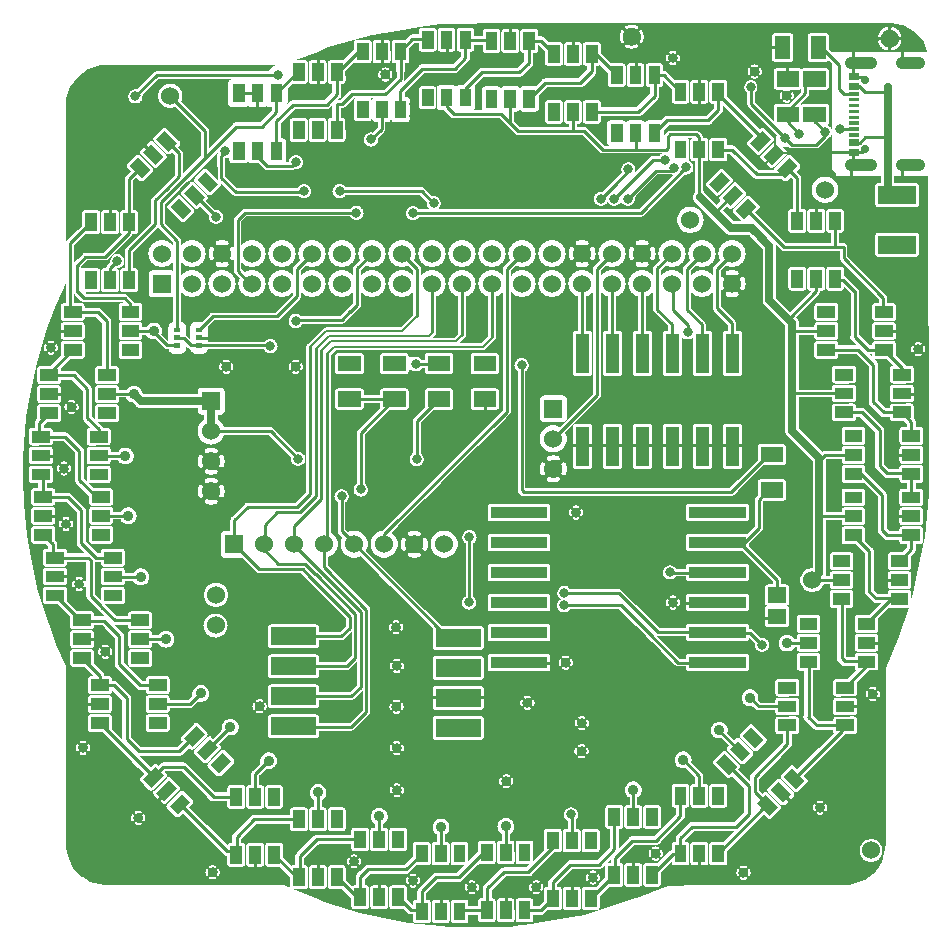
<source format=gbr>
G04 start of page 2 for group 0 idx 0 *
G04 Title: (unknown), top *
G04 Creator: pcb 4.2.0 *
G04 CreationDate: Mon Mar  2 00:57:09 2020 UTC *
G04 For: blinken *
G04 Format: Gerber/RS-274X *
G04 PCB-Dimensions (mm): 90.16 90.16 *
G04 PCB-Coordinate-Origin: lower left *
%MOMM*%
%FSLAX43Y43*%
%LNTOP*%
%ADD28C,0.600*%
%ADD27C,0.300*%
%ADD26C,0.889*%
%ADD25C,0.965*%
%ADD24C,0.400*%
%ADD23C,0.508*%
%ADD22C,2.646*%
%ADD21C,0.800*%
%ADD20C,0.914*%
%ADD19C,3.730*%
%ADD18C,1.000*%
%ADD17C,0.700*%
%ADD16C,1.524*%
%ADD15C,0.200*%
%ADD14C,0.254*%
%ADD13C,0.250*%
%ADD12C,0.635*%
%ADD11C,0.002*%
G54D11*G36*
X62134Y72005D02*X62509Y71632D01*
X62134D01*
Y72005D01*
G37*
G36*
Y24195D02*X62687Y23641D01*
Y21636D01*
X62134Y21083D01*
Y24195D01*
G37*
G36*
X69027Y28590D02*X70248D01*
X70248Y28420D01*
X70258Y28381D01*
X70273Y28344D01*
X70280Y28333D01*
X69027Y27080D01*
Y28590D01*
G37*
G36*
X71250Y34001D02*X72048D01*
X72048Y33820D01*
X72058Y33781D01*
X72073Y33744D01*
X72094Y33710D01*
X72120Y33680D01*
X72150Y33654D01*
X72184Y33633D01*
X71464Y32913D01*
X71250Y32913D01*
Y34001D01*
G37*
G36*
Y66055D02*X71747Y65557D01*
Y62058D01*
X71719Y62013D01*
X71696Y61957D01*
X71682Y61899D01*
X71678Y61839D01*
X71682Y61779D01*
X71696Y61721D01*
X71719Y61666D01*
X71751Y61614D01*
X71790Y61570D01*
X72219Y61141D01*
X71250D01*
Y66055D01*
G37*
G36*
X74072Y38043D02*X74970Y38942D01*
X74984Y38933D01*
X75021Y38918D01*
X75060Y38908D01*
X75100Y38906D01*
X76611Y38908D01*
X75714Y36254D01*
X74699Y33808D01*
X74684Y18897D01*
X74392Y17406D01*
X74072Y16957D01*
Y17648D01*
X74121Y17690D01*
X74219Y17806D01*
X74299Y17935D01*
X74357Y18075D01*
X74392Y18222D01*
X74401Y18373D01*
X74392Y18524D01*
X74357Y18671D01*
X74299Y18811D01*
X74219Y18940D01*
X74121Y19055D01*
X74072Y19097D01*
Y31334D01*
X74077Y31335D01*
X74092Y31340D01*
X74106Y31347D01*
X74119Y31356D01*
X74130Y31368D01*
X74139Y31380D01*
X74146Y31395D01*
X74166Y31449D01*
X74180Y31505D01*
X74188Y31562D01*
X74191Y31620D01*
X74188Y31678D01*
X74180Y31735D01*
X74166Y31791D01*
X74147Y31846D01*
X74140Y31860D01*
X74130Y31873D01*
X74119Y31884D01*
X74107Y31894D01*
X74093Y31901D01*
X74078Y31906D01*
X74072Y31907D01*
Y38043D01*
G37*
G36*
Y16957D02*X73681Y16408D01*
X73590Y16344D01*
Y17420D01*
X73737Y17455D01*
X73877Y17513D01*
X74006Y17592D01*
X74072Y17648D01*
Y16957D01*
G37*
G36*
X73590Y36808D02*X73840Y36808D01*
X73879Y36818D01*
X73916Y36833D01*
X73950Y36854D01*
X73980Y36880D01*
X74006Y36910D01*
X74027Y36944D01*
X74042Y36981D01*
X74052Y37020D01*
X74054Y37060D01*
X74052Y38023D01*
X74072Y38043D01*
Y31907D01*
X74062Y31908D01*
X74046Y31909D01*
X74031Y31906D01*
X74015Y31901D01*
X74001Y31894D01*
X73988Y31885D01*
X73977Y31874D01*
X73968Y31861D01*
X73961Y31847D01*
X73956Y31832D01*
X73953Y31817D01*
X73953Y31801D01*
X73955Y31785D01*
X73960Y31770D01*
X73973Y31734D01*
X73983Y31697D01*
X73988Y31659D01*
X73990Y31620D01*
X73988Y31582D01*
X73983Y31543D01*
X73973Y31506D01*
X73961Y31470D01*
X73956Y31455D01*
X73953Y31439D01*
X73953Y31424D01*
X73956Y31408D01*
X73961Y31393D01*
X73968Y31379D01*
X73978Y31366D01*
X73989Y31355D01*
X74002Y31346D01*
X74016Y31339D01*
X74031Y31334D01*
X74046Y31332D01*
X74062Y31332D01*
X74072Y31334D01*
Y19097D01*
X74006Y19153D01*
X73877Y19233D01*
X73737Y19291D01*
X73590Y19326D01*
Y31019D01*
X73648Y31022D01*
X73705Y31031D01*
X73761Y31044D01*
X73816Y31063D01*
X73830Y31070D01*
X73843Y31080D01*
X73854Y31091D01*
X73864Y31103D01*
X73871Y31118D01*
X73876Y31133D01*
X73878Y31148D01*
X73878Y31164D01*
X73876Y31180D01*
X73871Y31195D01*
X73864Y31209D01*
X73855Y31222D01*
X73844Y31233D01*
X73831Y31242D01*
X73817Y31250D01*
X73802Y31255D01*
X73787Y31257D01*
X73771Y31257D01*
X73755Y31255D01*
X73740Y31250D01*
X73704Y31237D01*
X73667Y31228D01*
X73628Y31222D01*
X73590Y31220D01*
Y32020D01*
X73628Y32018D01*
X73667Y32013D01*
X73704Y32004D01*
X73740Y31991D01*
X73755Y31986D01*
X73771Y31983D01*
X73787Y31983D01*
X73802Y31986D01*
X73817Y31991D01*
X73831Y31998D01*
X73844Y32008D01*
X73855Y32019D01*
X73864Y32032D01*
X73871Y32046D01*
X73876Y32061D01*
X73878Y32076D01*
X73878Y32092D01*
X73875Y32108D01*
X73870Y32122D01*
X73863Y32136D01*
X73854Y32149D01*
X73843Y32160D01*
X73830Y32169D01*
X73816Y32176D01*
X73761Y32196D01*
X73705Y32210D01*
X73648Y32218D01*
X73590Y32221D01*
Y33608D01*
X73840Y33608D01*
X73879Y33618D01*
X73916Y33633D01*
X73950Y33654D01*
X73980Y33680D01*
X74006Y33710D01*
X74027Y33744D01*
X74042Y33781D01*
X74052Y33820D01*
X74054Y33860D01*
X74052Y34900D01*
X74042Y34939D01*
X74027Y34976D01*
X74006Y35010D01*
X73980Y35040D01*
X73950Y35066D01*
X73916Y35087D01*
X73879Y35102D01*
X73840Y35112D01*
X73800Y35114D01*
X73590Y35114D01*
Y35208D01*
X73840Y35208D01*
X73879Y35218D01*
X73916Y35233D01*
X73950Y35254D01*
X73980Y35280D01*
X74006Y35310D01*
X74027Y35344D01*
X74042Y35381D01*
X74052Y35420D01*
X74054Y35460D01*
X74052Y36500D01*
X74042Y36539D01*
X74027Y36576D01*
X74006Y36610D01*
X73980Y36640D01*
X73950Y36666D01*
X73916Y36687D01*
X73879Y36702D01*
X73840Y36712D01*
X73800Y36714D01*
X73590Y36714D01*
Y36808D01*
G37*
G36*
Y35114D02*X73050Y35113D01*
Y35207D01*
X73590Y35208D01*
Y35114D01*
G37*
G36*
Y19326D02*X73590Y19326D01*
X73439Y19338D01*
X73288Y19326D01*
X73141Y19291D01*
X73050Y19253D01*
Y31367D01*
X73061Y31356D01*
X73073Y31347D01*
X73087Y31339D01*
X73102Y31334D01*
X73118Y31332D01*
X73134Y31332D01*
X73149Y31334D01*
X73165Y31339D01*
X73179Y31346D01*
X73192Y31355D01*
X73203Y31366D01*
X73212Y31379D01*
X73219Y31393D01*
X73224Y31408D01*
X73227Y31423D01*
X73227Y31439D01*
X73225Y31455D01*
X73220Y31470D01*
X73207Y31506D01*
X73197Y31543D01*
X73192Y31582D01*
X73190Y31620D01*
X73192Y31659D01*
X73197Y31697D01*
X73207Y31734D01*
X73219Y31770D01*
X73224Y31785D01*
X73227Y31801D01*
X73227Y31817D01*
X73224Y31832D01*
X73219Y31847D01*
X73212Y31861D01*
X73202Y31874D01*
X73191Y31885D01*
X73178Y31894D01*
X73164Y31901D01*
X73149Y31906D01*
X73134Y31908D01*
X73118Y31908D01*
X73103Y31905D01*
X73088Y31900D01*
X73074Y31893D01*
X73061Y31884D01*
X73050Y31873D01*
Y33421D01*
X73236Y33608D01*
X73590Y33608D01*
Y32221D01*
X73590Y32221D01*
X73532Y32218D01*
X73475Y32210D01*
X73419Y32196D01*
X73364Y32177D01*
X73350Y32170D01*
X73337Y32161D01*
X73326Y32149D01*
X73316Y32137D01*
X73309Y32123D01*
X73304Y32108D01*
X73302Y32092D01*
X73302Y32076D01*
X73304Y32061D01*
X73309Y32046D01*
X73316Y32031D01*
X73325Y32019D01*
X73336Y32007D01*
X73349Y31998D01*
X73363Y31991D01*
X73378Y31986D01*
X73393Y31983D01*
X73409Y31983D01*
X73425Y31985D01*
X73440Y31990D01*
X73476Y32004D01*
X73513Y32013D01*
X73552Y32018D01*
X73590Y32020D01*
X73590Y32020D01*
Y31220D01*
X73590Y31220D01*
X73552Y31222D01*
X73513Y31228D01*
X73476Y31237D01*
X73440Y31249D01*
X73425Y31254D01*
X73409Y31257D01*
X73393Y31257D01*
X73378Y31254D01*
X73363Y31249D01*
X73349Y31242D01*
X73336Y31233D01*
X73325Y31221D01*
X73316Y31209D01*
X73309Y31194D01*
X73304Y31179D01*
X73302Y31164D01*
X73302Y31148D01*
X73305Y31133D01*
X73310Y31118D01*
X73317Y31104D01*
X73326Y31091D01*
X73337Y31080D01*
X73350Y31071D01*
X73364Y31064D01*
X73419Y31044D01*
X73475Y31031D01*
X73532Y31022D01*
X73590Y31019D01*
X73590Y31019D01*
Y19326D01*
G37*
G36*
Y16344D02*X73050Y15957D01*
Y17493D01*
X73141Y17455D01*
X73288Y17420D01*
X73439Y17408D01*
X73590Y17420D01*
X73590Y17420D01*
Y16344D01*
G37*
G36*
X73050Y36807D02*X73590Y36808D01*
Y36714D01*
X73050Y36713D01*
Y36807D01*
G37*
G36*
Y39990D02*X73583Y39457D01*
X73593Y39445D01*
X73639Y39407D01*
X73690Y39375D01*
X73745Y39352D01*
X73803Y39338D01*
X73863Y39334D01*
X73878Y39335D01*
X74286D01*
X73264Y38313D01*
X73050Y38313D01*
Y39990D01*
G37*
G36*
Y15957D02*X72904Y15853D01*
X71542Y15471D01*
X71250Y15469D01*
Y28207D01*
X72040Y28208D01*
X72079Y28218D01*
X72116Y28233D01*
X72150Y28254D01*
X72180Y28280D01*
X72206Y28310D01*
X72227Y28344D01*
X72242Y28381D01*
X72252Y28420D01*
X72254Y28460D01*
X72252Y29500D01*
X72242Y29539D01*
X72227Y29576D01*
X72206Y29610D01*
X72180Y29640D01*
X72150Y29666D01*
X72116Y29687D01*
X72079Y29702D01*
X72040Y29712D01*
X72000Y29714D01*
X71250Y29713D01*
Y29807D01*
X72040Y29808D01*
X72079Y29818D01*
X72116Y29833D01*
X72150Y29854D01*
X72180Y29880D01*
X72206Y29910D01*
X72227Y29944D01*
X72242Y29981D01*
X72252Y30020D01*
X72254Y30060D01*
X72252Y31100D01*
X72242Y31139D01*
X72227Y31176D01*
X72206Y31210D01*
X72180Y31240D01*
X72150Y31266D01*
X72116Y31287D01*
X72079Y31302D01*
X72040Y31312D01*
X72000Y31314D01*
X71250Y31313D01*
Y31407D01*
X72040Y31408D01*
X72079Y31418D01*
X72116Y31433D01*
X72150Y31454D01*
X72180Y31480D01*
X72206Y31510D01*
X72227Y31544D01*
X72242Y31581D01*
X72252Y31620D01*
X72254Y31660D01*
X72252Y32623D01*
X73050Y33421D01*
Y31873D01*
X73050Y31873D01*
X73041Y31860D01*
X73034Y31846D01*
X73014Y31791D01*
X73000Y31735D01*
X72992Y31678D01*
X72989Y31620D01*
X72992Y31562D01*
X73000Y31505D01*
X73014Y31449D01*
X73033Y31394D01*
X73040Y31380D01*
X73050Y31367D01*
X73050Y31367D01*
Y19253D01*
X73001Y19233D01*
X72872Y19153D01*
X72756Y19055D01*
X72658Y18940D01*
X72579Y18811D01*
X72521Y18671D01*
X72486Y18524D01*
X72474Y18373D01*
X72486Y18222D01*
X72521Y18075D01*
X72579Y17935D01*
X72658Y17806D01*
X72756Y17690D01*
X72872Y17592D01*
X73001Y17513D01*
X73050Y17493D01*
Y15957D01*
G37*
G36*
X71250Y44306D02*X72164Y44308D01*
X72923Y43548D01*
Y40289D01*
X72922Y40275D01*
X72927Y40215D01*
X72941Y40156D01*
X72964Y40101D01*
X72995Y40050D01*
X73034Y40004D01*
X73046Y39995D01*
X73050Y39990D01*
Y38313D01*
X72260Y38312D01*
X72221Y38302D01*
X72184Y38287D01*
X72150Y38266D01*
X72120Y38240D01*
X72094Y38210D01*
X72073Y38176D01*
X72058Y38139D01*
X72048Y38100D01*
X72046Y38060D01*
X72048Y37020D01*
X72058Y36981D01*
X72073Y36944D01*
X72094Y36910D01*
X72120Y36880D01*
X72150Y36854D01*
X72184Y36833D01*
X72221Y36818D01*
X72260Y36808D01*
X72300Y36806D01*
X73050Y36807D01*
Y36713D01*
X72260Y36712D01*
X72221Y36702D01*
X72184Y36687D01*
X72150Y36666D01*
X72120Y36640D01*
X72094Y36610D01*
X72073Y36576D01*
X72058Y36539D01*
X72048Y36500D01*
X72046Y36460D01*
X72048Y35420D01*
X72058Y35381D01*
X72073Y35344D01*
X72094Y35310D01*
X72120Y35280D01*
X72150Y35254D01*
X72184Y35233D01*
X72221Y35218D01*
X72260Y35208D01*
X72300Y35206D01*
X73050Y35207D01*
Y35113D01*
X72260Y35112D01*
X72221Y35102D01*
X72184Y35087D01*
X72150Y35066D01*
X72120Y35040D01*
X72094Y35010D01*
X72073Y34976D01*
X72058Y34939D01*
X72048Y34900D01*
X72046Y34860D01*
X72046Y34763D01*
X71354D01*
X71331Y34786D01*
Y38908D01*
X71740Y38908D01*
X71779Y38918D01*
X71816Y38933D01*
X71850Y38954D01*
X71880Y38980D01*
X71906Y39010D01*
X71927Y39044D01*
X71942Y39081D01*
X71952Y39120D01*
X71954Y39160D01*
X71952Y40200D01*
X71942Y40239D01*
X71927Y40276D01*
X71906Y40310D01*
X71880Y40340D01*
X71850Y40366D01*
X71816Y40387D01*
X71779Y40402D01*
X71740Y40412D01*
X71700Y40414D01*
X71250Y40413D01*
Y40508D01*
X71740Y40508D01*
X71779Y40518D01*
X71816Y40533D01*
X71850Y40554D01*
X71880Y40580D01*
X71906Y40610D01*
X71927Y40644D01*
X71942Y40681D01*
X71952Y40720D01*
X71954Y40760D01*
X71952Y41800D01*
X71942Y41839D01*
X71927Y41876D01*
X71906Y41910D01*
X71880Y41940D01*
X71850Y41966D01*
X71816Y41987D01*
X71779Y42002D01*
X71740Y42012D01*
X71700Y42014D01*
X71250Y42013D01*
Y42108D01*
X71740Y42108D01*
X71779Y42118D01*
X71816Y42133D01*
X71850Y42154D01*
X71880Y42180D01*
X71906Y42210D01*
X71927Y42244D01*
X71942Y42281D01*
X71952Y42320D01*
X71954Y42360D01*
X71952Y43400D01*
X71942Y43439D01*
X71927Y43476D01*
X71906Y43510D01*
X71880Y43540D01*
X71850Y43566D01*
X71816Y43587D01*
X71779Y43602D01*
X71740Y43612D01*
X71700Y43614D01*
X71250Y43613D01*
Y44306D01*
G37*
G36*
X75850Y54707D02*X76240Y54708D01*
X76479Y54468D01*
Y54212D01*
X76060Y54212D01*
X76021Y54202D01*
X75984Y54187D01*
X75950Y54166D01*
X75920Y54140D01*
X75894Y54110D01*
X75873Y54076D01*
X75858Y54039D01*
X75850Y54007D01*
Y54707D01*
G37*
G36*
Y49713D02*X75858Y49681D01*
X75873Y49644D01*
X75894Y49610D01*
X75920Y49580D01*
X75950Y49554D01*
X75984Y49533D01*
X76021Y49518D01*
X76060Y49508D01*
X76100Y49506D01*
X76469Y49507D01*
Y49012D01*
X76060Y49012D01*
X76021Y49002D01*
X75984Y48987D01*
X75950Y48966D01*
X75920Y48940D01*
X75894Y48910D01*
X75873Y48876D01*
X75858Y48839D01*
X75850Y48807D01*
Y49713D01*
G37*
G36*
Y44513D02*X75858Y44481D01*
X75873Y44444D01*
X75894Y44410D01*
X75920Y44380D01*
X75950Y44354D01*
X75984Y44333D01*
X76021Y44318D01*
X76060Y44308D01*
X76100Y44306D01*
X76469Y44307D01*
Y44018D01*
X76064Y43613D01*
X75850Y43613D01*
Y44513D01*
G37*
G36*
X77922Y75458D02*X78280D01*
X78360Y50366D01*
X78313Y48607D01*
X77980Y44859D01*
X77922Y44571D01*
Y60534D01*
X77927Y60535D01*
X77942Y60540D01*
X77956Y60547D01*
X77969Y60556D01*
X77980Y60568D01*
X77989Y60580D01*
X77996Y60595D01*
X78016Y60649D01*
X78030Y60705D01*
X78038Y60762D01*
X78041Y60820D01*
X78038Y60878D01*
X78030Y60935D01*
X78016Y60991D01*
X77997Y61046D01*
X77990Y61060D01*
X77980Y61073D01*
X77969Y61084D01*
X77957Y61094D01*
X77943Y61101D01*
X77928Y61106D01*
X77922Y61107D01*
Y75458D01*
G37*
G36*
X77440Y72942D02*X77456Y72960D01*
X77477Y72994D01*
X77492Y73031D01*
X77502Y73070D01*
X77504Y73110D01*
X77502Y74650D01*
X77492Y74689D01*
X77477Y74726D01*
X77456Y74760D01*
X77440Y74778D01*
Y75458D01*
X77922D01*
Y61107D01*
X77912Y61108D01*
X77896Y61109D01*
X77881Y61106D01*
X77865Y61101D01*
X77851Y61094D01*
X77838Y61085D01*
X77827Y61074D01*
X77818Y61061D01*
X77811Y61047D01*
X77806Y61032D01*
X77803Y61017D01*
X77803Y61001D01*
X77805Y60985D01*
X77810Y60970D01*
X77823Y60934D01*
X77833Y60897D01*
X77838Y60859D01*
X77840Y60820D01*
X77838Y60782D01*
X77833Y60743D01*
X77823Y60706D01*
X77811Y60670D01*
X77806Y60655D01*
X77803Y60639D01*
X77803Y60624D01*
X77806Y60608D01*
X77811Y60593D01*
X77818Y60579D01*
X77828Y60566D01*
X77839Y60555D01*
X77852Y60546D01*
X77866Y60539D01*
X77881Y60534D01*
X77896Y60532D01*
X77912Y60532D01*
X77922Y60534D01*
Y44571D01*
X77440Y42195D01*
Y44308D01*
X77640Y44308D01*
X77679Y44318D01*
X77716Y44333D01*
X77750Y44354D01*
X77780Y44380D01*
X77806Y44410D01*
X77827Y44444D01*
X77842Y44481D01*
X77852Y44520D01*
X77854Y44560D01*
X77852Y45600D01*
X77842Y45639D01*
X77827Y45676D01*
X77806Y45710D01*
X77780Y45740D01*
X77750Y45766D01*
X77716Y45787D01*
X77679Y45802D01*
X77640Y45812D01*
X77600Y45814D01*
X77440Y45814D01*
Y45908D01*
X77640Y45908D01*
X77679Y45918D01*
X77716Y45933D01*
X77750Y45954D01*
X77780Y45980D01*
X77806Y46010D01*
X77827Y46044D01*
X77842Y46081D01*
X77852Y46120D01*
X77854Y46160D01*
X77852Y47200D01*
X77842Y47239D01*
X77827Y47276D01*
X77806Y47310D01*
X77780Y47340D01*
X77750Y47366D01*
X77716Y47387D01*
X77679Y47402D01*
X77640Y47412D01*
X77600Y47414D01*
X77440Y47414D01*
Y47508D01*
X77640Y47508D01*
X77679Y47518D01*
X77716Y47533D01*
X77750Y47554D01*
X77780Y47580D01*
X77806Y47610D01*
X77827Y47644D01*
X77842Y47681D01*
X77852Y47720D01*
X77854Y47760D01*
X77852Y48800D01*
X77842Y48839D01*
X77827Y48876D01*
X77806Y48910D01*
X77780Y48940D01*
X77750Y48966D01*
X77716Y48987D01*
X77679Y49002D01*
X77640Y49012D01*
X77600Y49014D01*
X77440Y49014D01*
Y49508D01*
X77640Y49508D01*
X77679Y49518D01*
X77716Y49533D01*
X77750Y49554D01*
X77780Y49580D01*
X77806Y49610D01*
X77827Y49644D01*
X77842Y49681D01*
X77852Y49720D01*
X77854Y49760D01*
X77852Y50800D01*
X77842Y50839D01*
X77827Y50876D01*
X77806Y50910D01*
X77780Y50940D01*
X77750Y50966D01*
X77716Y50987D01*
X77679Y51002D01*
X77640Y51012D01*
X77600Y51014D01*
X77440Y51014D01*
Y51108D01*
X77640Y51108D01*
X77679Y51118D01*
X77716Y51133D01*
X77750Y51154D01*
X77780Y51180D01*
X77806Y51210D01*
X77827Y51244D01*
X77842Y51281D01*
X77852Y51320D01*
X77854Y51360D01*
X77852Y52400D01*
X77842Y52439D01*
X77827Y52476D01*
X77806Y52510D01*
X77780Y52540D01*
X77750Y52566D01*
X77716Y52587D01*
X77679Y52602D01*
X77640Y52612D01*
X77600Y52614D01*
X77440Y52614D01*
Y52708D01*
X77640Y52708D01*
X77679Y52718D01*
X77716Y52733D01*
X77750Y52754D01*
X77780Y52780D01*
X77806Y52810D01*
X77827Y52844D01*
X77842Y52881D01*
X77852Y52920D01*
X77854Y52960D01*
X77852Y54000D01*
X77842Y54039D01*
X77827Y54076D01*
X77806Y54110D01*
X77780Y54140D01*
X77750Y54166D01*
X77716Y54187D01*
X77679Y54202D01*
X77640Y54212D01*
X77600Y54214D01*
X77440Y54214D01*
Y60219D01*
X77498Y60222D01*
X77555Y60231D01*
X77611Y60244D01*
X77666Y60263D01*
X77680Y60270D01*
X77693Y60280D01*
X77704Y60291D01*
X77714Y60303D01*
X77721Y60318D01*
X77726Y60333D01*
X77728Y60348D01*
X77728Y60364D01*
X77726Y60380D01*
X77721Y60395D01*
X77714Y60409D01*
X77705Y60422D01*
X77694Y60433D01*
X77681Y60442D01*
X77667Y60450D01*
X77652Y60455D01*
X77637Y60457D01*
X77621Y60457D01*
X77605Y60455D01*
X77590Y60450D01*
X77554Y60437D01*
X77517Y60428D01*
X77478Y60422D01*
X77440Y60420D01*
Y61220D01*
X77478Y61218D01*
X77517Y61213D01*
X77554Y61204D01*
X77590Y61191D01*
X77605Y61186D01*
X77621Y61183D01*
X77637Y61183D01*
X77652Y61186D01*
X77667Y61191D01*
X77681Y61198D01*
X77694Y61208D01*
X77705Y61219D01*
X77714Y61232D01*
X77721Y61246D01*
X77726Y61261D01*
X77728Y61276D01*
X77728Y61292D01*
X77725Y61308D01*
X77720Y61322D01*
X77713Y61336D01*
X77704Y61349D01*
X77693Y61360D01*
X77680Y61369D01*
X77666Y61376D01*
X77611Y61396D01*
X77555Y61410D01*
X77498Y61418D01*
X77440Y61421D01*
Y68742D01*
X77456Y68760D01*
X77477Y68794D01*
X77492Y68831D01*
X77502Y68870D01*
X77504Y68910D01*
X77502Y70450D01*
X77492Y70489D01*
X77477Y70526D01*
X77456Y70560D01*
X77440Y70578D01*
Y72942D01*
G37*
G36*
Y54214D02*X77241Y54214D01*
Y54611D01*
X77243Y54626D01*
X77238Y54685D01*
X77224Y54744D01*
X77201Y54799D01*
X77170Y54850D01*
X77131Y54896D01*
X77119Y54905D01*
X77054Y54971D01*
X77052Y56000D01*
X77042Y56039D01*
X77027Y56076D01*
X77006Y56110D01*
X76980Y56140D01*
X76958Y56159D01*
Y56361D01*
X76980Y56380D01*
X77006Y56410D01*
X77027Y56444D01*
X77042Y56481D01*
X77052Y56520D01*
X77054Y56560D01*
X77052Y57600D01*
X77042Y57639D01*
X77027Y57676D01*
X77006Y57710D01*
X76980Y57740D01*
X76958Y57759D01*
Y57961D01*
X76980Y57980D01*
X77006Y58010D01*
X77027Y58044D01*
X77042Y58081D01*
X77052Y58120D01*
X77054Y58160D01*
X77052Y59200D01*
X77042Y59239D01*
X77027Y59276D01*
X77006Y59310D01*
X76980Y59340D01*
X76958Y59359D01*
Y60533D01*
X76968Y60532D01*
X76984Y60532D01*
X76999Y60534D01*
X77015Y60539D01*
X77029Y60546D01*
X77042Y60555D01*
X77053Y60566D01*
X77062Y60579D01*
X77069Y60593D01*
X77074Y60608D01*
X77077Y60623D01*
X77077Y60639D01*
X77075Y60655D01*
X77070Y60670D01*
X77057Y60706D01*
X77047Y60743D01*
X77042Y60782D01*
X77040Y60820D01*
X77042Y60859D01*
X77047Y60897D01*
X77057Y60934D01*
X77069Y60970D01*
X77074Y60985D01*
X77077Y61001D01*
X77077Y61017D01*
X77074Y61032D01*
X77069Y61047D01*
X77062Y61061D01*
X77052Y61074D01*
X77041Y61085D01*
X77028Y61094D01*
X77014Y61101D01*
X76999Y61106D01*
X76984Y61108D01*
X76968Y61108D01*
X76958Y61106D01*
Y68658D01*
X77290Y68658D01*
X77329Y68668D01*
X77366Y68683D01*
X77400Y68704D01*
X77430Y68730D01*
X77440Y68742D01*
Y61421D01*
X77440Y61421D01*
X77382Y61418D01*
X77325Y61410D01*
X77269Y61396D01*
X77214Y61377D01*
X77200Y61370D01*
X77187Y61361D01*
X77176Y61349D01*
X77166Y61337D01*
X77159Y61323D01*
X77154Y61308D01*
X77152Y61292D01*
X77152Y61276D01*
X77154Y61261D01*
X77159Y61246D01*
X77166Y61231D01*
X77175Y61219D01*
X77186Y61207D01*
X77199Y61198D01*
X77213Y61191D01*
X77228Y61186D01*
X77243Y61183D01*
X77259Y61183D01*
X77275Y61185D01*
X77290Y61190D01*
X77326Y61204D01*
X77363Y61213D01*
X77402Y61218D01*
X77440Y61220D01*
X77440Y61220D01*
Y60420D01*
X77440Y60420D01*
X77402Y60422D01*
X77363Y60428D01*
X77326Y60437D01*
X77290Y60449D01*
X77275Y60454D01*
X77259Y60457D01*
X77243Y60457D01*
X77228Y60454D01*
X77213Y60449D01*
X77199Y60442D01*
X77186Y60433D01*
X77175Y60421D01*
X77166Y60409D01*
X77159Y60394D01*
X77154Y60379D01*
X77152Y60364D01*
X77152Y60348D01*
X77155Y60333D01*
X77160Y60318D01*
X77167Y60304D01*
X77176Y60291D01*
X77187Y60280D01*
X77200Y60271D01*
X77214Y60264D01*
X77269Y60244D01*
X77325Y60231D01*
X77382Y60222D01*
X77440Y60219D01*
X77440Y60219D01*
Y54214D01*
G37*
G36*
X76958Y59359D02*X76950Y59366D01*
X76916Y59387D01*
X76879Y59402D01*
X76840Y59412D01*
X76800Y59414D01*
X76412Y59414D01*
X76382Y59462D01*
X76343Y59507D01*
X76332Y59517D01*
X75850Y59999D01*
Y68657D01*
X76958Y68658D01*
Y61106D01*
X76953Y61105D01*
X76938Y61100D01*
X76924Y61093D01*
X76911Y61084D01*
X76900Y61073D01*
X76891Y61060D01*
X76884Y61046D01*
X76864Y60991D01*
X76850Y60935D01*
X76842Y60878D01*
X76839Y60820D01*
X76842Y60762D01*
X76850Y60705D01*
X76864Y60649D01*
X76883Y60594D01*
X76890Y60580D01*
X76900Y60567D01*
X76911Y60556D01*
X76923Y60547D01*
X76937Y60539D01*
X76952Y60534D01*
X76958Y60533D01*
Y59359D01*
G37*
G36*
Y57759D02*X76950Y57766D01*
X76916Y57787D01*
X76879Y57802D01*
X76840Y57812D01*
X76800Y57814D01*
X75850Y57813D01*
Y57907D01*
X76840Y57908D01*
X76879Y57918D01*
X76916Y57933D01*
X76950Y57954D01*
X76958Y57961D01*
Y57759D01*
G37*
G36*
Y56159D02*X76950Y56166D01*
X76916Y56187D01*
X76879Y56202D01*
X76840Y56212D01*
X76800Y56214D01*
X75850Y56213D01*
Y56307D01*
X76840Y56308D01*
X76879Y56318D01*
X76916Y56333D01*
X76950Y56354D01*
X76958Y56361D01*
Y56159D01*
G37*
G36*
X77440Y52614D02*X76060Y52612D01*
X76021Y52602D01*
X75984Y52587D01*
X75950Y52566D01*
X75920Y52540D01*
X75894Y52510D01*
X75873Y52476D01*
X75858Y52439D01*
X75850Y52407D01*
Y52913D01*
X75858Y52881D01*
X75873Y52844D01*
X75894Y52810D01*
X75920Y52780D01*
X75950Y52754D01*
X75984Y52733D01*
X76021Y52718D01*
X76060Y52708D01*
X76100Y52706D01*
X77440Y52708D01*
Y52614D01*
G37*
G36*
Y51014D02*X76060Y51012D01*
X76021Y51002D01*
X75984Y50987D01*
X75950Y50966D01*
X75920Y50940D01*
X75894Y50910D01*
X75873Y50876D01*
X75858Y50839D01*
X75850Y50807D01*
Y51313D01*
X75858Y51281D01*
X75873Y51244D01*
X75894Y51210D01*
X75920Y51180D01*
X75950Y51154D01*
X75984Y51133D01*
X76021Y51118D01*
X76060Y51108D01*
X76100Y51106D01*
X77440Y51108D01*
Y51014D01*
G37*
G36*
Y49014D02*X77231Y49014D01*
Y49508D01*
X77440Y49508D01*
Y49014D01*
G37*
G36*
Y47414D02*X76060Y47412D01*
X76021Y47402D01*
X75984Y47387D01*
X75950Y47366D01*
X75920Y47340D01*
X75894Y47310D01*
X75873Y47276D01*
X75858Y47239D01*
X75850Y47207D01*
Y47713D01*
X75858Y47681D01*
X75873Y47644D01*
X75894Y47610D01*
X75920Y47580D01*
X75950Y47554D01*
X75984Y47533D01*
X76021Y47518D01*
X76060Y47508D01*
X76100Y47506D01*
X77440Y47508D01*
Y47414D01*
G37*
G36*
Y45814D02*X76060Y45812D01*
X76021Y45802D01*
X75984Y45787D01*
X75950Y45766D01*
X75920Y45740D01*
X75894Y45710D01*
X75873Y45676D01*
X75858Y45639D01*
X75850Y45607D01*
Y46113D01*
X75858Y46081D01*
X75873Y46044D01*
X75894Y46010D01*
X75920Y45980D01*
X75950Y45954D01*
X75984Y45933D01*
X76021Y45918D01*
X76060Y45908D01*
X76100Y45906D01*
X77440Y45908D01*
Y45814D01*
G37*
G36*
Y42195D02*X77018Y40113D01*
X76853Y39623D01*
X76852Y40200D01*
X76842Y40239D01*
X76827Y40276D01*
X76806Y40310D01*
X76780Y40340D01*
X76750Y40366D01*
X76716Y40387D01*
X76679Y40402D01*
X76640Y40412D01*
X76600Y40414D01*
X75850Y40413D01*
Y40507D01*
X76640Y40508D01*
X76679Y40518D01*
X76716Y40533D01*
X76750Y40554D01*
X76780Y40580D01*
X76806Y40610D01*
X76827Y40644D01*
X76842Y40681D01*
X76852Y40720D01*
X76854Y40760D01*
X76852Y41800D01*
X76842Y41839D01*
X76827Y41876D01*
X76806Y41910D01*
X76780Y41940D01*
X76750Y41966D01*
X76716Y41987D01*
X76679Y42002D01*
X76640Y42012D01*
X76600Y42014D01*
X75850Y42013D01*
Y42107D01*
X76640Y42108D01*
X76679Y42118D01*
X76716Y42133D01*
X76750Y42154D01*
X76780Y42180D01*
X76806Y42210D01*
X76827Y42244D01*
X76842Y42281D01*
X76852Y42320D01*
X76854Y42360D01*
X76852Y43323D01*
X77109Y43580D01*
X77120Y43590D01*
X77159Y43635D01*
X77159Y43635D01*
X77191Y43687D01*
X77213Y43742D01*
X77227Y43800D01*
X77232Y43860D01*
X77231Y43875D01*
Y44308D01*
X77440Y44308D01*
Y42195D01*
G37*
G36*
Y74778D02*X77430Y74790D01*
X77400Y74816D01*
X77366Y74837D01*
X77329Y74852D01*
X77290Y74862D01*
X77250Y74864D01*
X75850Y74863D01*
Y75458D01*
X77440D01*
Y74778D01*
G37*
G36*
X75850Y72857D02*X77290Y72858D01*
X77329Y72868D01*
X77366Y72883D01*
X77400Y72904D01*
X77430Y72930D01*
X77440Y72942D01*
Y70578D01*
X77430Y70590D01*
X77400Y70616D01*
X77366Y70637D01*
X77329Y70652D01*
X77290Y70662D01*
X77250Y70664D01*
X75850Y70663D01*
Y72857D01*
G37*
G36*
Y56213D02*X75260Y56212D01*
X75221Y56202D01*
X75184Y56187D01*
X75150Y56166D01*
X75120Y56140D01*
X75094Y56110D01*
X75073Y56076D01*
X75058Y56039D01*
X75048Y56000D01*
X75046Y55960D01*
X75046Y55845D01*
X74656D01*
X74016Y56485D01*
Y59487D01*
X74017Y59502D01*
X74012Y59562D01*
X73998Y59620D01*
X73975Y59676D01*
X73944Y59727D01*
X73905Y59773D01*
X73893Y59782D01*
X73310Y60366D01*
X73548D01*
X73548Y60220D01*
X73558Y60181D01*
X73573Y60144D01*
X73594Y60110D01*
X73620Y60080D01*
X73650Y60054D01*
X73684Y60033D01*
X73721Y60018D01*
X73760Y60008D01*
X73800Y60006D01*
X74764Y60008D01*
X75359Y59412D01*
X75260Y59412D01*
X75221Y59402D01*
X75184Y59387D01*
X75150Y59366D01*
X75120Y59340D01*
X75094Y59310D01*
X75073Y59276D01*
X75058Y59239D01*
X75048Y59200D01*
X75046Y59160D01*
X75048Y58120D01*
X75058Y58081D01*
X75073Y58044D01*
X75094Y58010D01*
X75120Y57980D01*
X75150Y57954D01*
X75184Y57933D01*
X75221Y57918D01*
X75260Y57908D01*
X75300Y57906D01*
X75850Y57907D01*
Y57813D01*
X75260Y57812D01*
X75221Y57802D01*
X75184Y57787D01*
X75150Y57766D01*
X75120Y57740D01*
X75094Y57710D01*
X75073Y57676D01*
X75058Y57639D01*
X75048Y57600D01*
X75046Y57560D01*
X75048Y56520D01*
X75058Y56481D01*
X75073Y56444D01*
X75094Y56410D01*
X75120Y56380D01*
X75150Y56354D01*
X75184Y56333D01*
X75221Y56318D01*
X75260Y56308D01*
X75300Y56306D01*
X75850Y56307D01*
Y56213D01*
G37*
G36*
Y50807D02*X75848Y50800D01*
X75846Y50760D01*
X75846Y50688D01*
X74935D01*
X74549Y51075D01*
Y53950D01*
X74550Y53965D01*
X74545Y54025D01*
X74531Y54083D01*
X74509Y54139D01*
X74477Y54190D01*
X74438Y54235D01*
X74427Y54245D01*
X72953Y55719D01*
X72943Y55730D01*
X72898Y55769D01*
X72847Y55801D01*
X72791Y55824D01*
X72733Y55838D01*
X72673Y55842D01*
X72658Y55841D01*
X72152D01*
X72152Y56000D01*
X72142Y56039D01*
X72127Y56076D01*
X72106Y56110D01*
X72080Y56140D01*
X72050Y56166D01*
X72016Y56187D01*
X71979Y56202D01*
X71940Y56212D01*
X71900Y56214D01*
X71250Y56213D01*
Y56307D01*
X71940Y56308D01*
X71979Y56318D01*
X72016Y56333D01*
X72050Y56354D01*
X72080Y56380D01*
X72106Y56410D01*
X72127Y56444D01*
X72142Y56481D01*
X72152Y56520D01*
X72154Y56560D01*
X72152Y57600D01*
X72142Y57639D01*
X72127Y57676D01*
X72106Y57710D01*
X72080Y57740D01*
X72050Y57766D01*
X72016Y57787D01*
X71979Y57802D01*
X71940Y57812D01*
X71900Y57814D01*
X71250Y57813D01*
Y57907D01*
X71940Y57908D01*
X71979Y57918D01*
X72016Y57933D01*
X72050Y57954D01*
X72080Y57980D01*
X72106Y58010D01*
X72127Y58044D01*
X72142Y58081D01*
X72152Y58120D01*
X72154Y58160D01*
X72152Y59200D01*
X72142Y59239D01*
X72127Y59276D01*
X72106Y59310D01*
X72080Y59340D01*
X72050Y59366D01*
X72016Y59387D01*
X71979Y59402D01*
X71940Y59412D01*
X71900Y59414D01*
X71250Y59413D01*
Y60379D01*
X72219D01*
X73254Y59344D01*
Y56342D01*
X73252Y56327D01*
X73257Y56268D01*
X73271Y56209D01*
X73294Y56154D01*
X73325Y56103D01*
X73364Y56057D01*
X73376Y56047D01*
X74218Y55205D01*
X74228Y55193D01*
X74274Y55155D01*
X74325Y55123D01*
X74380Y55100D01*
X74438Y55086D01*
X74498Y55082D01*
X74513Y55083D01*
X75048D01*
X75048Y54920D01*
X75058Y54881D01*
X75073Y54844D01*
X75094Y54810D01*
X75120Y54780D01*
X75150Y54754D01*
X75184Y54733D01*
X75221Y54718D01*
X75260Y54708D01*
X75300Y54706D01*
X75850Y54707D01*
Y54007D01*
X75848Y54000D01*
X75846Y53960D01*
X75848Y52920D01*
X75850Y52913D01*
Y52407D01*
X75848Y52400D01*
X75846Y52360D01*
X75848Y51320D01*
X75850Y51313D01*
Y50807D01*
G37*
G36*
Y45607D02*X75848Y45600D01*
X75846Y45560D01*
X75846Y45456D01*
X74935D01*
X74752Y45639D01*
Y48489D01*
X74753Y48504D01*
X74749Y48564D01*
X74735Y48622D01*
X74712Y48678D01*
X74680Y48729D01*
X74641Y48774D01*
X74630Y48784D01*
X72952Y50462D01*
X72952Y50800D01*
X72942Y50839D01*
X72927Y50876D01*
X72906Y50910D01*
X72880Y50940D01*
X72850Y50966D01*
X72816Y50987D01*
X72779Y51002D01*
X72740Y51012D01*
X72700Y51014D01*
X71250Y51012D01*
Y51106D01*
X72740Y51108D01*
X72779Y51118D01*
X72816Y51133D01*
X72850Y51154D01*
X72880Y51180D01*
X72906Y51210D01*
X72927Y51244D01*
X72942Y51281D01*
X72952Y51320D01*
X72954Y51360D01*
X72952Y52400D01*
X72942Y52439D01*
X72927Y52476D01*
X72906Y52510D01*
X72880Y52540D01*
X72850Y52566D01*
X72816Y52587D01*
X72779Y52602D01*
X72740Y52612D01*
X72700Y52614D01*
X71250Y52612D01*
Y52706D01*
X72740Y52708D01*
X72779Y52718D01*
X72816Y52733D01*
X72850Y52754D01*
X72880Y52780D01*
X72906Y52810D01*
X72927Y52844D01*
X72942Y52881D01*
X72952Y52920D01*
X72954Y52960D01*
X72952Y54000D01*
X72942Y54039D01*
X72927Y54076D01*
X72906Y54110D01*
X72880Y54140D01*
X72850Y54166D01*
X72816Y54187D01*
X72779Y54202D01*
X72740Y54212D01*
X72700Y54214D01*
X71250Y54212D01*
Y54707D01*
X71940Y54708D01*
X71979Y54718D01*
X72016Y54733D01*
X72050Y54754D01*
X72080Y54780D01*
X72106Y54810D01*
X72127Y54844D01*
X72142Y54881D01*
X72152Y54920D01*
X72154Y54960D01*
X72154Y55079D01*
X72515D01*
X73787Y53807D01*
Y50932D01*
X73786Y50917D01*
X73791Y50857D01*
X73805Y50799D01*
X73827Y50744D01*
X73859Y50692D01*
X73898Y50647D01*
X73909Y50637D01*
X74498Y50049D01*
X74507Y50037D01*
X74553Y49998D01*
X74604Y49967D01*
X74660Y49944D01*
X74718Y49930D01*
X74778Y49925D01*
X74793Y49926D01*
X75848D01*
X75848Y49720D01*
X75850Y49713D01*
Y48807D01*
X75848Y48800D01*
X75846Y48760D01*
X75848Y47720D01*
X75850Y47713D01*
Y47207D01*
X75848Y47200D01*
X75846Y47160D01*
X75848Y46120D01*
X75850Y46113D01*
Y45607D01*
G37*
G36*
Y40413D02*X75060Y40412D01*
X75021Y40402D01*
X74984Y40387D01*
X74950Y40366D01*
X74920Y40340D01*
X74894Y40310D01*
X74873Y40276D01*
X74858Y40239D01*
X74848Y40200D01*
X74846Y40160D01*
X74846Y40097D01*
X74021D01*
X73685Y40432D01*
Y43691D01*
X73687Y43706D01*
X73682Y43765D01*
X73668Y43824D01*
X73645Y43879D01*
X73614Y43930D01*
X73575Y43976D01*
X73563Y43986D01*
X72954Y44595D01*
X72952Y45600D01*
X72942Y45639D01*
X72927Y45676D01*
X72906Y45710D01*
X72880Y45740D01*
X72850Y45766D01*
X72816Y45787D01*
X72779Y45802D01*
X72740Y45812D01*
X72700Y45814D01*
X71250Y45812D01*
Y45906D01*
X72740Y45908D01*
X72779Y45918D01*
X72816Y45933D01*
X72850Y45954D01*
X72880Y45980D01*
X72906Y46010D01*
X72927Y46044D01*
X72942Y46081D01*
X72952Y46120D01*
X72954Y46160D01*
X72952Y47200D01*
X72942Y47239D01*
X72927Y47276D01*
X72906Y47310D01*
X72880Y47340D01*
X72850Y47366D01*
X72816Y47387D01*
X72779Y47402D01*
X72740Y47412D01*
X72700Y47414D01*
X71250Y47412D01*
Y47506D01*
X72740Y47508D01*
X72779Y47518D01*
X72816Y47533D01*
X72850Y47554D01*
X72880Y47580D01*
X72906Y47610D01*
X72927Y47644D01*
X72942Y47681D01*
X72952Y47720D01*
X72954Y47760D01*
X72952Y48800D01*
X72942Y48839D01*
X72927Y48876D01*
X72906Y48910D01*
X72880Y48940D01*
X72850Y48966D01*
X72816Y48987D01*
X72779Y49002D01*
X72740Y49012D01*
X72700Y49014D01*
X71250Y49012D01*
Y49506D01*
X72740Y49508D01*
X72779Y49518D01*
X72807Y49529D01*
X73990Y48346D01*
Y45496D01*
X73989Y45482D01*
X73994Y45422D01*
X74008Y45363D01*
X74031Y45308D01*
X74062Y45257D01*
X74101Y45211D01*
X74112Y45202D01*
X74498Y44816D01*
X74507Y44805D01*
X74553Y44766D01*
X74604Y44735D01*
X74660Y44712D01*
X74718Y44698D01*
X74778Y44693D01*
X74793Y44694D01*
X75848D01*
X75848Y44520D01*
X75850Y44513D01*
Y43613D01*
X75060Y43612D01*
X75021Y43602D01*
X74984Y43587D01*
X74950Y43566D01*
X74920Y43540D01*
X74894Y43510D01*
X74873Y43476D01*
X74858Y43439D01*
X74848Y43400D01*
X74846Y43360D01*
X74848Y42320D01*
X74858Y42281D01*
X74873Y42244D01*
X74894Y42210D01*
X74920Y42180D01*
X74950Y42154D01*
X74984Y42133D01*
X75021Y42118D01*
X75060Y42108D01*
X75100Y42106D01*
X75850Y42107D01*
Y42013D01*
X75060Y42012D01*
X75021Y42002D01*
X74984Y41987D01*
X74950Y41966D01*
X74920Y41940D01*
X74894Y41910D01*
X74873Y41876D01*
X74858Y41839D01*
X74848Y41800D01*
X74846Y41760D01*
X74848Y40720D01*
X74858Y40681D01*
X74873Y40644D01*
X74894Y40610D01*
X74920Y40580D01*
X74950Y40554D01*
X74984Y40533D01*
X75021Y40518D01*
X75060Y40508D01*
X75100Y40506D01*
X75850Y40507D01*
Y40413D01*
G37*
G36*
Y74863D02*X75422Y74863D01*
Y75458D01*
X75850D01*
Y74863D01*
G37*
G36*
X74550Y68656D02*X75441Y68657D01*
X75451Y68655D01*
X75610Y68642D01*
X75770Y68655D01*
X75781Y68657D01*
X75850Y68657D01*
Y59999D01*
X75554Y60295D01*
X75552Y61300D01*
X75542Y61339D01*
X75527Y61376D01*
X75506Y61410D01*
X75480Y61440D01*
X75450Y61466D01*
X75416Y61487D01*
X75379Y61502D01*
X75340Y61512D01*
X75300Y61514D01*
X74550Y61513D01*
Y61607D01*
X75340Y61608D01*
X75379Y61618D01*
X75416Y61633D01*
X75450Y61654D01*
X75480Y61680D01*
X75506Y61710D01*
X75527Y61744D01*
X75542Y61781D01*
X75552Y61820D01*
X75554Y61860D01*
X75552Y62900D01*
X75542Y62939D01*
X75527Y62976D01*
X75506Y63010D01*
X75480Y63040D01*
X75450Y63066D01*
X75416Y63087D01*
X75379Y63102D01*
X75340Y63112D01*
X75300Y63114D01*
X74550Y63113D01*
Y63207D01*
X75340Y63208D01*
X75379Y63218D01*
X75416Y63233D01*
X75450Y63254D01*
X75480Y63280D01*
X75506Y63310D01*
X75527Y63344D01*
X75542Y63381D01*
X75552Y63420D01*
X75554Y63460D01*
X75552Y64500D01*
X75542Y64539D01*
X75527Y64576D01*
X75506Y64610D01*
X75480Y64640D01*
X75450Y64666D01*
X75416Y64687D01*
X75379Y64702D01*
X75340Y64712D01*
X75300Y64714D01*
X74795Y64713D01*
Y65167D01*
X74796Y65180D01*
X74792Y65231D01*
X74792Y65231D01*
X74780Y65281D01*
X74760Y65328D01*
X74734Y65372D01*
X74734Y65372D01*
X74701Y65411D01*
X74691Y65419D01*
X74550Y65560D01*
Y68656D01*
G37*
G36*
Y72856D02*X75850Y72857D01*
Y70663D01*
X75790Y70663D01*
X75770Y70668D01*
X75610Y70680D01*
X75451Y70668D01*
X75429Y70663D01*
X74550Y70662D01*
Y72856D01*
G37*
G36*
Y61513D02*X73760Y61512D01*
X73721Y61502D01*
X73684Y61487D01*
X73650Y61466D01*
X73620Y61440D01*
X73594Y61410D01*
X73573Y61376D01*
X73558Y61339D01*
X73548Y61300D01*
X73546Y61260D01*
X73546Y61128D01*
X73310D01*
X72401Y62036D01*
Y65706D01*
X72398Y65757D01*
X72386Y65807D01*
X72367Y65855D01*
X72340Y65898D01*
X72306Y65938D01*
X72267Y65971D01*
X72231Y65993D01*
X71303Y66921D01*
X71295Y66931D01*
X71256Y66964D01*
X71256Y66964D01*
X71250Y66968D01*
Y67940D01*
X74145Y65045D01*
Y64712D01*
X73760Y64712D01*
X73721Y64702D01*
X73684Y64687D01*
X73650Y64666D01*
X73620Y64640D01*
X73594Y64610D01*
X73573Y64576D01*
X73558Y64539D01*
X73548Y64500D01*
X73546Y64460D01*
X73548Y63420D01*
X73558Y63381D01*
X73573Y63344D01*
X73594Y63310D01*
X73620Y63280D01*
X73650Y63254D01*
X73684Y63233D01*
X73721Y63218D01*
X73760Y63208D01*
X73800Y63206D01*
X74550Y63207D01*
Y63113D01*
X73760Y63112D01*
X73721Y63102D01*
X73684Y63087D01*
X73650Y63066D01*
X73620Y63040D01*
X73594Y63010D01*
X73573Y62976D01*
X73558Y62939D01*
X73548Y62900D01*
X73546Y62860D01*
X73548Y61820D01*
X73558Y61781D01*
X73573Y61744D01*
X73594Y61710D01*
X73620Y61680D01*
X73650Y61654D01*
X73684Y61633D01*
X73721Y61618D01*
X73760Y61608D01*
X73800Y61606D01*
X74550Y61607D01*
Y61513D01*
G37*
G36*
X71250Y75458D02*X74278D01*
Y74862D01*
X74010Y74862D01*
X73971Y74852D01*
X73934Y74837D01*
X73900Y74816D01*
X73870Y74790D01*
X73844Y74760D01*
X73823Y74726D01*
X73808Y74689D01*
X73798Y74650D01*
X73796Y74610D01*
X73798Y73070D01*
X73808Y73031D01*
X73823Y72994D01*
X73844Y72960D01*
X73870Y72930D01*
X73900Y72904D01*
X73934Y72883D01*
X73971Y72868D01*
X74010Y72858D01*
X74050Y72856D01*
X74550Y72856D01*
Y70662D01*
X74010Y70662D01*
X73971Y70652D01*
X73934Y70637D01*
X73900Y70616D01*
X73870Y70590D01*
X73844Y70560D01*
X73823Y70526D01*
X73808Y70489D01*
X73798Y70450D01*
X73796Y70410D01*
X73798Y68870D01*
X73808Y68831D01*
X73823Y68794D01*
X73844Y68760D01*
X73870Y68730D01*
X73900Y68704D01*
X73934Y68683D01*
X73971Y68668D01*
X74010Y68658D01*
X74050Y68656D01*
X74550Y68656D01*
Y65560D01*
X71445Y68665D01*
Y69437D01*
X71446Y69450D01*
X71444Y69471D01*
X71442Y69511D01*
X71430Y69561D01*
X71410Y69608D01*
X71384Y69652D01*
X71351Y69691D01*
X71312Y69724D01*
X71268Y69751D01*
X71250Y69758D01*
Y75458D01*
G37*
G36*
Y66968D02*X71212Y66991D01*
X71165Y67010D01*
X71152Y67013D01*
X71152Y67570D01*
X71142Y67609D01*
X71127Y67646D01*
X71106Y67680D01*
X71080Y67710D01*
X71050Y67736D01*
X71016Y67757D01*
X70979Y67772D01*
X70940Y67782D01*
X70900Y67784D01*
X69860Y67782D01*
X69821Y67772D01*
X69784Y67757D01*
X69750Y67736D01*
X69720Y67710D01*
X69694Y67680D01*
X69673Y67646D01*
X69658Y67609D01*
X69648Y67570D01*
X69646Y67530D01*
X69648Y65990D01*
X69658Y65951D01*
X69673Y65914D01*
X69694Y65880D01*
X69720Y65850D01*
X69750Y65824D01*
X69784Y65803D01*
X69821Y65788D01*
X69860Y65778D01*
X69900Y65776D01*
X70940Y65778D01*
X70979Y65788D01*
X71016Y65803D01*
X71050Y65824D01*
X71080Y65850D01*
X71106Y65880D01*
X71127Y65914D01*
X71142Y65951D01*
X71152Y65990D01*
X71154Y66030D01*
X71154Y66151D01*
X71250Y66055D01*
Y61141D01*
X70652D01*
X70652Y61300D01*
X70642Y61339D01*
X70627Y61376D01*
X70606Y61410D01*
X70580Y61440D01*
X70550Y61466D01*
X70516Y61487D01*
X70479Y61502D01*
X70440Y61512D01*
X70400Y61514D01*
X69027Y61512D01*
Y61606D01*
X70440Y61608D01*
X70479Y61618D01*
X70516Y61633D01*
X70550Y61654D01*
X70580Y61680D01*
X70606Y61710D01*
X70627Y61744D01*
X70642Y61781D01*
X70652Y61820D01*
X70654Y61860D01*
X70652Y62900D01*
X70642Y62939D01*
X70627Y62976D01*
X70606Y63010D01*
X70580Y63040D01*
X70550Y63066D01*
X70516Y63087D01*
X70479Y63102D01*
X70440Y63112D01*
X70400Y63114D01*
X69027Y63112D01*
Y63206D01*
X70440Y63208D01*
X70479Y63218D01*
X70516Y63233D01*
X70550Y63254D01*
X70580Y63280D01*
X70606Y63310D01*
X70627Y63344D01*
X70642Y63381D01*
X70652Y63420D01*
X70654Y63460D01*
X70652Y64500D01*
X70642Y64539D01*
X70627Y64576D01*
X70606Y64610D01*
X70580Y64640D01*
X70550Y64666D01*
X70516Y64687D01*
X70479Y64702D01*
X70440Y64712D01*
X70400Y64714D01*
X69027Y64712D01*
Y65497D01*
X69031Y65500D01*
X69064Y65538D01*
X69064Y65538D01*
X69090Y65582D01*
X69110Y65629D01*
X69122Y65679D01*
X69126Y65730D01*
X69125Y65743D01*
Y65778D01*
X69340Y65778D01*
X69379Y65788D01*
X69416Y65803D01*
X69450Y65824D01*
X69480Y65850D01*
X69506Y65880D01*
X69527Y65914D01*
X69542Y65951D01*
X69552Y65990D01*
X69554Y66030D01*
X69552Y67570D01*
X69542Y67609D01*
X69527Y67646D01*
X69506Y67680D01*
X69480Y67710D01*
X69450Y67736D01*
X69416Y67757D01*
X69379Y67772D01*
X69340Y67782D01*
X69300Y67784D01*
X69027Y67783D01*
Y69125D01*
X70377D01*
X70390Y69124D01*
X70403Y69125D01*
X70795D01*
Y68543D01*
X70794Y68530D01*
X70798Y68479D01*
Y68479D01*
X70810Y68429D01*
X70830Y68382D01*
X70840Y68366D01*
X70856Y68338D01*
X70856Y68338D01*
X70889Y68300D01*
X70899Y68291D01*
X71250Y67940D01*
Y66968D01*
G37*
G36*
Y57813D02*X70360Y57812D01*
X70321Y57802D01*
X70284Y57787D01*
X70250Y57766D01*
X70220Y57740D01*
X70194Y57710D01*
X70173Y57676D01*
X70158Y57639D01*
X70148Y57600D01*
X70146Y57560D01*
X70146Y57395D01*
X69027D01*
Y60006D01*
X70440Y60008D01*
X70479Y60018D01*
X70516Y60033D01*
X70550Y60054D01*
X70580Y60080D01*
X70606Y60110D01*
X70627Y60144D01*
X70642Y60181D01*
X70652Y60220D01*
X70654Y60260D01*
X70654Y60379D01*
X71250D01*
Y59413D01*
X70360Y59412D01*
X70321Y59402D01*
X70284Y59387D01*
X70250Y59366D01*
X70220Y59340D01*
X70194Y59310D01*
X70173Y59276D01*
X70158Y59239D01*
X70148Y59200D01*
X70146Y59160D01*
X70148Y58120D01*
X70158Y58081D01*
X70173Y58044D01*
X70194Y58010D01*
X70220Y57980D01*
X70250Y57954D01*
X70284Y57933D01*
X70321Y57918D01*
X70360Y57908D01*
X70400Y57906D01*
X71250Y57907D01*
Y57813D01*
G37*
G36*
Y52612D02*X71160Y52612D01*
X71121Y52602D01*
X71084Y52587D01*
X71050Y52566D01*
X71020Y52540D01*
X70994Y52510D01*
X70973Y52476D01*
X70958Y52439D01*
X70948Y52400D01*
X70946Y52360D01*
X70946Y52185D01*
X69553D01*
X69540Y52186D01*
X69489Y52182D01*
X69439Y52170D01*
X69392Y52151D01*
X69348Y52124D01*
X69348Y52124D01*
X69341Y52117D01*
X69027Y52431D01*
Y56745D01*
X70148D01*
X70148Y56520D01*
X70158Y56481D01*
X70173Y56444D01*
X70194Y56410D01*
X70220Y56380D01*
X70250Y56354D01*
X70284Y56333D01*
X70321Y56318D01*
X70360Y56308D01*
X70400Y56306D01*
X71250Y56307D01*
Y56213D01*
X70360Y56212D01*
X70321Y56202D01*
X70284Y56187D01*
X70250Y56166D01*
X70220Y56140D01*
X70194Y56110D01*
X70173Y56076D01*
X70158Y56039D01*
X70148Y56000D01*
X70146Y55960D01*
X70148Y54920D01*
X70158Y54881D01*
X70173Y54844D01*
X70194Y54810D01*
X70220Y54780D01*
X70250Y54754D01*
X70284Y54733D01*
X70321Y54718D01*
X70360Y54708D01*
X70400Y54706D01*
X71250Y54707D01*
Y54212D01*
X71160Y54212D01*
X71121Y54202D01*
X71084Y54187D01*
X71050Y54166D01*
X71020Y54140D01*
X70994Y54110D01*
X70973Y54076D01*
X70958Y54039D01*
X70948Y54000D01*
X70946Y53960D01*
X70948Y52920D01*
X70958Y52881D01*
X70973Y52844D01*
X70994Y52810D01*
X71020Y52780D01*
X71050Y52754D01*
X71084Y52733D01*
X71121Y52718D01*
X71160Y52708D01*
X71200Y52706D01*
X71250Y52706D01*
Y52612D01*
G37*
G36*
Y47412D02*X71160Y47412D01*
X71121Y47402D01*
X71084Y47387D01*
X71050Y47366D01*
X71020Y47340D01*
X70994Y47310D01*
X70973Y47276D01*
X70958Y47239D01*
X70948Y47200D01*
X70946Y47160D01*
X70946Y46995D01*
X69642D01*
Y51502D01*
X69675Y51535D01*
X70948D01*
X70948Y51320D01*
X70958Y51281D01*
X70973Y51244D01*
X70994Y51210D01*
X71020Y51180D01*
X71050Y51154D01*
X71084Y51133D01*
X71121Y51118D01*
X71160Y51108D01*
X71200Y51106D01*
X71250Y51106D01*
Y51012D01*
X71160Y51012D01*
X71121Y51002D01*
X71084Y50987D01*
X71050Y50966D01*
X71020Y50940D01*
X70994Y50910D01*
X70973Y50876D01*
X70958Y50839D01*
X70948Y50800D01*
X70946Y50760D01*
X70948Y49720D01*
X70958Y49681D01*
X70973Y49644D01*
X70994Y49610D01*
X71020Y49580D01*
X71050Y49554D01*
X71084Y49533D01*
X71121Y49518D01*
X71160Y49508D01*
X71200Y49506D01*
X71250Y49506D01*
Y49012D01*
X71160Y49012D01*
X71121Y49002D01*
X71084Y48987D01*
X71050Y48966D01*
X71020Y48940D01*
X70994Y48910D01*
X70973Y48876D01*
X70958Y48839D01*
X70948Y48800D01*
X70946Y48760D01*
X70948Y47720D01*
X70958Y47681D01*
X70973Y47644D01*
X70994Y47610D01*
X71020Y47580D01*
X71050Y47554D01*
X71084Y47533D01*
X71121Y47518D01*
X71160Y47508D01*
X71200Y47506D01*
X71250Y47506D01*
Y47412D01*
G37*
G36*
Y29713D02*X70460Y29712D01*
X70421Y29702D01*
X70384Y29687D01*
X70350Y29666D01*
X70320Y29640D01*
X70294Y29610D01*
X70273Y29576D01*
X70258Y29539D01*
X70248Y29500D01*
X70246Y29460D01*
X70246Y29352D01*
X69027D01*
Y33640D01*
X69050Y33654D01*
X69080Y33680D01*
X69106Y33710D01*
X69127Y33744D01*
X69142Y33781D01*
X69152Y33820D01*
X69154Y33860D01*
X69152Y34900D01*
X69142Y34939D01*
X69127Y34976D01*
X69106Y35010D01*
X69080Y35040D01*
X69050Y35066D01*
X69027Y35080D01*
Y35240D01*
X69050Y35254D01*
X69080Y35280D01*
X69106Y35310D01*
X69127Y35344D01*
X69142Y35381D01*
X69152Y35420D01*
X69154Y35460D01*
X69152Y36500D01*
X69142Y36539D01*
X69127Y36576D01*
X69106Y36610D01*
X69080Y36640D01*
X69050Y36666D01*
X69027Y36680D01*
Y36840D01*
X69050Y36854D01*
X69080Y36880D01*
X69106Y36910D01*
X69127Y36944D01*
X69142Y36981D01*
X69152Y37020D01*
X69154Y37060D01*
X69152Y38100D01*
X69142Y38139D01*
X69127Y38176D01*
X69106Y38210D01*
X69080Y38240D01*
X69050Y38266D01*
X69027Y38280D01*
Y40420D01*
X69069Y40446D01*
X69191Y40549D01*
X69294Y40671D01*
X69378Y40807D01*
X69431Y40935D01*
X69948D01*
X69948Y40720D01*
X69958Y40681D01*
X69973Y40644D01*
X69994Y40610D01*
X70020Y40580D01*
X70050Y40554D01*
X70084Y40533D01*
X70121Y40518D01*
X70160Y40508D01*
X70200Y40506D01*
X71250Y40508D01*
Y40413D01*
X70160Y40412D01*
X70121Y40402D01*
X70084Y40387D01*
X70050Y40366D01*
X70020Y40340D01*
X69994Y40310D01*
X69973Y40276D01*
X69958Y40239D01*
X69948Y40200D01*
X69946Y40160D01*
X69948Y39120D01*
X69958Y39081D01*
X69973Y39044D01*
X69994Y39010D01*
X70020Y38980D01*
X70050Y38954D01*
X70084Y38933D01*
X70121Y38918D01*
X70160Y38908D01*
X70200Y38906D01*
X70569Y38907D01*
Y34643D01*
X70568Y34628D01*
X70573Y34568D01*
X70587Y34510D01*
X70609Y34454D01*
X70641Y34403D01*
X70680Y34358D01*
X70691Y34348D01*
X70916Y34123D01*
X70926Y34111D01*
X70972Y34073D01*
X71023Y34041D01*
X71078Y34018D01*
X71136Y34004D01*
X71196Y34000D01*
X71211Y34001D01*
X71250D01*
Y32913D01*
X70460Y32912D01*
X70421Y32902D01*
X70384Y32887D01*
X70350Y32866D01*
X70320Y32840D01*
X70294Y32810D01*
X70273Y32776D01*
X70258Y32739D01*
X70248Y32700D01*
X70246Y32660D01*
X70248Y31620D01*
X70258Y31581D01*
X70273Y31544D01*
X70294Y31510D01*
X70320Y31480D01*
X70350Y31454D01*
X70384Y31433D01*
X70421Y31418D01*
X70460Y31408D01*
X70500Y31406D01*
X71250Y31407D01*
Y31313D01*
X70460Y31312D01*
X70421Y31302D01*
X70384Y31287D01*
X70350Y31266D01*
X70320Y31240D01*
X70294Y31210D01*
X70273Y31176D01*
X70258Y31139D01*
X70248Y31100D01*
X70246Y31060D01*
X70248Y30020D01*
X70258Y29981D01*
X70273Y29944D01*
X70294Y29910D01*
X70320Y29880D01*
X70350Y29854D01*
X70384Y29833D01*
X70421Y29818D01*
X70460Y29808D01*
X70500Y29806D01*
X71250Y29807D01*
Y29713D01*
G37*
G36*
Y15469D02*X69602Y15461D01*
Y21714D01*
X69607Y21715D01*
X69622Y21720D01*
X69636Y21727D01*
X69649Y21736D01*
X69660Y21748D01*
X69669Y21760D01*
X69676Y21775D01*
X69696Y21829D01*
X69710Y21885D01*
X69718Y21942D01*
X69721Y22000D01*
X69718Y22058D01*
X69710Y22115D01*
X69696Y22171D01*
X69677Y22226D01*
X69670Y22240D01*
X69660Y22253D01*
X69649Y22264D01*
X69637Y22274D01*
X69623Y22281D01*
X69608Y22286D01*
X69602Y22287D01*
Y26577D01*
X71232Y28207D01*
X71250Y28207D01*
Y15469D01*
G37*
G36*
X69602Y15461D02*X69027Y15459D01*
Y21407D01*
X69062Y21402D01*
X69120Y21399D01*
X69178Y21402D01*
X69235Y21411D01*
X69291Y21424D01*
X69346Y21443D01*
X69360Y21450D01*
X69373Y21460D01*
X69384Y21471D01*
X69394Y21483D01*
X69401Y21498D01*
X69406Y21513D01*
X69408Y21528D01*
X69408Y21544D01*
X69406Y21560D01*
X69401Y21575D01*
X69394Y21589D01*
X69385Y21602D01*
X69374Y21613D01*
X69361Y21622D01*
X69347Y21630D01*
X69332Y21635D01*
X69317Y21637D01*
X69301Y21637D01*
X69285Y21635D01*
X69270Y21630D01*
X69234Y21617D01*
X69197Y21608D01*
X69158Y21602D01*
X69120Y21600D01*
X69082Y21602D01*
X69043Y21608D01*
X69027Y21611D01*
Y22389D01*
X69043Y22393D01*
X69082Y22398D01*
X69120Y22400D01*
X69158Y22398D01*
X69197Y22393D01*
X69234Y22384D01*
X69270Y22371D01*
X69285Y22366D01*
X69301Y22363D01*
X69317Y22363D01*
X69332Y22366D01*
X69347Y22371D01*
X69361Y22378D01*
X69374Y22388D01*
X69385Y22399D01*
X69394Y22412D01*
X69401Y22426D01*
X69406Y22441D01*
X69408Y22456D01*
X69408Y22472D01*
X69405Y22488D01*
X69400Y22502D01*
X69393Y22516D01*
X69384Y22529D01*
X69373Y22540D01*
X69360Y22549D01*
X69346Y22556D01*
X69291Y22576D01*
X69235Y22590D01*
X69178Y22598D01*
X69120Y22601D01*
X69062Y22598D01*
X69027Y22593D01*
Y26002D01*
X69602Y26577D01*
Y22287D01*
X69592Y22288D01*
X69576Y22289D01*
X69561Y22286D01*
X69545Y22281D01*
X69531Y22274D01*
X69518Y22265D01*
X69507Y22254D01*
X69498Y22241D01*
X69491Y22227D01*
X69486Y22212D01*
X69483Y22197D01*
X69483Y22181D01*
X69485Y22165D01*
X69490Y22150D01*
X69503Y22114D01*
X69513Y22077D01*
X69518Y22039D01*
X69520Y22000D01*
X69518Y21962D01*
X69513Y21923D01*
X69503Y21886D01*
X69491Y21850D01*
X69486Y21835D01*
X69483Y21819D01*
X69483Y21804D01*
X69486Y21788D01*
X69491Y21773D01*
X69498Y21759D01*
X69508Y21746D01*
X69519Y21735D01*
X69532Y21726D01*
X69546Y21719D01*
X69561Y21714D01*
X69576Y21712D01*
X69592Y21712D01*
X69602Y21714D01*
Y15461D01*
G37*
G36*
X71250Y45812D02*X71160Y45812D01*
X71121Y45802D01*
X71084Y45787D01*
X71050Y45766D01*
X71020Y45740D01*
X70994Y45710D01*
X70973Y45676D01*
X70958Y45639D01*
X70948Y45600D01*
X70946Y45560D01*
X70948Y44520D01*
X70958Y44481D01*
X70973Y44444D01*
X70994Y44410D01*
X71020Y44380D01*
X71050Y44354D01*
X71084Y44333D01*
X71121Y44318D01*
X71160Y44308D01*
X71200Y44306D01*
X71250Y44306D01*
Y43613D01*
X70160Y43612D01*
X70121Y43602D01*
X70084Y43587D01*
X70050Y43566D01*
X70020Y43540D01*
X69994Y43510D01*
X69973Y43476D01*
X69958Y43439D01*
X69948Y43400D01*
X69946Y43360D01*
X69948Y42320D01*
X69958Y42281D01*
X69973Y42244D01*
X69994Y42210D01*
X70020Y42180D01*
X70050Y42154D01*
X70084Y42133D01*
X70121Y42118D01*
X70160Y42108D01*
X70200Y42106D01*
X71250Y42108D01*
Y42013D01*
X70160Y42012D01*
X70121Y42002D01*
X70084Y41987D01*
X70050Y41966D01*
X70020Y41940D01*
X69994Y41910D01*
X69973Y41876D01*
X69958Y41839D01*
X69948Y41800D01*
X69946Y41760D01*
X69946Y41585D01*
X69566D01*
X69581Y41610D01*
X69615Y41693D01*
X69636Y41780D01*
X69643Y41870D01*
X69642Y41893D01*
Y46345D01*
X70948D01*
X70948Y46120D01*
X70958Y46081D01*
X70973Y46044D01*
X70994Y46010D01*
X71020Y45980D01*
X71050Y45954D01*
X71084Y45933D01*
X71121Y45918D01*
X71160Y45908D01*
X71200Y45906D01*
X71250Y45906D01*
Y45812D01*
G37*
G36*
X69027Y77900D02*X69038Y77909D01*
X69046Y77919D01*
X69751Y78623D01*
X69761Y78632D01*
X69794Y78670D01*
X69794Y78671D01*
X69820Y78714D01*
X69820Y78714D01*
X69820Y78714D01*
X69821Y78714D01*
X69884Y78753D01*
X69956Y78815D01*
X70017Y78886D01*
X70066Y78967D01*
X70098Y79044D01*
Y76058D01*
X70498Y75658D01*
Y75458D01*
X71250D01*
Y69758D01*
X71221Y69770D01*
X71171Y69782D01*
X71120Y69786D01*
X71069Y69782D01*
X71040Y69775D01*
X70725D01*
Y70678D01*
X70940Y70678D01*
X70979Y70688D01*
X71016Y70703D01*
X71050Y70724D01*
X71080Y70750D01*
X71106Y70780D01*
X71127Y70814D01*
X71142Y70851D01*
X71152Y70890D01*
X71154Y70930D01*
X71152Y72470D01*
X71142Y72509D01*
X71127Y72546D01*
X71106Y72580D01*
X71080Y72610D01*
X71050Y72636D01*
X71016Y72657D01*
X70979Y72672D01*
X70940Y72682D01*
X70900Y72684D01*
X69860Y72682D01*
X69821Y72672D01*
X69784Y72657D01*
X69750Y72636D01*
X69720Y72610D01*
X69694Y72580D01*
X69673Y72546D01*
X69658Y72509D01*
X69648Y72470D01*
X69646Y72430D01*
X69648Y70890D01*
X69658Y70851D01*
X69673Y70814D01*
X69694Y70780D01*
X69720Y70750D01*
X69750Y70724D01*
X69784Y70703D01*
X69821Y70688D01*
X69860Y70678D01*
X69900Y70676D01*
X70075Y70676D01*
Y69775D01*
X69027D01*
Y70678D01*
X69340Y70678D01*
X69379Y70688D01*
X69416Y70703D01*
X69450Y70724D01*
X69480Y70750D01*
X69506Y70780D01*
X69527Y70814D01*
X69542Y70851D01*
X69552Y70890D01*
X69554Y70930D01*
X69552Y72470D01*
X69542Y72509D01*
X69527Y72546D01*
X69506Y72580D01*
X69480Y72610D01*
X69450Y72636D01*
X69416Y72657D01*
X69379Y72672D01*
X69340Y72682D01*
X69300Y72684D01*
X69027Y72683D01*
Y73305D01*
X69032Y73303D01*
X69194Y73235D01*
X69365Y73194D01*
X69540Y73181D01*
X69715Y73194D01*
X69886Y73235D01*
X70048Y73303D01*
X70198Y73394D01*
X70332Y73509D01*
X70446Y73642D01*
X70537Y73792D01*
X70605Y73954D01*
X70646Y74125D01*
X70656Y74300D01*
X70646Y74475D01*
X70605Y74646D01*
X70537Y74808D01*
X70446Y74958D01*
X70332Y75092D01*
X70198Y75206D01*
X70048Y75298D01*
X69886Y75365D01*
X69715Y75406D01*
X69540Y75420D01*
X69365Y75406D01*
X69194Y75365D01*
X69032Y75298D01*
X69027Y75295D01*
Y77900D01*
G37*
G36*
Y85147D02*X69660Y85148D01*
X69699Y85158D01*
X69736Y85173D01*
X69770Y85194D01*
X69800Y85220D01*
X69826Y85250D01*
X69847Y85284D01*
X69855Y85305D01*
X70098Y85062D01*
Y79436D01*
X70066Y79513D01*
X70017Y79594D01*
X69956Y79666D01*
X69884Y79727D01*
X69803Y79776D01*
X69725Y79809D01*
X69736Y79813D01*
X69770Y79834D01*
X69800Y79860D01*
X69826Y79890D01*
X69847Y79925D01*
X69862Y79962D01*
X69872Y80000D01*
X69874Y80040D01*
X69872Y81380D01*
X69862Y81419D01*
X69847Y81456D01*
X69826Y81490D01*
X69800Y81520D01*
X69770Y81546D01*
X69736Y81567D01*
X69699Y81583D01*
X69660Y81592D01*
X69620Y81594D01*
X69027Y81593D01*
Y82788D01*
X69660Y82788D01*
X69699Y82798D01*
X69736Y82813D01*
X69770Y82834D01*
X69800Y82860D01*
X69826Y82890D01*
X69847Y82924D01*
X69862Y82961D01*
X69872Y83000D01*
X69874Y83040D01*
X69872Y84380D01*
X69862Y84419D01*
X69847Y84456D01*
X69826Y84490D01*
X69800Y84520D01*
X69770Y84546D01*
X69736Y84567D01*
X69699Y84582D01*
X69660Y84592D01*
X69620Y84594D01*
X69027Y84593D01*
Y85147D01*
G37*
G36*
X75572Y88362D02*X76114Y88216D01*
X77125Y87699D01*
X77889Y86811D01*
X78211Y85958D01*
X75572D01*
Y86257D01*
X75635Y86300D01*
X75706Y86359D01*
X75771Y86424D01*
X75830Y86495D01*
X75883Y86571D01*
X75928Y86652D01*
X75966Y86736D01*
X75996Y86823D01*
X76000Y86843D01*
X76001Y86863D01*
X75999Y86883D01*
X75994Y86903D01*
X75985Y86921D01*
X75974Y86938D01*
X75961Y86953D01*
X75945Y86965D01*
X75928Y86975D01*
X75909Y86983D01*
X75889Y86987D01*
X75869Y86988D01*
X75849Y86986D01*
X75830Y86980D01*
X75812Y86972D01*
X75795Y86961D01*
X75780Y86948D01*
X75767Y86932D01*
X75757Y86914D01*
X75750Y86896D01*
X75729Y86830D01*
X75700Y86767D01*
X75666Y86706D01*
X75627Y86649D01*
X75583Y86596D01*
X75572Y86586D01*
Y87634D01*
X75583Y87624D01*
X75627Y87571D01*
X75666Y87514D01*
X75700Y87453D01*
X75729Y87390D01*
X75751Y87325D01*
X75758Y87306D01*
X75768Y87289D01*
X75780Y87273D01*
X75795Y87260D01*
X75812Y87249D01*
X75830Y87241D01*
X75849Y87235D01*
X75869Y87233D01*
X75889Y87234D01*
X75909Y87238D01*
X75928Y87246D01*
X75945Y87256D01*
X75960Y87268D01*
X75974Y87283D01*
X75985Y87300D01*
X75993Y87318D01*
X75998Y87337D01*
X76000Y87357D01*
X75999Y87377D01*
X75995Y87396D01*
X75966Y87484D01*
X75928Y87568D01*
X75883Y87649D01*
X75830Y87725D01*
X75771Y87796D01*
X75706Y87861D01*
X75635Y87920D01*
X75572Y87963D01*
Y88362D01*
G37*
G36*
X74468Y88451D02*X75239D01*
X75572Y88362D01*
Y87963D01*
X75559Y87973D01*
X75478Y88018D01*
X75394Y88056D01*
X75307Y88086D01*
X75287Y88090D01*
X75267Y88091D01*
X75247Y88089D01*
X75227Y88084D01*
X75209Y88076D01*
X75192Y88065D01*
X75177Y88051D01*
X75165Y88035D01*
X75155Y88018D01*
X75148Y87999D01*
X75143Y87980D01*
X75142Y87959D01*
X75145Y87939D01*
X75150Y87920D01*
X75158Y87902D01*
X75169Y87885D01*
X75183Y87870D01*
X75198Y87857D01*
X75216Y87847D01*
X75235Y87840D01*
X75300Y87819D01*
X75363Y87790D01*
X75424Y87756D01*
X75481Y87717D01*
X75534Y87673D01*
X75572Y87634D01*
Y86586D01*
X75534Y86547D01*
X75481Y86503D01*
X75424Y86464D01*
X75363Y86430D01*
X75300Y86401D01*
X75235Y86379D01*
X75216Y86372D01*
X75199Y86362D01*
X75183Y86350D01*
X75170Y86335D01*
X75159Y86318D01*
X75151Y86300D01*
X75145Y86281D01*
X75143Y86261D01*
X75144Y86241D01*
X75148Y86221D01*
X75155Y86203D01*
X75165Y86185D01*
X75178Y86170D01*
X75193Y86156D01*
X75210Y86145D01*
X75228Y86137D01*
X75247Y86132D01*
X75267Y86130D01*
X75287Y86131D01*
X75306Y86135D01*
X75394Y86164D01*
X75478Y86202D01*
X75559Y86247D01*
X75572Y86257D01*
Y85958D01*
X74468D01*
Y86257D01*
X74481Y86247D01*
X74562Y86202D01*
X74646Y86164D01*
X74733Y86134D01*
X74753Y86130D01*
X74773Y86129D01*
X74793Y86131D01*
X74813Y86136D01*
X74831Y86145D01*
X74848Y86156D01*
X74863Y86169D01*
X74875Y86185D01*
X74885Y86202D01*
X74892Y86221D01*
X74897Y86241D01*
X74898Y86261D01*
X74895Y86281D01*
X74890Y86300D01*
X74882Y86319D01*
X74871Y86335D01*
X74857Y86350D01*
X74842Y86363D01*
X74824Y86373D01*
X74805Y86380D01*
X74740Y86401D01*
X74677Y86430D01*
X74616Y86464D01*
X74559Y86503D01*
X74506Y86547D01*
X74468Y86586D01*
Y87634D01*
X74506Y87673D01*
X74559Y87717D01*
X74616Y87756D01*
X74677Y87790D01*
X74740Y87819D01*
X74805Y87841D01*
X74824Y87848D01*
X74841Y87858D01*
X74857Y87870D01*
X74870Y87885D01*
X74881Y87902D01*
X74889Y87920D01*
X74895Y87940D01*
X74897Y87959D01*
X74896Y87979D01*
X74892Y87999D01*
X74885Y88018D01*
X74875Y88035D01*
X74862Y88051D01*
X74847Y88064D01*
X74830Y88075D01*
X74812Y88083D01*
X74793Y88088D01*
X74773Y88090D01*
X74753Y88089D01*
X74734Y88085D01*
X74646Y88056D01*
X74562Y88018D01*
X74481Y87973D01*
X74468Y87963D01*
Y88451D01*
G37*
G36*
X69027D02*X74468D01*
Y87963D01*
X74405Y87920D01*
X74334Y87861D01*
X74269Y87796D01*
X74210Y87725D01*
X74157Y87649D01*
X74112Y87568D01*
X74074Y87484D01*
X74044Y87397D01*
X74040Y87377D01*
X74039Y87357D01*
X74041Y87337D01*
X74046Y87318D01*
X74055Y87299D01*
X74066Y87282D01*
X74079Y87267D01*
X74095Y87255D01*
X74112Y87245D01*
X74131Y87238D01*
X74151Y87234D01*
X74171Y87233D01*
X74191Y87235D01*
X74210Y87240D01*
X74228Y87248D01*
X74245Y87259D01*
X74260Y87273D01*
X74273Y87288D01*
X74283Y87306D01*
X74290Y87325D01*
X74311Y87390D01*
X74340Y87453D01*
X74374Y87514D01*
X74413Y87571D01*
X74457Y87624D01*
X74468Y87634D01*
Y86586D01*
X74457Y86596D01*
X74413Y86649D01*
X74374Y86706D01*
X74340Y86767D01*
X74311Y86830D01*
X74289Y86895D01*
X74282Y86914D01*
X74272Y86931D01*
X74260Y86947D01*
X74245Y86960D01*
X74228Y86971D01*
X74210Y86980D01*
X74191Y86985D01*
X74171Y86987D01*
X74151Y86986D01*
X74131Y86982D01*
X74112Y86975D01*
X74095Y86965D01*
X74080Y86952D01*
X74066Y86937D01*
X74055Y86921D01*
X74047Y86902D01*
X74042Y86883D01*
X74040Y86863D01*
X74041Y86843D01*
X74045Y86824D01*
X74074Y86736D01*
X74112Y86652D01*
X74157Y86571D01*
X74210Y86495D01*
X74269Y86424D01*
X74334Y86359D01*
X74405Y86300D01*
X74468Y86257D01*
Y85958D01*
X70121D01*
X69873Y86207D01*
X69872Y87340D01*
X69862Y87379D01*
X69847Y87416D01*
X69826Y87450D01*
X69800Y87480D01*
X69770Y87506D01*
X69736Y87527D01*
X69699Y87542D01*
X69660Y87552D01*
X69620Y87554D01*
X69027Y87553D01*
Y88451D01*
G37*
G36*
Y29352D02*X68992D01*
X68531Y29813D01*
Y33608D01*
X68940Y33608D01*
X68979Y33618D01*
X69016Y33633D01*
X69027Y33640D01*
Y29352D01*
G37*
G36*
Y67783D02*X68260Y67782D01*
X68221Y67772D01*
X68184Y67757D01*
X68150Y67736D01*
X68120Y67710D01*
X68094Y67680D01*
X68073Y67646D01*
X68058Y67609D01*
X68048Y67570D01*
X68046Y67530D01*
X68048Y65990D01*
X68058Y65951D01*
X68073Y65914D01*
X68094Y65880D01*
X68120Y65850D01*
X68150Y65824D01*
X68184Y65803D01*
X68221Y65788D01*
X68260Y65778D01*
X68300Y65776D01*
X68387Y65776D01*
X67200Y64590D01*
Y65777D01*
X67740Y65778D01*
X67779Y65788D01*
X67816Y65803D01*
X67850Y65824D01*
X67880Y65850D01*
X67906Y65880D01*
X67927Y65914D01*
X67942Y65951D01*
X67952Y65990D01*
X67954Y66030D01*
X67952Y67570D01*
X67942Y67609D01*
X67927Y67646D01*
X67906Y67680D01*
X67880Y67710D01*
X67850Y67736D01*
X67816Y67757D01*
X67779Y67772D01*
X67740Y67782D01*
X67700Y67784D01*
X67200Y67783D01*
Y69125D01*
X69027D01*
Y67783D01*
G37*
G36*
X67200Y64590D02*X66599Y63989D01*
X65402Y65187D01*
Y69548D01*
X65403Y69570D01*
X65396Y69660D01*
X65383Y69714D01*
X65868Y69229D01*
X65876Y69220D01*
X65915Y69186D01*
X65915Y69186D01*
X65915Y69186D01*
X65915Y69186D01*
X65949Y69166D01*
X65959Y69160D01*
X65959Y69160D01*
X66006Y69140D01*
X66006Y69140D01*
X66044Y69131D01*
X66056Y69128D01*
X66056D01*
X66056Y69128D01*
X66056Y69128D01*
X66107Y69124D01*
X66120Y69125D01*
X67200D01*
Y67783D01*
X66660Y67782D01*
X66621Y67772D01*
X66584Y67757D01*
X66550Y67736D01*
X66520Y67710D01*
X66494Y67680D01*
X66473Y67646D01*
X66458Y67609D01*
X66448Y67570D01*
X66446Y67530D01*
X66448Y65990D01*
X66458Y65951D01*
X66473Y65914D01*
X66494Y65880D01*
X66520Y65850D01*
X66550Y65824D01*
X66584Y65803D01*
X66621Y65788D01*
X66660Y65778D01*
X66700Y65776D01*
X67200Y65777D01*
Y64590D01*
G37*
G36*
X69027Y63112D02*X68860Y63112D01*
X68821Y63102D01*
X68784Y63087D01*
X68750Y63066D01*
X68720Y63040D01*
X68694Y63010D01*
X68673Y62976D01*
X68658Y62939D01*
X68648Y62900D01*
X68646Y62860D01*
X68646Y62665D01*
X67332D01*
Y62998D01*
X67333Y63020D01*
X67326Y63110D01*
X67305Y63197D01*
X67295Y63222D01*
X67271Y63280D01*
X67242Y63328D01*
X67224Y63357D01*
X67224Y63357D01*
X67165Y63425D01*
X67148Y63440D01*
X67059Y63529D01*
X69021Y65491D01*
X69027Y65497D01*
Y64712D01*
X68860Y64712D01*
X68821Y64702D01*
X68784Y64687D01*
X68750Y64666D01*
X68720Y64640D01*
X68694Y64610D01*
X68673Y64576D01*
X68658Y64539D01*
X68648Y64500D01*
X68646Y64460D01*
X68648Y63420D01*
X68658Y63381D01*
X68673Y63344D01*
X68694Y63310D01*
X68720Y63280D01*
X68750Y63254D01*
X68784Y63233D01*
X68821Y63218D01*
X68860Y63208D01*
X68900Y63206D01*
X69027Y63206D01*
Y63112D01*
G37*
G36*
Y57395D02*X67332D01*
Y62015D01*
X68648D01*
X68648Y61820D01*
X68658Y61781D01*
X68673Y61744D01*
X68694Y61710D01*
X68720Y61680D01*
X68750Y61654D01*
X68784Y61633D01*
X68821Y61618D01*
X68860Y61608D01*
X68900Y61606D01*
X69027Y61606D01*
Y61512D01*
X68860Y61512D01*
X68821Y61502D01*
X68784Y61487D01*
X68750Y61466D01*
X68720Y61440D01*
X68694Y61410D01*
X68673Y61376D01*
X68658Y61339D01*
X68648Y61300D01*
X68646Y61260D01*
X68648Y60220D01*
X68658Y60181D01*
X68673Y60144D01*
X68694Y60110D01*
X68720Y60080D01*
X68750Y60054D01*
X68784Y60033D01*
X68821Y60018D01*
X68860Y60008D01*
X68900Y60006D01*
X69027Y60006D01*
Y57395D01*
G37*
G36*
Y52431D02*X67332Y54127D01*
Y56745D01*
X69027D01*
Y52431D01*
G37*
G36*
X65808Y37288D02*X66270Y37289D01*
X66309Y37298D01*
X66345Y37313D01*
X66380Y37334D01*
X66410Y37360D01*
X66436Y37390D01*
X66457Y37425D01*
X66472Y37461D01*
X66481Y37500D01*
X66484Y37540D01*
X66481Y38880D01*
X66472Y38919D01*
X66457Y38956D01*
X66436Y38990D01*
X66410Y39020D01*
X66380Y39046D01*
X66345Y39067D01*
X66309Y39082D01*
X66277Y39090D01*
X66309Y39098D01*
X66345Y39113D01*
X66380Y39134D01*
X66410Y39160D01*
X66436Y39190D01*
X66457Y39224D01*
X66472Y39261D01*
X66481Y39300D01*
X66484Y39340D01*
X66481Y40680D01*
X66472Y40719D01*
X66457Y40756D01*
X66436Y40790D01*
X66410Y40820D01*
X66380Y40846D01*
X66345Y40867D01*
X66309Y40882D01*
X66270Y40892D01*
X66230Y40894D01*
X65808Y40893D01*
Y47978D01*
X66030Y47979D01*
X66069Y47988D01*
X66106Y48003D01*
X66140Y48024D01*
X66170Y48050D01*
X66196Y48080D01*
X66217Y48115D01*
X66232Y48152D01*
X66242Y48190D01*
X66244Y48230D01*
X66242Y49570D01*
X66232Y49609D01*
X66217Y49646D01*
X66196Y49680D01*
X66170Y49710D01*
X66140Y49736D01*
X66106Y49757D01*
X66069Y49773D01*
X66030Y49782D01*
X65990Y49784D01*
X65808Y49784D01*
Y50978D01*
X66030Y50978D01*
X66069Y50988D01*
X66106Y51003D01*
X66140Y51024D01*
X66170Y51050D01*
X66196Y51080D01*
X66217Y51114D01*
X66232Y51151D01*
X66242Y51190D01*
X66244Y51230D01*
X66242Y52570D01*
X66232Y52609D01*
X66217Y52646D01*
X66196Y52680D01*
X66170Y52710D01*
X66140Y52736D01*
X66106Y52757D01*
X66069Y52772D01*
X66030Y52782D01*
X65990Y52784D01*
X65808Y52784D01*
Y63164D01*
X66188Y62783D01*
Y53913D01*
X66187Y53890D01*
X66194Y53800D01*
Y53800D01*
X66215Y53713D01*
X66249Y53630D01*
X66267Y53601D01*
X66296Y53553D01*
X66296Y53553D01*
X66355Y53485D01*
X66372Y53470D01*
X68498Y51343D01*
Y42287D01*
X68470Y42289D01*
X68311Y42277D01*
X68155Y42239D01*
X68007Y42178D01*
X67871Y42095D01*
X67749Y41991D01*
X67646Y41869D01*
X67562Y41733D01*
X67501Y41585D01*
X67463Y41430D01*
X67451Y41270D01*
X67463Y41111D01*
X67501Y40955D01*
X67562Y40807D01*
X67646Y40671D01*
X67749Y40549D01*
X67871Y40446D01*
X68007Y40362D01*
X68155Y40301D01*
X68311Y40264D01*
X68470Y40251D01*
X68629Y40264D01*
X68785Y40301D01*
X68933Y40362D01*
X69027Y40420D01*
Y38280D01*
X69016Y38287D01*
X68979Y38302D01*
X68940Y38312D01*
X68900Y38314D01*
X67360Y38312D01*
X67321Y38302D01*
X67284Y38287D01*
X67250Y38266D01*
X67220Y38240D01*
X67194Y38210D01*
X67173Y38176D01*
X67158Y38139D01*
X67148Y38100D01*
X67146Y38060D01*
X67148Y37020D01*
X67158Y36981D01*
X67173Y36944D01*
X67194Y36910D01*
X67220Y36880D01*
X67250Y36854D01*
X67284Y36833D01*
X67321Y36818D01*
X67360Y36808D01*
X67400Y36806D01*
X68940Y36808D01*
X68979Y36818D01*
X69016Y36833D01*
X69027Y36840D01*
Y36680D01*
X69016Y36687D01*
X68979Y36702D01*
X68940Y36712D01*
X68900Y36714D01*
X67360Y36712D01*
X67321Y36702D01*
X67284Y36687D01*
X67250Y36666D01*
X67220Y36640D01*
X67194Y36610D01*
X67173Y36576D01*
X67158Y36539D01*
X67148Y36500D01*
X67146Y36460D01*
X67146Y36269D01*
X66974Y36266D01*
X66922Y36350D01*
X66849Y36436D01*
X66764Y36508D01*
X66669Y36567D01*
X66565Y36610D01*
X66456Y36636D01*
X66345Y36644D01*
X66233Y36636D01*
X66124Y36610D01*
X66021Y36567D01*
X65925Y36508D01*
X65840Y36436D01*
X65808Y36398D01*
Y37288D01*
G37*
G36*
Y28206D02*X65969Y28207D01*
Y27534D01*
X65808Y27373D01*
Y28206D01*
G37*
G36*
Y26296D02*X66609Y27096D01*
X66620Y27106D01*
X66659Y27152D01*
X66659Y27152D01*
X66691Y27203D01*
X66691Y27203D01*
X66691Y27203D01*
X66698Y27222D01*
X66713Y27258D01*
X66713Y27258D01*
X66714Y27262D01*
X66727Y27317D01*
X66727Y27317D01*
X66727Y27317D01*
X66732Y27376D01*
X66731Y27391D01*
Y28208D01*
X67140Y28208D01*
X67179Y28218D01*
X67216Y28233D01*
X67250Y28254D01*
X67280Y28280D01*
X67306Y28310D01*
X67327Y28344D01*
X67342Y28381D01*
X67352Y28420D01*
X67354Y28460D01*
X67352Y29500D01*
X67342Y29539D01*
X67327Y29576D01*
X67306Y29610D01*
X67280Y29640D01*
X67250Y29666D01*
X67216Y29687D01*
X67179Y29702D01*
X67140Y29712D01*
X67100Y29714D01*
X65808Y29712D01*
Y29806D01*
X67140Y29808D01*
X67179Y29818D01*
X67216Y29833D01*
X67250Y29854D01*
X67280Y29880D01*
X67306Y29910D01*
X67327Y29944D01*
X67342Y29981D01*
X67352Y30020D01*
X67354Y30060D01*
X67352Y31100D01*
X67342Y31139D01*
X67327Y31176D01*
X67306Y31210D01*
X67280Y31240D01*
X67250Y31266D01*
X67216Y31287D01*
X67179Y31302D01*
X67140Y31312D01*
X67100Y31314D01*
X65808Y31312D01*
Y31406D01*
X67140Y31408D01*
X67179Y31418D01*
X67216Y31433D01*
X67250Y31454D01*
X67280Y31480D01*
X67306Y31510D01*
X67327Y31544D01*
X67342Y31581D01*
X67352Y31620D01*
X67354Y31660D01*
X67352Y32700D01*
X67342Y32739D01*
X67327Y32776D01*
X67306Y32810D01*
X67280Y32840D01*
X67250Y32866D01*
X67216Y32887D01*
X67179Y32902D01*
X67140Y32912D01*
X67100Y32914D01*
X65808Y32912D01*
Y35464D01*
X65840Y35427D01*
X65925Y35354D01*
X66021Y35295D01*
X66124Y35253D01*
X66233Y35226D01*
X66345Y35218D01*
X66456Y35226D01*
X66565Y35253D01*
X66669Y35295D01*
X66764Y35354D01*
X66849Y35427D01*
X66922Y35512D01*
X66980Y35607D01*
X66984Y35616D01*
X67148Y35619D01*
X67148Y35420D01*
X67158Y35381D01*
X67173Y35344D01*
X67194Y35310D01*
X67220Y35280D01*
X67250Y35254D01*
X67284Y35233D01*
X67321Y35218D01*
X67360Y35208D01*
X67400Y35206D01*
X68940Y35208D01*
X68979Y35218D01*
X69016Y35233D01*
X69027Y35240D01*
Y35080D01*
X69016Y35087D01*
X68979Y35102D01*
X68940Y35112D01*
X68900Y35114D01*
X67360Y35112D01*
X67321Y35102D01*
X67284Y35087D01*
X67250Y35066D01*
X67220Y35040D01*
X67194Y35010D01*
X67173Y34976D01*
X67158Y34939D01*
X67148Y34900D01*
X67146Y34860D01*
X67148Y33820D01*
X67158Y33781D01*
X67173Y33744D01*
X67194Y33710D01*
X67220Y33680D01*
X67250Y33654D01*
X67284Y33633D01*
X67321Y33618D01*
X67360Y33608D01*
X67400Y33606D01*
X67769Y33607D01*
Y29901D01*
X67757Y29882D01*
X67734Y29826D01*
X67720Y29768D01*
X67715Y29708D01*
X67720Y29648D01*
X67734Y29590D01*
X67757Y29535D01*
X67788Y29483D01*
X67788Y29483D01*
X67827Y29438D01*
X67839Y29428D01*
X68554Y28713D01*
X68564Y28701D01*
X68609Y28662D01*
X68660Y28631D01*
X68716Y28608D01*
X68774Y28594D01*
X68834Y28589D01*
X68849Y28590D01*
X69027D01*
Y27080D01*
X67202Y25254D01*
X66912Y25543D01*
X66878Y25564D01*
X66841Y25579D01*
X66802Y25589D01*
X66763Y25592D01*
X66723Y25589D01*
X66684Y25579D01*
X66647Y25564D01*
X66613Y25543D01*
X66583Y25517D01*
X65849Y24780D01*
X65829Y24745D01*
X65813Y24708D01*
X65808Y24687D01*
Y26296D01*
G37*
G36*
X69027Y15459D02*X68638Y15457D01*
Y21713D01*
X68648Y21712D01*
X68664Y21712D01*
X68679Y21714D01*
X68695Y21719D01*
X68709Y21726D01*
X68722Y21735D01*
X68733Y21746D01*
X68742Y21759D01*
X68749Y21773D01*
X68754Y21788D01*
X68757Y21803D01*
X68757Y21819D01*
X68755Y21835D01*
X68750Y21850D01*
X68737Y21886D01*
X68727Y21923D01*
X68722Y21962D01*
X68720Y22000D01*
X68722Y22039D01*
X68727Y22077D01*
X68737Y22114D01*
X68749Y22150D01*
X68754Y22165D01*
X68757Y22181D01*
X68757Y22197D01*
X68754Y22212D01*
X68749Y22227D01*
X68742Y22241D01*
X68732Y22254D01*
X68721Y22265D01*
X68708Y22274D01*
X68694Y22281D01*
X68679Y22286D01*
X68664Y22288D01*
X68648Y22288D01*
X68638Y22286D01*
Y25613D01*
X69027Y26002D01*
Y22593D01*
X69005Y22590D01*
X68949Y22576D01*
X68894Y22557D01*
X68880Y22550D01*
X68867Y22541D01*
X68856Y22529D01*
X68846Y22517D01*
X68839Y22503D01*
X68834Y22488D01*
X68832Y22472D01*
X68832Y22456D01*
X68834Y22441D01*
X68839Y22426D01*
X68846Y22411D01*
X68855Y22399D01*
X68866Y22387D01*
X68879Y22378D01*
X68893Y22371D01*
X68908Y22366D01*
X68923Y22363D01*
X68939Y22363D01*
X68955Y22365D01*
X68970Y22370D01*
X69006Y22384D01*
X69027Y22389D01*
Y21611D01*
X69006Y21617D01*
X68970Y21629D01*
X68955Y21634D01*
X68939Y21637D01*
X68923Y21637D01*
X68908Y21634D01*
X68893Y21629D01*
X68879Y21622D01*
X68866Y21613D01*
X68855Y21601D01*
X68846Y21589D01*
X68839Y21574D01*
X68834Y21559D01*
X68832Y21544D01*
X68832Y21528D01*
X68835Y21513D01*
X68840Y21498D01*
X68847Y21484D01*
X68856Y21471D01*
X68867Y21460D01*
X68880Y21451D01*
X68894Y21444D01*
X68949Y21424D01*
X69005Y21411D01*
X69027Y21407D01*
Y15459D01*
G37*
G36*
X68638Y15457D02*X65808Y15443D01*
Y21956D01*
X65812Y21974D01*
X65815Y22014D01*
X65812Y22054D01*
X65808Y22071D01*
Y22259D01*
X65835Y22232D01*
X65869Y22211D01*
X65906Y22196D01*
X65945Y22186D01*
X65985Y22183D01*
X66025Y22186D01*
X66064Y22196D01*
X66101Y22211D01*
X66135Y22232D01*
X66164Y22258D01*
X66898Y22995D01*
X66919Y23029D01*
X66934Y23066D01*
X66944Y23105D01*
X66947Y23145D01*
X66944Y23185D01*
X66934Y23224D01*
X66919Y23261D01*
X66898Y23295D01*
X66872Y23325D01*
X65808Y24385D01*
Y24573D01*
X65813Y24551D01*
X65829Y24514D01*
X65849Y24480D01*
X65876Y24450D01*
X66967Y23363D01*
X67001Y23342D01*
X67038Y23327D01*
X67077Y23318D01*
X67116Y23315D01*
X67156Y23318D01*
X67195Y23327D01*
X67232Y23342D01*
X67266Y23363D01*
X67296Y23390D01*
X68030Y24127D01*
X68050Y24161D01*
X68066Y24198D01*
X68075Y24237D01*
X68078Y24277D01*
X68075Y24316D01*
X68066Y24355D01*
X68050Y24392D01*
X68030Y24426D01*
X68003Y24456D01*
X67742Y24717D01*
X68638Y25613D01*
Y22286D01*
X68633Y22285D01*
X68618Y22280D01*
X68604Y22273D01*
X68591Y22264D01*
X68580Y22253D01*
X68571Y22240D01*
X68564Y22226D01*
X68544Y22171D01*
X68530Y22115D01*
X68522Y22058D01*
X68519Y22000D01*
X68522Y21942D01*
X68530Y21885D01*
X68544Y21829D01*
X68563Y21774D01*
X68570Y21760D01*
X68580Y21747D01*
X68591Y21736D01*
X68603Y21727D01*
X68617Y21719D01*
X68632Y21714D01*
X68638Y21713D01*
Y15457D01*
G37*
G36*
X65808Y52784D02*X64050Y52782D01*
X64011Y52772D01*
X63974Y52757D01*
X63940Y52736D01*
X63910Y52710D01*
X63884Y52680D01*
X63863Y52646D01*
X63848Y52609D01*
X63838Y52570D01*
X63836Y52530D01*
X63838Y51438D01*
X62588Y50187D01*
Y65825D01*
X62599Y65827D01*
X62627Y65836D01*
X62654Y65850D01*
X62678Y65868D01*
X62699Y65889D01*
X62716Y65913D01*
X62729Y65940D01*
X62767Y66044D01*
X62793Y66151D01*
X62809Y66260D01*
X62814Y66370D01*
X62809Y66480D01*
X62793Y66589D01*
X62767Y66696D01*
X62730Y66800D01*
X62717Y66827D01*
X62700Y66852D01*
X62678Y66873D01*
X62654Y66891D01*
X62627Y66905D01*
X62599Y66915D01*
X62588Y66916D01*
Y68225D01*
X62598Y68236D01*
X62692Y68390D01*
X62760Y68556D01*
X62802Y68731D01*
X62813Y68910D01*
X62802Y69089D01*
X62760Y69264D01*
X62692Y69431D01*
X62598Y69584D01*
X62588Y69596D01*
Y70489D01*
X63103D01*
X63151Y70441D01*
X63180Y70415D01*
X63206Y70386D01*
X64258Y69333D01*
Y64973D01*
X64257Y64950D01*
X64264Y64860D01*
Y64860D01*
X64285Y64773D01*
X64319Y64690D01*
X64337Y64661D01*
X64366Y64613D01*
X64366Y64613D01*
X64425Y64545D01*
X64442Y64530D01*
X65808Y63164D01*
Y52784D01*
G37*
G36*
X62588Y69596D02*X62481Y69721D01*
X62344Y69838D01*
X62191Y69932D01*
X62134Y69955D01*
Y70489D01*
X62588D01*
Y69596D01*
G37*
G36*
Y50187D02*X62134Y49733D01*
Y50665D01*
X62321Y50665D01*
X62360Y50675D01*
X62396Y50690D01*
X62431Y50711D01*
X62461Y50737D01*
X62487Y50767D01*
X62508Y50801D01*
X62523Y50838D01*
X62532Y50877D01*
X62535Y50917D01*
X62532Y54257D01*
X62523Y54296D01*
X62508Y54333D01*
X62487Y54367D01*
X62461Y54397D01*
X62431Y54423D01*
X62396Y54444D01*
X62360Y54459D01*
X62321Y54469D01*
X62281Y54471D01*
X62134Y54471D01*
Y58565D01*
X62321Y58565D01*
X62360Y58575D01*
X62396Y58590D01*
X62431Y58611D01*
X62461Y58637D01*
X62487Y58667D01*
X62508Y58701D01*
X62523Y58738D01*
X62532Y58777D01*
X62535Y58817D01*
X62532Y62157D01*
X62523Y62196D01*
X62508Y62233D01*
X62487Y62267D01*
X62461Y62297D01*
X62431Y62323D01*
X62396Y62344D01*
X62360Y62359D01*
X62321Y62369D01*
X62281Y62371D01*
X62134Y62371D01*
Y65328D01*
X62152Y65341D01*
X62173Y65362D01*
X62191Y65386D01*
X62205Y65413D01*
X62214Y65441D01*
X62219Y65471D01*
X62220Y65501D01*
X62215Y65531D01*
X62206Y65560D01*
X62192Y65587D01*
X62175Y65611D01*
X62154Y65633D01*
X62134Y65648D01*
Y67094D01*
X62153Y67108D01*
X62174Y67130D01*
X62192Y67154D01*
X62205Y67181D01*
X62214Y67209D01*
X62219Y67239D01*
X62218Y67269D01*
X62214Y67299D01*
X62204Y67327D01*
X62190Y67354D01*
X62172Y67378D01*
X62151Y67399D01*
X62134Y67412D01*
Y67865D01*
X62191Y67889D01*
X62344Y67983D01*
X62481Y68099D01*
X62588Y68225D01*
Y66916D01*
X62569Y66919D01*
X62539Y66920D01*
X62509Y66915D01*
X62480Y66906D01*
X62454Y66893D01*
X62429Y66875D01*
X62408Y66854D01*
X62390Y66830D01*
X62376Y66803D01*
X62366Y66774D01*
X62361Y66745D01*
X62361Y66715D01*
X62366Y66685D01*
X62375Y66656D01*
X62400Y66587D01*
X62418Y66516D01*
X62428Y66443D01*
X62432Y66370D01*
X62428Y66297D01*
X62418Y66224D01*
X62400Y66153D01*
X62376Y66084D01*
X62367Y66055D01*
X62362Y66026D01*
X62362Y65996D01*
X62367Y65966D01*
X62377Y65938D01*
X62390Y65911D01*
X62408Y65887D01*
X62430Y65866D01*
X62454Y65848D01*
X62481Y65835D01*
X62509Y65826D01*
X62539Y65821D01*
X62569Y65822D01*
X62588Y65825D01*
Y50187D01*
G37*
G36*
X65808Y49784D02*X64050Y49782D01*
X64011Y49773D01*
X63974Y49757D01*
X63940Y49736D01*
X63910Y49710D01*
X63884Y49680D01*
X63863Y49646D01*
X63848Y49609D01*
X63838Y49570D01*
X63836Y49530D01*
X63838Y48438D01*
X63719Y48319D01*
X63709Y48311D01*
X63676Y48272D01*
X63650Y48228D01*
X63630Y48181D01*
X63618Y48131D01*
X63618Y48131D01*
X63614Y48080D01*
X63615Y48067D01*
Y45815D01*
X62965Y45164D01*
X62963Y45166D01*
X62926Y45181D01*
X62887Y45190D01*
X62847Y45193D01*
X62134Y45192D01*
Y46227D01*
X62887Y46227D01*
X62926Y46236D01*
X62963Y46252D01*
X62997Y46272D01*
X63027Y46298D01*
X63053Y46329D01*
X63074Y46363D01*
X63090Y46400D01*
X63099Y46439D01*
X63101Y46479D01*
X63099Y47518D01*
X63090Y47557D01*
X63074Y47594D01*
X63053Y47628D01*
X63027Y47659D01*
X62997Y47685D01*
X62963Y47706D01*
X62926Y47721D01*
X62887Y47730D01*
X62847Y47733D01*
X62134Y47732D01*
Y48814D01*
X64296Y50976D01*
X65808Y50978D01*
Y49784D01*
G37*
G36*
Y40893D02*X65805Y40893D01*
Y41293D01*
X65806Y41306D01*
X65802Y41357D01*
Y41357D01*
X65790Y41406D01*
X65774Y41446D01*
X65770Y41454D01*
X65770Y41454D01*
Y41454D01*
X65761Y41470D01*
X65744Y41497D01*
X65744Y41497D01*
X65711Y41536D01*
X65701Y41545D01*
X63101Y44145D01*
X63100Y44381D01*
X64161Y45441D01*
X64171Y45450D01*
X64204Y45488D01*
X64204Y45488D01*
X64230Y45532D01*
X64250Y45579D01*
X64262Y45629D01*
X64266Y45680D01*
X64265Y45693D01*
Y47946D01*
X64296Y47976D01*
X65808Y47978D01*
Y40893D01*
G37*
G36*
X63475Y36076D02*X63623Y35927D01*
X63616Y35894D01*
X63608Y35800D01*
X63616Y35706D01*
X63638Y35614D01*
X63674Y35527D01*
X63723Y35446D01*
X63784Y35375D01*
X63856Y35313D01*
X63937Y35264D01*
X64024Y35228D01*
X64116Y35206D01*
X64210Y35198D01*
X64304Y35206D01*
X64396Y35228D01*
X64483Y35264D01*
X64564Y35313D01*
X64636Y35375D01*
X64697Y35446D01*
X64746Y35527D01*
X64782Y35614D01*
X64804Y35706D01*
X64810Y35800D01*
X64804Y35894D01*
X64782Y35986D01*
X64746Y36073D01*
X64697Y36154D01*
X64636Y36226D01*
X64564Y36287D01*
X64483Y36336D01*
X64396Y36372D01*
X64304Y36395D01*
X64210Y36402D01*
X64116Y36395D01*
X64083Y36387D01*
X63475Y36995D01*
Y42851D01*
X65155Y41171D01*
Y40892D01*
X64690Y40892D01*
X64651Y40882D01*
X64615Y40867D01*
X64580Y40846D01*
X64550Y40820D01*
X64524Y40790D01*
X64503Y40756D01*
X64488Y40719D01*
X64479Y40680D01*
X64476Y40640D01*
X64479Y39300D01*
X64488Y39261D01*
X64503Y39224D01*
X64524Y39190D01*
X64550Y39160D01*
X64580Y39134D01*
X64615Y39113D01*
X64651Y39098D01*
X64683Y39090D01*
X64651Y39082D01*
X64615Y39067D01*
X64580Y39046D01*
X64550Y39020D01*
X64524Y38990D01*
X64503Y38956D01*
X64488Y38919D01*
X64479Y38880D01*
X64476Y38840D01*
X64479Y37500D01*
X64488Y37461D01*
X64503Y37425D01*
X64524Y37390D01*
X64550Y37360D01*
X64580Y37334D01*
X64615Y37313D01*
X64651Y37298D01*
X64690Y37289D01*
X64730Y37286D01*
X65808Y37288D01*
Y36398D01*
X65768Y36350D01*
X65709Y36255D01*
X65666Y36152D01*
X65640Y36043D01*
X65631Y35931D01*
X65640Y35820D01*
X65666Y35711D01*
X65709Y35607D01*
X65768Y35512D01*
X65808Y35464D01*
Y32912D01*
X65560Y32912D01*
X65521Y32902D01*
X65484Y32887D01*
X65450Y32866D01*
X65420Y32840D01*
X65394Y32810D01*
X65373Y32776D01*
X65358Y32739D01*
X65348Y32700D01*
X65346Y32660D01*
X65348Y31620D01*
X65358Y31581D01*
X65373Y31544D01*
X65394Y31510D01*
X65420Y31480D01*
X65450Y31454D01*
X65484Y31433D01*
X65521Y31418D01*
X65560Y31408D01*
X65600Y31406D01*
X65808Y31406D01*
Y31312D01*
X65560Y31312D01*
X65521Y31302D01*
X65484Y31287D01*
X65450Y31266D01*
X65420Y31240D01*
X65394Y31210D01*
X65373Y31176D01*
X65358Y31139D01*
X65348Y31100D01*
X65346Y31060D01*
X65346Y30885D01*
X64055D01*
X63867Y31072D01*
X63874Y31088D01*
X63900Y31197D01*
X63906Y31308D01*
X63900Y31420D01*
X63874Y31529D01*
X63831Y31632D01*
X63772Y31728D01*
X63700Y31813D01*
X63615Y31885D01*
X63519Y31944D01*
X63475Y31962D01*
Y36076D01*
G37*
G36*
X65808Y29712D02*X65560Y29712D01*
X65521Y29702D01*
X65484Y29687D01*
X65450Y29666D01*
X65420Y29640D01*
X65394Y29610D01*
X65373Y29576D01*
X65358Y29539D01*
X65348Y29500D01*
X65346Y29460D01*
X65348Y28420D01*
X65358Y28381D01*
X65373Y28344D01*
X65394Y28310D01*
X65420Y28280D01*
X65450Y28254D01*
X65484Y28233D01*
X65521Y28218D01*
X65560Y28208D01*
X65600Y28206D01*
X65808Y28206D01*
Y27373D01*
X63475Y25040D01*
Y26552D01*
X63479Y26570D01*
X63482Y26610D01*
X63479Y26650D01*
X63475Y26667D01*
Y26855D01*
X63502Y26828D01*
X63536Y26807D01*
X63573Y26792D01*
X63612Y26782D01*
X63652Y26779D01*
X63691Y26782D01*
X63730Y26792D01*
X63767Y26807D01*
X63801Y26828D01*
X63831Y26855D01*
X64565Y27592D01*
X64586Y27626D01*
X64601Y27663D01*
X64610Y27701D01*
X64613Y27741D01*
X64610Y27781D01*
X64601Y27820D01*
X64586Y27857D01*
X64565Y27891D01*
X64538Y27921D01*
X63475Y28981D01*
Y30546D01*
X63681Y30339D01*
X63689Y30330D01*
X63728Y30296D01*
X63728Y30296D01*
X63755Y30280D01*
X63772Y30270D01*
X63819Y30250D01*
X63869Y30238D01*
X63869D01*
X63920Y30234D01*
X63933Y30235D01*
X65348D01*
X65348Y30020D01*
X65358Y29981D01*
X65373Y29944D01*
X65394Y29910D01*
X65420Y29880D01*
X65450Y29854D01*
X65484Y29833D01*
X65521Y29818D01*
X65560Y29808D01*
X65600Y29806D01*
X65808Y29806D01*
Y29712D01*
G37*
G36*
X63475Y36995D02*X63430Y37039D01*
X63422Y37049D01*
X63383Y37082D01*
X63383Y37082D01*
X63340Y37109D01*
X63292Y37129D01*
X63242Y37141D01*
X63242Y37141D01*
X63192Y37145D01*
X63179Y37144D01*
X63099D01*
X63099Y37358D01*
X63090Y37397D01*
X63074Y37434D01*
X63053Y37468D01*
X63027Y37499D01*
X62997Y37525D01*
X62963Y37546D01*
X62926Y37561D01*
X62887Y37570D01*
X62847Y37573D01*
X62134Y37572D01*
Y38607D01*
X62887Y38607D01*
X62926Y38616D01*
X62963Y38632D01*
X62997Y38652D01*
X63027Y38678D01*
X63053Y38709D01*
X63074Y38743D01*
X63090Y38780D01*
X63099Y38819D01*
X63101Y38859D01*
X63099Y39898D01*
X63090Y39937D01*
X63074Y39974D01*
X63053Y40008D01*
X63027Y40039D01*
X62997Y40065D01*
X62963Y40086D01*
X62926Y40101D01*
X62887Y40110D01*
X62847Y40113D01*
X62134Y40112D01*
Y41147D01*
X62887Y41147D01*
X62926Y41156D01*
X62963Y41172D01*
X62997Y41192D01*
X63027Y41218D01*
X63053Y41249D01*
X63074Y41283D01*
X63090Y41320D01*
X63099Y41359D01*
X63101Y41399D01*
X63099Y42438D01*
X63090Y42477D01*
X63074Y42514D01*
X63053Y42548D01*
X63027Y42579D01*
X62997Y42605D01*
X62963Y42626D01*
X62926Y42641D01*
X62887Y42650D01*
X62847Y42653D01*
X62134Y42652D01*
Y43687D01*
X62639Y43687D01*
X63475Y42851D01*
Y36995D01*
G37*
G36*
Y26667D02*X63470Y26689D01*
X63454Y26725D01*
X63433Y26760D01*
X63407Y26789D01*
X62316Y27877D01*
X62282Y27898D01*
X62245Y27913D01*
X62206Y27922D01*
X62166Y27925D01*
X62134Y27923D01*
Y33527D01*
X62887Y33527D01*
X62926Y33536D01*
X62963Y33552D01*
X62997Y33572D01*
X63027Y33598D01*
X63053Y33629D01*
X63074Y33663D01*
X63090Y33700D01*
X63099Y33739D01*
X63101Y33779D01*
X63099Y34818D01*
X63090Y34857D01*
X63074Y34894D01*
X63053Y34928D01*
X63027Y34959D01*
X62997Y34985D01*
X62963Y35006D01*
X62926Y35021D01*
X62887Y35030D01*
X62847Y35033D01*
X62134Y35032D01*
Y36067D01*
X62887Y36067D01*
X62926Y36076D01*
X62963Y36092D01*
X62997Y36112D01*
X63027Y36138D01*
X63053Y36169D01*
X63074Y36203D01*
X63090Y36240D01*
X63099Y36279D01*
X63101Y36319D01*
X63101Y36450D01*
X63475Y36076D01*
Y31962D01*
X63416Y31987D01*
X63307Y32013D01*
X63195Y32022D01*
X63084Y32013D01*
X62975Y31987D01*
X62871Y31944D01*
X62776Y31885D01*
X62691Y31813D01*
X62618Y31728D01*
X62560Y31632D01*
X62517Y31529D01*
X62491Y31420D01*
X62482Y31308D01*
X62491Y31197D01*
X62517Y31088D01*
X62560Y30984D01*
X62618Y30889D01*
X62691Y30804D01*
X62776Y30731D01*
X62871Y30673D01*
X62975Y30630D01*
X63084Y30604D01*
X63195Y30595D01*
X63307Y30604D01*
X63395Y30625D01*
X63475Y30546D01*
Y28981D01*
X63447Y29008D01*
X63413Y29029D01*
X63376Y29044D01*
X63338Y29054D01*
X63298Y29057D01*
X63258Y29054D01*
X63219Y29044D01*
X63182Y29029D01*
X63148Y29008D01*
X63118Y28981D01*
X62385Y28244D01*
X62364Y28210D01*
X62348Y28173D01*
X62339Y28135D01*
X62336Y28095D01*
X62339Y28055D01*
X62348Y28016D01*
X62364Y27979D01*
X62385Y27945D01*
X62411Y27915D01*
X63475Y26855D01*
Y26667D01*
G37*
G36*
Y25040D02*X63317Y24883D01*
X63306Y24873D01*
X63267Y24827D01*
X63236Y24776D01*
X63213Y24721D01*
X63200Y24669D01*
X63199Y24662D01*
Y24662D01*
X63199Y24662D01*
X63199Y24662D01*
X63194Y24603D01*
X63195Y24588D01*
Y24211D01*
X62190Y25216D01*
X62302Y25329D01*
X62323Y25363D01*
X62338Y25400D01*
X62347Y25439D01*
X62351Y25478D01*
X62347Y25518D01*
X62338Y25557D01*
X62323Y25594D01*
X62302Y25628D01*
X62275Y25658D01*
X62134Y25800D01*
Y25933D01*
X62370Y25697D01*
X62404Y25676D01*
X62441Y25660D01*
X62480Y25651D01*
X62520Y25648D01*
X62560Y25651D01*
X62599Y25660D01*
X62636Y25676D01*
X62670Y25697D01*
X62700Y25723D01*
X63433Y26460D01*
X63454Y26494D01*
X63470Y26531D01*
X63475Y26552D01*
Y25040D01*
G37*
G36*
X65808Y22071D02*X65803Y22093D01*
X65788Y22130D01*
X65767Y22164D01*
X65740Y22193D01*
X64650Y23280D01*
X64616Y23301D01*
X64579Y23317D01*
X64540Y23326D01*
X64500Y23329D01*
X64460Y23326D01*
X64421Y23317D01*
X64384Y23301D01*
X64350Y23280D01*
X64320Y23254D01*
X64236Y23170D01*
X63957Y23449D01*
Y24445D01*
X65808Y26296D01*
Y24687D01*
X65804Y24670D01*
X65801Y24630D01*
X65804Y24590D01*
X65808Y24573D01*
Y24385D01*
X65781Y24412D01*
X65747Y24433D01*
X65710Y24448D01*
X65671Y24457D01*
X65631Y24460D01*
X65591Y24457D01*
X65553Y24448D01*
X65516Y24433D01*
X65482Y24412D01*
X65452Y24385D01*
X64718Y23648D01*
X64697Y23614D01*
X64682Y23577D01*
X64673Y23538D01*
X64669Y23499D01*
X64673Y23459D01*
X64682Y23420D01*
X64697Y23383D01*
X64718Y23349D01*
X64745Y23319D01*
X65808Y22259D01*
Y22071D01*
G37*
G36*
Y15443D02*X63122Y15430D01*
Y16204D01*
X63127Y16205D01*
X63142Y16210D01*
X63156Y16217D01*
X63169Y16226D01*
X63180Y16238D01*
X63189Y16250D01*
X63196Y16265D01*
X63216Y16319D01*
X63230Y16375D01*
X63238Y16432D01*
X63241Y16490D01*
X63238Y16548D01*
X63230Y16605D01*
X63216Y16661D01*
X63197Y16716D01*
X63190Y16730D01*
X63180Y16743D01*
X63169Y16754D01*
X63157Y16764D01*
X63143Y16771D01*
X63128Y16776D01*
X63122Y16777D01*
Y20193D01*
X64366Y21437D01*
X64704Y21100D01*
X64738Y21080D01*
X64775Y21064D01*
X64814Y21055D01*
X64854Y21052D01*
X64894Y21055D01*
X64932Y21064D01*
X64969Y21080D01*
X65003Y21100D01*
X65033Y21127D01*
X65767Y21864D01*
X65788Y21898D01*
X65803Y21935D01*
X65808Y21956D01*
Y15443D01*
G37*
G36*
X63122Y15430D02*X62640Y15428D01*
Y15889D01*
X62698Y15892D01*
X62755Y15901D01*
X62811Y15914D01*
X62866Y15933D01*
X62880Y15940D01*
X62893Y15950D01*
X62904Y15961D01*
X62914Y15973D01*
X62921Y15988D01*
X62926Y16003D01*
X62928Y16018D01*
X62928Y16034D01*
X62926Y16050D01*
X62921Y16065D01*
X62914Y16079D01*
X62905Y16092D01*
X62894Y16103D01*
X62881Y16112D01*
X62867Y16120D01*
X62852Y16125D01*
X62837Y16127D01*
X62821Y16127D01*
X62805Y16125D01*
X62790Y16120D01*
X62754Y16107D01*
X62717Y16098D01*
X62678Y16092D01*
X62640Y16090D01*
Y16890D01*
X62678Y16888D01*
X62717Y16883D01*
X62754Y16874D01*
X62790Y16861D01*
X62805Y16856D01*
X62821Y16853D01*
X62837Y16853D01*
X62852Y16856D01*
X62867Y16861D01*
X62881Y16868D01*
X62894Y16878D01*
X62905Y16889D01*
X62914Y16902D01*
X62921Y16916D01*
X62926Y16931D01*
X62928Y16946D01*
X62928Y16962D01*
X62925Y16978D01*
X62920Y16992D01*
X62913Y17006D01*
X62904Y17019D01*
X62893Y17030D01*
X62880Y17039D01*
X62866Y17046D01*
X62811Y17066D01*
X62755Y17080D01*
X62698Y17088D01*
X62640Y17091D01*
Y19712D01*
X63122Y20193D01*
Y16777D01*
X63112Y16778D01*
X63096Y16779D01*
X63081Y16776D01*
X63065Y16771D01*
X63051Y16764D01*
X63038Y16755D01*
X63027Y16744D01*
X63018Y16731D01*
X63011Y16717D01*
X63006Y16702D01*
X63003Y16687D01*
X63003Y16671D01*
X63005Y16655D01*
X63010Y16640D01*
X63023Y16604D01*
X63033Y16567D01*
X63038Y16529D01*
X63040Y16490D01*
X63038Y16452D01*
X63033Y16413D01*
X63023Y16376D01*
X63011Y16340D01*
X63006Y16325D01*
X63003Y16309D01*
X63003Y16294D01*
X63006Y16278D01*
X63011Y16263D01*
X63018Y16249D01*
X63028Y16236D01*
X63039Y16225D01*
X63052Y16216D01*
X63066Y16209D01*
X63081Y16204D01*
X63096Y16202D01*
X63112Y16202D01*
X63122Y16204D01*
Y15430D01*
G37*
G36*
X62640Y15428D02*X62134Y15425D01*
Y16211D01*
X62137Y16209D01*
X62152Y16204D01*
X62168Y16202D01*
X62184Y16202D01*
X62199Y16204D01*
X62215Y16209D01*
X62229Y16216D01*
X62242Y16225D01*
X62253Y16236D01*
X62262Y16249D01*
X62269Y16263D01*
X62274Y16278D01*
X62277Y16293D01*
X62277Y16309D01*
X62275Y16325D01*
X62270Y16340D01*
X62257Y16376D01*
X62247Y16413D01*
X62242Y16452D01*
X62240Y16490D01*
X62242Y16529D01*
X62247Y16567D01*
X62257Y16604D01*
X62269Y16640D01*
X62274Y16655D01*
X62277Y16671D01*
X62277Y16687D01*
X62274Y16702D01*
X62269Y16717D01*
X62262Y16731D01*
X62252Y16744D01*
X62241Y16755D01*
X62228Y16764D01*
X62214Y16771D01*
X62199Y16776D01*
X62184Y16778D01*
X62168Y16778D01*
X62153Y16775D01*
X62138Y16770D01*
X62134Y16768D01*
Y19205D01*
X62640Y19712D01*
Y17091D01*
X62640Y17091D01*
X62582Y17088D01*
X62525Y17080D01*
X62469Y17066D01*
X62414Y17047D01*
X62400Y17040D01*
X62387Y17031D01*
X62376Y17019D01*
X62366Y17007D01*
X62359Y16993D01*
X62354Y16978D01*
X62352Y16962D01*
X62352Y16946D01*
X62354Y16931D01*
X62359Y16916D01*
X62366Y16901D01*
X62375Y16889D01*
X62386Y16877D01*
X62399Y16868D01*
X62413Y16861D01*
X62428Y16856D01*
X62443Y16853D01*
X62459Y16853D01*
X62475Y16855D01*
X62490Y16860D01*
X62526Y16874D01*
X62563Y16883D01*
X62602Y16888D01*
X62640Y16890D01*
X62640Y16890D01*
Y16090D01*
X62640Y16090D01*
X62602Y16092D01*
X62563Y16098D01*
X62526Y16107D01*
X62490Y16119D01*
X62475Y16124D01*
X62459Y16127D01*
X62443Y16127D01*
X62428Y16124D01*
X62413Y16119D01*
X62399Y16112D01*
X62386Y16103D01*
X62375Y16091D01*
X62366Y16079D01*
X62359Y16064D01*
X62354Y16049D01*
X62352Y16034D01*
X62352Y16018D01*
X62355Y16003D01*
X62360Y15988D01*
X62367Y15974D01*
X62376Y15961D01*
X62387Y15950D01*
X62400Y15941D01*
X62414Y15934D01*
X62469Y15914D01*
X62525Y15901D01*
X62582Y15892D01*
X62640Y15889D01*
X62640Y15889D01*
Y15428D01*
G37*
G36*
X69027Y81593D02*X67680Y81592D01*
X67641Y81583D01*
X67604Y81567D01*
X67570Y81546D01*
X67540Y81520D01*
X67536Y81516D01*
X67527Y81526D01*
X67497Y81552D01*
X67463Y81573D01*
X67436Y81584D01*
X68092Y82240D01*
X68102Y82248D01*
X68135Y82287D01*
X68135Y82287D01*
X68162Y82331D01*
X68182Y82379D01*
X68194Y82429D01*
X68198Y82480D01*
X68197Y82493D01*
Y82787D01*
X69027Y82788D01*
Y81593D01*
G37*
G36*
X65970Y76996D02*X66288Y77315D01*
X66309Y77349D01*
X66325Y77386D01*
X66334Y77425D01*
X66337Y77465D01*
X66334Y77505D01*
X66325Y77544D01*
X66309Y77581D01*
X66288Y77615D01*
X66262Y77645D01*
X65970Y77935D01*
Y77936D01*
X66076Y77911D01*
X66197Y77901D01*
X66319Y77911D01*
X66437Y77939D01*
X66456Y77947D01*
X66485Y77919D01*
X66493Y77909D01*
X66532Y77876D01*
X66532Y77876D01*
X66532Y77876D01*
X66576Y77849D01*
X66611Y77834D01*
X66623Y77830D01*
X66623D01*
X66623Y77830D01*
X66634Y77827D01*
X66673Y77818D01*
X66673Y77818D01*
X66724Y77814D01*
X66736Y77815D01*
X67086D01*
X67087Y77815D01*
X67088Y77815D01*
X68795D01*
X68807Y77814D01*
X68858Y77818D01*
X68858D01*
X68858Y77818D01*
X68908Y77830D01*
X68952Y77848D01*
X68955Y77849D01*
X68955Y77849D01*
X68955Y77849D01*
X68984Y77867D01*
X68999Y77876D01*
X68999Y77876D01*
X68999Y77876D01*
X69027Y77900D01*
Y75295D01*
X68882Y75206D01*
X68748Y75092D01*
X68634Y74958D01*
X68543Y74808D01*
X68475Y74646D01*
X68434Y74475D01*
X68421Y74300D01*
X68434Y74125D01*
X68475Y73954D01*
X68543Y73792D01*
X68634Y73642D01*
X68748Y73509D01*
X68882Y73394D01*
X69027Y73305D01*
Y72683D01*
X68260Y72682D01*
X68221Y72672D01*
X68184Y72657D01*
X68150Y72636D01*
X68120Y72610D01*
X68094Y72580D01*
X68073Y72546D01*
X68058Y72509D01*
X68048Y72470D01*
X68046Y72430D01*
X68048Y70890D01*
X68058Y70851D01*
X68073Y70814D01*
X68094Y70780D01*
X68120Y70750D01*
X68150Y70724D01*
X68184Y70703D01*
X68221Y70688D01*
X68260Y70678D01*
X68300Y70676D01*
X69027Y70678D01*
Y69775D01*
X66241D01*
X65970Y70046D01*
Y75100D01*
X66003Y75067D01*
X66037Y75046D01*
X66074Y75031D01*
X66113Y75021D01*
X66153Y75018D01*
X66193Y75021D01*
X66232Y75031D01*
X66269Y75046D01*
X66303Y75067D01*
X66333Y75093D01*
X66633Y75394D01*
X66855Y75172D01*
Y72682D01*
X66660Y72682D01*
X66621Y72672D01*
X66584Y72657D01*
X66550Y72636D01*
X66520Y72610D01*
X66494Y72580D01*
X66473Y72546D01*
X66458Y72509D01*
X66448Y72470D01*
X66446Y72430D01*
X66448Y70890D01*
X66458Y70851D01*
X66473Y70814D01*
X66494Y70780D01*
X66520Y70750D01*
X66550Y70724D01*
X66584Y70703D01*
X66621Y70688D01*
X66660Y70678D01*
X66700Y70676D01*
X67740Y70678D01*
X67779Y70688D01*
X67816Y70703D01*
X67850Y70724D01*
X67880Y70750D01*
X67906Y70780D01*
X67927Y70814D01*
X67942Y70851D01*
X67952Y70890D01*
X67954Y70930D01*
X67952Y72470D01*
X67942Y72509D01*
X67927Y72546D01*
X67906Y72580D01*
X67880Y72610D01*
X67850Y72636D01*
X67816Y72657D01*
X67779Y72672D01*
X67740Y72682D01*
X67700Y72684D01*
X67505Y72684D01*
Y75294D01*
X67506Y75307D01*
X67502Y75357D01*
X67502Y75357D01*
X67502Y75358D01*
Y75358D01*
X67496Y75384D01*
X67490Y75407D01*
X67490Y75407D01*
X67490Y75407D01*
X67470Y75455D01*
X67444Y75498D01*
X67444Y75498D01*
X67411Y75537D01*
X67401Y75545D01*
X67091Y75855D01*
X67420Y76184D01*
X67441Y76218D01*
X67456Y76255D01*
X67465Y76294D01*
X67468Y76334D01*
X67465Y76374D01*
X67456Y76413D01*
X67441Y76450D01*
X67420Y76484D01*
X67393Y76513D01*
X66656Y77247D01*
X66622Y77268D01*
X66585Y77283D01*
X66546Y77292D01*
X66506Y77296D01*
X66466Y77292D01*
X66428Y77283D01*
X66391Y77268D01*
X66357Y77247D01*
X66327Y77220D01*
X65970Y76863D01*
Y76996D01*
G37*
G36*
X66782Y82793D02*X67387Y82794D01*
X67426Y82803D01*
X67463Y82818D01*
X67497Y82839D01*
X67527Y82865D01*
X67531Y82870D01*
X67540Y82860D01*
X67543Y82857D01*
Y82616D01*
X66782Y81854D01*
Y81994D01*
X66787Y81995D01*
X66802Y82000D01*
X66816Y82007D01*
X66829Y82016D01*
X66840Y82028D01*
X66849Y82040D01*
X66856Y82055D01*
X66876Y82109D01*
X66890Y82165D01*
X66898Y82222D01*
X66901Y82280D01*
X66898Y82338D01*
X66890Y82395D01*
X66876Y82451D01*
X66857Y82506D01*
X66850Y82520D01*
X66840Y82533D01*
X66829Y82544D01*
X66817Y82554D01*
X66803Y82561D01*
X66788Y82566D01*
X66782Y82567D01*
Y82793D01*
G37*
G36*
X66300Y82680D02*X66338Y82678D01*
X66377Y82673D01*
X66414Y82664D01*
X66450Y82651D01*
X66465Y82646D01*
X66481Y82643D01*
X66497Y82643D01*
X66512Y82646D01*
X66527Y82651D01*
X66541Y82658D01*
X66554Y82668D01*
X66565Y82679D01*
X66574Y82692D01*
X66581Y82706D01*
X66586Y82721D01*
X66588Y82736D01*
X66588Y82752D01*
X66585Y82768D01*
X66580Y82782D01*
X66575Y82793D01*
X66782Y82793D01*
Y82567D01*
X66772Y82568D01*
X66756Y82569D01*
X66741Y82566D01*
X66725Y82561D01*
X66711Y82554D01*
X66698Y82545D01*
X66687Y82534D01*
X66678Y82521D01*
X66671Y82507D01*
X66666Y82492D01*
X66663Y82477D01*
X66663Y82461D01*
X66665Y82445D01*
X66670Y82430D01*
X66683Y82394D01*
X66693Y82357D01*
X66698Y82319D01*
X66700Y82280D01*
X66698Y82242D01*
X66693Y82203D01*
X66683Y82166D01*
X66671Y82130D01*
X66666Y82115D01*
X66663Y82099D01*
X66663Y82084D01*
X66666Y82068D01*
X66671Y82053D01*
X66678Y82039D01*
X66688Y82026D01*
X66699Y82015D01*
X66712Y82006D01*
X66726Y81999D01*
X66741Y81994D01*
X66756Y81992D01*
X66772Y81992D01*
X66782Y81994D01*
Y81854D01*
X66526Y81599D01*
X66300Y81598D01*
Y81679D01*
X66358Y81682D01*
X66415Y81691D01*
X66471Y81704D01*
X66526Y81723D01*
X66540Y81730D01*
X66553Y81740D01*
X66564Y81751D01*
X66574Y81763D01*
X66581Y81778D01*
X66586Y81793D01*
X66588Y81808D01*
X66588Y81824D01*
X66586Y81840D01*
X66581Y81855D01*
X66574Y81869D01*
X66565Y81882D01*
X66554Y81893D01*
X66541Y81902D01*
X66527Y81910D01*
X66512Y81915D01*
X66497Y81917D01*
X66481Y81917D01*
X66465Y81915D01*
X66450Y81910D01*
X66414Y81897D01*
X66377Y81888D01*
X66338Y81882D01*
X66300Y81880D01*
Y82680D01*
G37*
G36*
X65970Y82792D02*X66024Y82792D01*
X66019Y82783D01*
X66014Y82768D01*
X66012Y82752D01*
X66012Y82736D01*
X66014Y82721D01*
X66019Y82706D01*
X66026Y82691D01*
X66035Y82679D01*
X66046Y82667D01*
X66059Y82658D01*
X66073Y82651D01*
X66088Y82646D01*
X66103Y82643D01*
X66119Y82643D01*
X66135Y82645D01*
X66150Y82650D01*
X66186Y82664D01*
X66223Y82673D01*
X66262Y82678D01*
X66300Y82680D01*
X66300Y82680D01*
Y81880D01*
X66300Y81880D01*
X66262Y81882D01*
X66223Y81888D01*
X66186Y81897D01*
X66150Y81909D01*
X66135Y81914D01*
X66119Y81917D01*
X66103Y81917D01*
X66088Y81914D01*
X66073Y81909D01*
X66059Y81902D01*
X66046Y81893D01*
X66035Y81881D01*
X66026Y81869D01*
X66019Y81854D01*
X66014Y81839D01*
X66012Y81824D01*
X66012Y81808D01*
X66015Y81793D01*
X66020Y81778D01*
X66027Y81764D01*
X66036Y81751D01*
X66047Y81740D01*
X66060Y81731D01*
X66074Y81724D01*
X66129Y81704D01*
X66185Y81691D01*
X66242Y81682D01*
X66300Y81679D01*
X66300Y81679D01*
Y81598D01*
X65970Y81598D01*
Y82792D01*
G37*
G36*
Y88451D02*X69027D01*
Y87553D01*
X68280Y87552D01*
X68241Y87542D01*
X68204Y87527D01*
X68170Y87506D01*
X68140Y87480D01*
X68114Y87450D01*
X68093Y87416D01*
X68078Y87379D01*
X68068Y87340D01*
X68066Y87300D01*
X68068Y85360D01*
X68078Y85321D01*
X68093Y85284D01*
X68114Y85250D01*
X68140Y85220D01*
X68170Y85194D01*
X68204Y85173D01*
X68241Y85158D01*
X68280Y85148D01*
X68320Y85146D01*
X69027Y85147D01*
Y84593D01*
X67680Y84592D01*
X67641Y84582D01*
X67604Y84567D01*
X67570Y84546D01*
X67540Y84520D01*
X67536Y84515D01*
X67527Y84526D01*
X67497Y84551D01*
X67463Y84572D01*
X67426Y84588D01*
X67387Y84597D01*
X67347Y84599D01*
X65970Y84598D01*
Y85147D01*
X66660Y85148D01*
X66699Y85158D01*
X66736Y85173D01*
X66770Y85194D01*
X66800Y85220D01*
X66826Y85250D01*
X66847Y85284D01*
X66862Y85321D01*
X66872Y85360D01*
X66874Y85400D01*
X66872Y87340D01*
X66862Y87379D01*
X66847Y87416D01*
X66826Y87450D01*
X66800Y87480D01*
X66770Y87506D01*
X66736Y87527D01*
X66699Y87542D01*
X66660Y87552D01*
X66620Y87554D01*
X65970Y87553D01*
Y88451D01*
G37*
G36*
Y70046D02*X63627Y72390D01*
X63955Y72719D01*
X63976Y72753D01*
X63991Y72790D01*
X64000Y72829D01*
X64004Y72869D01*
X64000Y72909D01*
X63991Y72948D01*
X63976Y72984D01*
X63955Y73019D01*
X63928Y73048D01*
X63191Y73782D01*
X63157Y73803D01*
X63120Y73818D01*
X63081Y73828D01*
X63042Y73831D01*
X63002Y73828D01*
X62963Y73818D01*
X62926Y73803D01*
X62892Y73782D01*
X62862Y73756D01*
X62134Y73025D01*
Y73158D01*
X62824Y73850D01*
X62844Y73885D01*
X62860Y73921D01*
X62869Y73960D01*
X62872Y74000D01*
X62869Y74040D01*
X62860Y74079D01*
X62844Y74116D01*
X62824Y74150D01*
X62797Y74180D01*
X62134Y74840D01*
Y76688D01*
X63474Y75347D01*
X63484Y75336D01*
X63529Y75297D01*
X63580Y75265D01*
X63636Y75242D01*
X63694Y75228D01*
X63754Y75224D01*
X63769Y75225D01*
X65824D01*
X65839Y75224D01*
X65845Y75224D01*
X65970Y75100D01*
Y70046D01*
G37*
G36*
Y77935D02*X65968Y77937D01*
X65970Y77936D01*
Y77935D01*
G37*
G36*
X63580Y80832D02*X65468Y78944D01*
X65458Y78919D01*
X65429Y78800D01*
X65420Y78679D01*
X65429Y78557D01*
X65458Y78439D01*
X65471Y78407D01*
X65454Y78414D01*
X65415Y78424D01*
X65375Y78427D01*
X65335Y78424D01*
X65296Y78414D01*
X65259Y78399D01*
X65225Y78378D01*
X65196Y78352D01*
X64108Y77261D01*
X64087Y77227D01*
X64072Y77190D01*
X64063Y77151D01*
X64060Y77112D01*
X64063Y77072D01*
X64072Y77033D01*
X64087Y76996D01*
X64108Y76962D01*
X64135Y76932D01*
X64872Y76198D01*
X64906Y76177D01*
X64943Y76162D01*
X64982Y76153D01*
X65021Y76150D01*
X65061Y76153D01*
X65100Y76162D01*
X65137Y76177D01*
X65171Y76198D01*
X65201Y76225D01*
X65970Y76996D01*
Y76863D01*
X65240Y76130D01*
X65219Y76096D01*
X65203Y76059D01*
X65194Y76020D01*
X65192Y75987D01*
X63912D01*
X63580Y76318D01*
Y77489D01*
X63741Y77330D01*
X63775Y77309D01*
X63812Y77293D01*
X63850Y77284D01*
X63890Y77281D01*
X63930Y77284D01*
X63969Y77293D01*
X64006Y77309D01*
X64040Y77330D01*
X64070Y77356D01*
X65157Y78447D01*
X65178Y78481D01*
X65193Y78518D01*
X65202Y78557D01*
X65206Y78597D01*
X65202Y78636D01*
X65193Y78675D01*
X65178Y78712D01*
X65157Y78746D01*
X65130Y78776D01*
X64393Y79510D01*
X64359Y79531D01*
X64322Y79546D01*
X64283Y79555D01*
X64244Y79558D01*
X64204Y79555D01*
X64165Y79546D01*
X64128Y79531D01*
X64094Y79510D01*
X64064Y79483D01*
X64013Y79432D01*
X63580Y79865D01*
Y80832D01*
G37*
G36*
X65818Y82792D02*X65970Y82792D01*
Y81598D01*
X65818Y81598D01*
Y81993D01*
X65828Y81992D01*
X65844Y81992D01*
X65859Y81994D01*
X65875Y81999D01*
X65889Y82006D01*
X65902Y82015D01*
X65913Y82026D01*
X65922Y82039D01*
X65929Y82053D01*
X65934Y82068D01*
X65937Y82083D01*
X65937Y82099D01*
X65935Y82115D01*
X65930Y82130D01*
X65917Y82166D01*
X65907Y82203D01*
X65902Y82242D01*
X65900Y82280D01*
X65902Y82319D01*
X65907Y82357D01*
X65917Y82394D01*
X65929Y82430D01*
X65934Y82445D01*
X65937Y82461D01*
X65937Y82477D01*
X65934Y82492D01*
X65929Y82507D01*
X65922Y82521D01*
X65912Y82534D01*
X65901Y82545D01*
X65888Y82554D01*
X65874Y82561D01*
X65859Y82566D01*
X65844Y82568D01*
X65828Y82568D01*
X65818Y82566D01*
Y82792D01*
G37*
G36*
Y85147D02*X65970Y85147D01*
Y84598D01*
X65818Y84598D01*
Y85147D01*
G37*
G36*
Y88451D02*X65970D01*
Y87553D01*
X65818Y87553D01*
Y88451D01*
G37*
G36*
X64062D02*X65818D01*
Y87553D01*
X65280Y87552D01*
X65241Y87542D01*
X65204Y87527D01*
X65170Y87506D01*
X65140Y87480D01*
X65114Y87450D01*
X65093Y87416D01*
X65078Y87379D01*
X65068Y87340D01*
X65066Y87300D01*
X65068Y85360D01*
X65078Y85321D01*
X65093Y85284D01*
X65114Y85250D01*
X65140Y85220D01*
X65170Y85194D01*
X65204Y85173D01*
X65241Y85158D01*
X65280Y85148D01*
X65320Y85146D01*
X65818Y85147D01*
Y84598D01*
X65407Y84597D01*
X65369Y84588D01*
X65332Y84572D01*
X65297Y84551D01*
X65267Y84526D01*
X65241Y84495D01*
X65220Y84461D01*
X65205Y84424D01*
X65196Y84385D01*
X65193Y84345D01*
X65196Y83006D01*
X65205Y82967D01*
X65220Y82930D01*
X65241Y82896D01*
X65267Y82865D01*
X65297Y82839D01*
X65332Y82818D01*
X65369Y82803D01*
X65407Y82794D01*
X65447Y82791D01*
X65818Y82792D01*
Y82566D01*
X65813Y82565D01*
X65798Y82560D01*
X65784Y82553D01*
X65771Y82544D01*
X65760Y82533D01*
X65751Y82520D01*
X65744Y82506D01*
X65724Y82451D01*
X65710Y82395D01*
X65702Y82338D01*
X65699Y82280D01*
X65702Y82222D01*
X65710Y82165D01*
X65724Y82109D01*
X65743Y82054D01*
X65750Y82040D01*
X65760Y82027D01*
X65771Y82016D01*
X65783Y82007D01*
X65797Y81999D01*
X65812Y81994D01*
X65818Y81993D01*
Y81598D01*
X65407Y81597D01*
X65369Y81588D01*
X65332Y81573D01*
X65297Y81552D01*
X65267Y81526D01*
X65241Y81495D01*
X65220Y81461D01*
X65205Y81424D01*
X65196Y81385D01*
X65193Y81346D01*
X65195Y80136D01*
X64062Y81270D01*
Y84034D01*
X64067Y84035D01*
X64082Y84040D01*
X64096Y84047D01*
X64109Y84056D01*
X64120Y84068D01*
X64129Y84080D01*
X64136Y84095D01*
X64156Y84149D01*
X64170Y84205D01*
X64178Y84262D01*
X64181Y84320D01*
X64178Y84378D01*
X64170Y84435D01*
X64156Y84491D01*
X64137Y84546D01*
X64130Y84560D01*
X64120Y84573D01*
X64109Y84584D01*
X64097Y84594D01*
X64083Y84601D01*
X64068Y84606D01*
X64062Y84607D01*
Y88451D01*
G37*
G36*
X63580D02*X64062D01*
Y84607D01*
X64052Y84608D01*
X64036Y84609D01*
X64021Y84606D01*
X64005Y84601D01*
X63991Y84594D01*
X63978Y84585D01*
X63967Y84574D01*
X63958Y84561D01*
X63951Y84547D01*
X63946Y84532D01*
X63943Y84517D01*
X63943Y84501D01*
X63945Y84485D01*
X63950Y84470D01*
X63963Y84434D01*
X63973Y84397D01*
X63978Y84359D01*
X63980Y84320D01*
X63978Y84282D01*
X63973Y84243D01*
X63963Y84206D01*
X63951Y84170D01*
X63946Y84155D01*
X63943Y84139D01*
X63943Y84124D01*
X63946Y84108D01*
X63951Y84093D01*
X63958Y84079D01*
X63968Y84066D01*
X63979Y84055D01*
X63992Y84046D01*
X64006Y84039D01*
X64021Y84034D01*
X64036Y84032D01*
X64052Y84032D01*
X64062Y84034D01*
Y81270D01*
X63596Y81735D01*
Y82586D01*
X63597Y82587D01*
X63663Y82643D01*
X63719Y82709D01*
X63765Y82784D01*
X63798Y82864D01*
X63818Y82948D01*
X63824Y83035D01*
X63818Y83122D01*
X63798Y83206D01*
X63765Y83287D01*
X63719Y83361D01*
X63663Y83427D01*
X63597Y83483D01*
X63580Y83494D01*
Y83719D01*
X63638Y83722D01*
X63695Y83731D01*
X63751Y83744D01*
X63806Y83763D01*
X63820Y83770D01*
X63833Y83780D01*
X63844Y83791D01*
X63854Y83803D01*
X63861Y83818D01*
X63866Y83833D01*
X63868Y83848D01*
X63868Y83864D01*
X63866Y83880D01*
X63861Y83895D01*
X63854Y83909D01*
X63845Y83922D01*
X63834Y83933D01*
X63821Y83942D01*
X63807Y83950D01*
X63792Y83955D01*
X63777Y83957D01*
X63761Y83957D01*
X63745Y83955D01*
X63730Y83950D01*
X63694Y83937D01*
X63657Y83928D01*
X63618Y83922D01*
X63580Y83920D01*
Y84720D01*
X63618Y84718D01*
X63657Y84713D01*
X63694Y84704D01*
X63730Y84691D01*
X63745Y84686D01*
X63761Y84683D01*
X63777Y84683D01*
X63792Y84686D01*
X63807Y84691D01*
X63821Y84698D01*
X63834Y84708D01*
X63845Y84719D01*
X63854Y84732D01*
X63861Y84746D01*
X63866Y84761D01*
X63868Y84776D01*
X63868Y84792D01*
X63865Y84808D01*
X63860Y84822D01*
X63853Y84836D01*
X63844Y84849D01*
X63833Y84860D01*
X63820Y84869D01*
X63806Y84876D01*
X63751Y84896D01*
X63695Y84910D01*
X63638Y84918D01*
X63580Y84921D01*
Y88451D01*
G37*
G36*
Y76318D02*X62134Y77765D01*
Y80234D01*
X63475Y78892D01*
X62977Y78392D01*
X62956Y78358D01*
X62941Y78321D01*
X62931Y78283D01*
X62928Y78243D01*
X62931Y78203D01*
X62941Y78164D01*
X62956Y78127D01*
X62977Y78093D01*
X63004Y78063D01*
X63580Y77489D01*
Y76318D01*
G37*
G36*
X63098Y81314D02*X63580Y80832D01*
Y79865D01*
X63098Y80347D01*
Y81314D01*
G37*
G36*
Y88451D02*X63580D01*
Y84921D01*
X63580Y84921D01*
X63522Y84918D01*
X63465Y84910D01*
X63409Y84896D01*
X63354Y84877D01*
X63340Y84870D01*
X63327Y84861D01*
X63316Y84849D01*
X63306Y84837D01*
X63299Y84823D01*
X63294Y84808D01*
X63292Y84792D01*
X63292Y84776D01*
X63294Y84761D01*
X63299Y84746D01*
X63306Y84731D01*
X63315Y84719D01*
X63326Y84707D01*
X63339Y84698D01*
X63353Y84691D01*
X63368Y84686D01*
X63383Y84683D01*
X63399Y84683D01*
X63415Y84685D01*
X63430Y84690D01*
X63466Y84704D01*
X63503Y84713D01*
X63542Y84718D01*
X63580Y84720D01*
X63580Y84720D01*
Y83920D01*
X63580Y83920D01*
X63542Y83922D01*
X63503Y83928D01*
X63466Y83937D01*
X63430Y83949D01*
X63415Y83954D01*
X63399Y83957D01*
X63383Y83957D01*
X63368Y83954D01*
X63353Y83949D01*
X63339Y83942D01*
X63326Y83933D01*
X63315Y83921D01*
X63306Y83909D01*
X63299Y83894D01*
X63294Y83879D01*
X63292Y83864D01*
X63292Y83848D01*
X63295Y83833D01*
X63300Y83818D01*
X63307Y83804D01*
X63316Y83791D01*
X63327Y83780D01*
X63340Y83771D01*
X63354Y83764D01*
X63409Y83744D01*
X63465Y83731D01*
X63522Y83722D01*
X63580Y83719D01*
X63580Y83719D01*
Y83494D01*
X63523Y83529D01*
X63442Y83562D01*
X63358Y83582D01*
X63271Y83589D01*
X63184Y83582D01*
X63100Y83562D01*
X63098Y83561D01*
Y84033D01*
X63108Y84032D01*
X63124Y84032D01*
X63139Y84034D01*
X63155Y84039D01*
X63169Y84046D01*
X63182Y84055D01*
X63193Y84066D01*
X63202Y84079D01*
X63209Y84093D01*
X63214Y84108D01*
X63217Y84123D01*
X63217Y84139D01*
X63215Y84155D01*
X63210Y84170D01*
X63197Y84206D01*
X63187Y84243D01*
X63182Y84282D01*
X63180Y84320D01*
X63182Y84359D01*
X63187Y84397D01*
X63197Y84434D01*
X63209Y84470D01*
X63214Y84485D01*
X63217Y84501D01*
X63217Y84517D01*
X63214Y84532D01*
X63209Y84547D01*
X63202Y84561D01*
X63192Y84574D01*
X63181Y84585D01*
X63168Y84594D01*
X63154Y84601D01*
X63139Y84606D01*
X63124Y84608D01*
X63108Y84608D01*
X63098Y84606D01*
Y88451D01*
G37*
G36*
X62134D02*X63098D01*
Y84606D01*
X63093Y84605D01*
X63078Y84600D01*
X63064Y84593D01*
X63051Y84584D01*
X63040Y84573D01*
X63031Y84560D01*
X63024Y84546D01*
X63004Y84491D01*
X62990Y84435D01*
X62982Y84378D01*
X62979Y84320D01*
X62982Y84262D01*
X62990Y84205D01*
X63004Y84149D01*
X63023Y84094D01*
X63030Y84080D01*
X63040Y84067D01*
X63051Y84056D01*
X63063Y84047D01*
X63077Y84039D01*
X63092Y84034D01*
X63098Y84033D01*
Y83561D01*
X63020Y83529D01*
X62945Y83483D01*
X62879Y83427D01*
X62823Y83361D01*
X62777Y83287D01*
X62744Y83206D01*
X62724Y83122D01*
X62717Y83035D01*
X62724Y82948D01*
X62744Y82864D01*
X62777Y82784D01*
X62823Y82709D01*
X62879Y82643D01*
X62945Y82587D01*
X62946Y82586D01*
Y81613D01*
X62945Y81601D01*
X62949Y81550D01*
X62949Y81550D01*
X62961Y81500D01*
X62981Y81453D01*
X63007Y81409D01*
X63007Y81409D01*
X63041Y81370D01*
X63050Y81362D01*
X63098Y81314D01*
Y80347D01*
X62134Y81312D01*
Y88451D01*
G37*
G36*
Y73025D02*X61775Y72665D01*
X61754Y72631D01*
X61739Y72594D01*
X61729Y72555D01*
X61726Y72515D01*
X61729Y72475D01*
X61739Y72437D01*
X61754Y72400D01*
X61775Y72366D01*
X61801Y72336D01*
X62134Y72005D01*
Y71632D01*
X61827D01*
X60867Y72591D01*
X61208Y72932D01*
X61407Y72733D01*
X61441Y72712D01*
X61478Y72697D01*
X61517Y72688D01*
X61557Y72685D01*
X61597Y72688D01*
X61635Y72697D01*
X61672Y72712D01*
X61706Y72733D01*
X61736Y72760D01*
X62134Y73158D01*
Y73025D01*
G37*
G36*
Y62371D02*X61987Y62371D01*
Y63007D01*
X61988Y63020D01*
X61984Y63071D01*
X61972Y63121D01*
X61952Y63169D01*
X61925Y63213D01*
X61892Y63252D01*
X61882Y63260D01*
X60717Y64426D01*
Y65834D01*
X60741Y65826D01*
X60771Y65821D01*
X60801Y65821D01*
X60831Y65825D01*
X60860Y65834D01*
X60886Y65848D01*
X60911Y65865D01*
X60932Y65886D01*
X60950Y65911D01*
X60964Y65937D01*
X60974Y65966D01*
X60979Y65996D01*
X60979Y66026D01*
X60974Y66055D01*
X60965Y66084D01*
X60940Y66153D01*
X60922Y66224D01*
X60912Y66297D01*
X60908Y66370D01*
X60912Y66443D01*
X60922Y66516D01*
X60940Y66587D01*
X60964Y66657D01*
X60973Y66685D01*
X60978Y66715D01*
X60978Y66745D01*
X60973Y66774D01*
X60963Y66803D01*
X60950Y66829D01*
X60932Y66853D01*
X60910Y66874D01*
X60886Y66892D01*
X60859Y66905D01*
X60831Y66914D01*
X60801Y66919D01*
X60771Y66919D01*
X60741Y66914D01*
X60717Y66906D01*
Y67495D01*
X61126Y67903D01*
X61149Y67889D01*
X61316Y67820D01*
X61491Y67778D01*
X61670Y67764D01*
X61849Y67778D01*
X62024Y67820D01*
X62134Y67865D01*
Y67412D01*
X62127Y67416D01*
X62100Y67429D01*
X61996Y67467D01*
X61889Y67493D01*
X61780Y67509D01*
X61670Y67514D01*
X61560Y67509D01*
X61451Y67493D01*
X61344Y67467D01*
X61240Y67430D01*
X61213Y67417D01*
X61188Y67400D01*
X61167Y67378D01*
X61149Y67354D01*
X61135Y67327D01*
X61126Y67299D01*
X61121Y67269D01*
X61120Y67239D01*
X61125Y67209D01*
X61134Y67181D01*
X61148Y67154D01*
X61165Y67129D01*
X61186Y67108D01*
X61210Y67090D01*
X61237Y67076D01*
X61266Y67066D01*
X61295Y67061D01*
X61326Y67061D01*
X61355Y67066D01*
X61384Y67075D01*
X61453Y67100D01*
X61524Y67118D01*
X61597Y67129D01*
X61670Y67132D01*
X61743Y67129D01*
X61816Y67118D01*
X61887Y67100D01*
X61956Y67076D01*
X61985Y67067D01*
X62014Y67062D01*
X62044Y67062D01*
X62074Y67067D01*
X62102Y67077D01*
X62129Y67091D01*
X62134Y67094D01*
Y65648D01*
X62130Y65650D01*
X62103Y65664D01*
X62074Y65674D01*
X62045Y65679D01*
X62014Y65679D01*
X61985Y65674D01*
X61956Y65665D01*
X61887Y65640D01*
X61816Y65622D01*
X61743Y65612D01*
X61670Y65608D01*
X61597Y65612D01*
X61524Y65622D01*
X61453Y65640D01*
X61384Y65664D01*
X61355Y65674D01*
X61326Y65678D01*
X61296Y65678D01*
X61266Y65673D01*
X61238Y65663D01*
X61211Y65650D01*
X61187Y65632D01*
X61166Y65611D01*
X61148Y65586D01*
X61135Y65559D01*
X61126Y65531D01*
X61121Y65501D01*
X61122Y65471D01*
X61126Y65442D01*
X61136Y65413D01*
X61150Y65386D01*
X61168Y65362D01*
X61189Y65341D01*
X61213Y65324D01*
X61240Y65311D01*
X61344Y65273D01*
X61451Y65247D01*
X61560Y65231D01*
X61670Y65226D01*
X61780Y65231D01*
X61889Y65247D01*
X61996Y65273D01*
X62100Y65310D01*
X62127Y65323D01*
X62134Y65328D01*
Y62371D01*
G37*
G36*
Y35032D02*X57997Y35030D01*
X57958Y35021D01*
X57922Y35006D01*
X57887Y34985D01*
X57857Y34959D01*
X57831Y34928D01*
X57810Y34894D01*
X57795Y34857D01*
X57786Y34818D01*
X57783Y34779D01*
X57784Y34607D01*
X57255D01*
X55337Y36526D01*
X55369Y36518D01*
X55369D01*
X55420Y36514D01*
X55433Y36515D01*
X55596D01*
X55630Y36513D01*
X57785D01*
X57786Y36279D01*
X57795Y36240D01*
X57810Y36203D01*
X57831Y36169D01*
X57857Y36138D01*
X57887Y36112D01*
X57922Y36092D01*
X57958Y36076D01*
X57997Y36067D01*
X58037Y36065D01*
X62134Y36067D01*
Y35032D01*
G37*
G36*
X60602Y73589D02*X60607Y73568D01*
X60623Y73531D01*
X60643Y73497D01*
X60670Y73467D01*
X60747Y73390D01*
X60602Y73245D01*
Y73589D01*
G37*
G36*
Y76707D02*X61040Y76708D01*
X61079Y76718D01*
X61116Y76733D01*
X61150Y76754D01*
X61180Y76780D01*
X61206Y76810D01*
X61227Y76844D01*
X61242Y76881D01*
X61252Y76920D01*
X61254Y76960D01*
X61253Y77329D01*
X61492D01*
X62134Y76688D01*
Y74840D01*
X62060Y74913D01*
X62026Y74934D01*
X61989Y74950D01*
X61950Y74959D01*
X61910Y74962D01*
X61870Y74959D01*
X61832Y74950D01*
X61795Y74934D01*
X61761Y74913D01*
X61731Y74887D01*
X60643Y73796D01*
X60623Y73762D01*
X60607Y73725D01*
X60602Y73704D01*
Y73889D01*
X60605Y73891D01*
X61692Y74982D01*
X61713Y75016D01*
X61728Y75053D01*
X61738Y75092D01*
X61741Y75132D01*
X61738Y75172D01*
X61728Y75210D01*
X61713Y75247D01*
X61692Y75281D01*
X61666Y75311D01*
X60929Y76045D01*
X60894Y76066D01*
X60858Y76081D01*
X60819Y76090D01*
X60779Y76093D01*
X60739Y76090D01*
X60700Y76081D01*
X60663Y76066D01*
X60629Y76045D01*
X60602Y76021D01*
Y76707D01*
G37*
G36*
X62134Y77765D02*X61930Y77969D01*
X61920Y77980D01*
X61874Y78019D01*
X61823Y78051D01*
X61768Y78074D01*
X61710Y78088D01*
X61650Y78092D01*
X61635Y78091D01*
X61252D01*
X61252Y78500D01*
X61242Y78539D01*
X61227Y78576D01*
X61206Y78610D01*
X61180Y78640D01*
X61150Y78666D01*
X61116Y78687D01*
X61079Y78702D01*
X61040Y78712D01*
X61000Y78714D01*
X60602Y78713D01*
Y80602D01*
X60762Y80762D01*
X60773Y80771D01*
X60812Y80817D01*
X60812Y80817D01*
X60843Y80868D01*
X60866Y80923D01*
X60880Y80982D01*
X60885Y81042D01*
X60884Y81056D01*
Y81484D01*
X62134Y80234D01*
Y77765D01*
G37*
G36*
X60602Y78713D02*X59960Y78712D01*
X59921Y78702D01*
X59884Y78687D01*
X59850Y78666D01*
X59820Y78640D01*
X59794Y78610D01*
X59773Y78576D01*
X59758Y78539D01*
X59748Y78500D01*
X59746Y78460D01*
X59748Y76920D01*
X59758Y76881D01*
X59773Y76844D01*
X59794Y76810D01*
X59820Y76780D01*
X59850Y76754D01*
X59884Y76733D01*
X59921Y76718D01*
X59960Y76708D01*
X60000Y76706D01*
X60602Y76707D01*
Y76021D01*
X60599Y76018D01*
X59512Y74928D01*
X59491Y74893D01*
X59476Y74857D01*
X59467Y74818D01*
X59463Y74778D01*
X59467Y74738D01*
X59476Y74699D01*
X59491Y74662D01*
X59512Y74628D01*
X59539Y74598D01*
X60276Y73865D01*
X60310Y73844D01*
X60347Y73828D01*
X60386Y73819D01*
X60425Y73816D01*
X60465Y73819D01*
X60504Y73829D01*
X60541Y73844D01*
X60575Y73865D01*
X60602Y73889D01*
Y73704D01*
X60598Y73686D01*
X60595Y73647D01*
X60598Y73607D01*
X60602Y73589D01*
Y73245D01*
X60408Y73051D01*
X59334Y74124D01*
X59267Y74184D01*
X59200Y74225D01*
Y76708D01*
X59440Y76708D01*
X59479Y76718D01*
X59516Y76733D01*
X59550Y76754D01*
X59580Y76780D01*
X59606Y76810D01*
X59627Y76844D01*
X59642Y76881D01*
X59652Y76920D01*
X59654Y76960D01*
X59652Y78500D01*
X59642Y78539D01*
X59627Y78576D01*
X59606Y78610D01*
X59580Y78640D01*
X59550Y78666D01*
X59516Y78687D01*
X59479Y78702D01*
X59440Y78712D01*
X59400Y78714D01*
X59200Y78714D01*
Y78743D01*
X59201Y78756D01*
X59197Y78807D01*
X59197Y78807D01*
X59185Y78857D01*
X59165Y78904D01*
X59139Y78948D01*
X59139Y78948D01*
X59106Y78987D01*
X59096Y78995D01*
X58871Y79220D01*
X58863Y79230D01*
X58824Y79263D01*
X58824Y79263D01*
X58780Y79290D01*
X58733Y79309D01*
X58683Y79321D01*
X58683Y79321D01*
X58632Y79325D01*
X58619Y79324D01*
X56421D01*
X56408Y79325D01*
X56357Y79321D01*
X56357Y79321D01*
X56307Y79309D01*
X56307Y79309D01*
X56260Y79290D01*
X56216Y79263D01*
X56216Y79263D01*
X56178Y79230D01*
X56169Y79220D01*
X55997Y79047D01*
X55987Y79039D01*
X55954Y79000D01*
X55954Y79000D01*
X55954Y79000D01*
X55942Y78981D01*
X55928Y78958D01*
X55927Y79398D01*
X56351Y79822D01*
X59650D01*
X59665Y79821D01*
X59724Y79826D01*
X59724Y79826D01*
X59783Y79840D01*
X59838Y79863D01*
X59889Y79894D01*
X59935Y79933D01*
X59945Y79944D01*
X60602Y80602D01*
Y78713D01*
G37*
G36*
X58900Y20005D02*X61856D01*
X60965Y19114D01*
X59960Y19112D01*
X59921Y19102D01*
X59884Y19087D01*
X59850Y19066D01*
X59820Y19040D01*
X59794Y19010D01*
X59773Y18976D01*
X59758Y18939D01*
X59748Y18900D01*
X59746Y18860D01*
X59748Y17320D01*
X59758Y17281D01*
X59773Y17244D01*
X59794Y17210D01*
X59820Y17180D01*
X59850Y17154D01*
X59884Y17133D01*
X59921Y17118D01*
X59960Y17108D01*
X60000Y17106D01*
X61040Y17108D01*
X61079Y17118D01*
X61116Y17133D01*
X61150Y17154D01*
X61180Y17180D01*
X61206Y17210D01*
X61227Y17244D01*
X61242Y17281D01*
X61252Y17320D01*
X61254Y17360D01*
X61253Y18324D01*
X62134Y19205D01*
Y16768D01*
X62124Y16763D01*
X62111Y16754D01*
X62100Y16743D01*
X62091Y16730D01*
X62084Y16716D01*
X62064Y16661D01*
X62050Y16605D01*
X62042Y16548D01*
X62039Y16490D01*
X62042Y16432D01*
X62050Y16375D01*
X62064Y16319D01*
X62083Y16264D01*
X62090Y16250D01*
X62100Y16237D01*
X62111Y16226D01*
X62123Y16217D01*
X62134Y16211D01*
Y15425D01*
X58900Y15410D01*
Y17107D01*
X59440Y17108D01*
X59479Y17118D01*
X59516Y17133D01*
X59550Y17154D01*
X59580Y17180D01*
X59606Y17210D01*
X59627Y17244D01*
X59642Y17281D01*
X59652Y17320D01*
X59654Y17360D01*
X59652Y18900D01*
X59642Y18939D01*
X59627Y18976D01*
X59606Y19010D01*
X59580Y19040D01*
X59550Y19066D01*
X59516Y19087D01*
X59479Y19102D01*
X59440Y19112D01*
X59400Y19114D01*
X58900Y19113D01*
Y20005D01*
G37*
G36*
X54900Y15307D02*X55440Y15308D01*
X55479Y15318D01*
X55516Y15333D01*
X55550Y15354D01*
X55580Y15380D01*
X55606Y15410D01*
X55627Y15444D01*
X55642Y15481D01*
X55652Y15520D01*
X55654Y15560D01*
X55653Y16524D01*
X56548Y17419D01*
X56548Y17320D01*
X56558Y17281D01*
X56573Y17244D01*
X56594Y17210D01*
X56620Y17180D01*
X56650Y17154D01*
X56684Y17133D01*
X56721Y17118D01*
X56760Y17108D01*
X56800Y17106D01*
X57840Y17108D01*
X57879Y17118D01*
X57916Y17133D01*
X57950Y17154D01*
X57980Y17180D01*
X58006Y17210D01*
X58027Y17244D01*
X58042Y17281D01*
X58052Y17320D01*
X58054Y17360D01*
X58052Y18900D01*
X58042Y18939D01*
X58027Y18976D01*
X58006Y19010D01*
X57980Y19040D01*
X57950Y19066D01*
X57916Y19087D01*
X57879Y19102D01*
X57840Y19112D01*
X57800Y19114D01*
X57683Y19114D01*
Y19263D01*
X58425Y20005D01*
X58900D01*
Y19113D01*
X58360Y19112D01*
X58321Y19102D01*
X58284Y19087D01*
X58250Y19066D01*
X58220Y19040D01*
X58194Y19010D01*
X58173Y18976D01*
X58158Y18939D01*
X58148Y18900D01*
X58146Y18860D01*
X58148Y17320D01*
X58158Y17281D01*
X58173Y17244D01*
X58194Y17210D01*
X58220Y17180D01*
X58250Y17154D01*
X58284Y17133D01*
X58321Y17118D01*
X58360Y17108D01*
X58400Y17106D01*
X58900Y17107D01*
Y15410D01*
X56256Y15397D01*
X54900Y14847D01*
Y15307D01*
G37*
G36*
X60500Y25302D02*X61239Y24565D01*
X61273Y24544D01*
X61310Y24529D01*
X61349Y24520D01*
X61389Y24517D01*
X61429Y24520D01*
X61467Y24529D01*
X61504Y24544D01*
X61538Y24565D01*
X61568Y24592D01*
X61652Y24676D01*
X62134Y24195D01*
Y21083D01*
X61818Y20767D01*
X60500D01*
Y22007D01*
X61040Y22008D01*
X61079Y22018D01*
X61116Y22033D01*
X61150Y22054D01*
X61180Y22080D01*
X61206Y22110D01*
X61227Y22144D01*
X61242Y22181D01*
X61252Y22220D01*
X61254Y22260D01*
X61252Y23800D01*
X61242Y23839D01*
X61227Y23876D01*
X61206Y23910D01*
X61180Y23940D01*
X61150Y23966D01*
X61116Y23987D01*
X61079Y24002D01*
X61040Y24012D01*
X61000Y24014D01*
X60500Y24013D01*
Y25302D01*
G37*
G36*
Y27860D02*X60604Y27852D01*
X60716Y27860D01*
X60792Y27879D01*
X61405Y27265D01*
X61253Y27113D01*
X61232Y27079D01*
X61217Y27042D01*
X61208Y27003D01*
X61205Y26963D01*
X61208Y26924D01*
X61217Y26885D01*
X61232Y26848D01*
X61253Y26814D01*
X61280Y26784D01*
X62134Y25933D01*
Y25800D01*
X61185Y26745D01*
X61151Y26766D01*
X61114Y26781D01*
X61075Y26791D01*
X61035Y26794D01*
X60995Y26791D01*
X60956Y26781D01*
X60920Y26766D01*
X60885Y26745D01*
X60856Y26719D01*
X60500Y26362D01*
Y27860D01*
G37*
G36*
Y33526D02*X62134Y33527D01*
Y27923D01*
X62127Y27922D01*
X62088Y27913D01*
X62051Y27898D01*
X62017Y27877D01*
X61987Y27850D01*
X61863Y27726D01*
X61272Y28318D01*
X61283Y28345D01*
X61309Y28454D01*
X61316Y28565D01*
X61309Y28677D01*
X61283Y28786D01*
X61240Y28889D01*
X61182Y28984D01*
X61109Y29070D01*
X61024Y29142D01*
X60928Y29201D01*
X60825Y29244D01*
X60716Y29270D01*
X60604Y29278D01*
X60500Y29270D01*
Y33526D01*
G37*
G36*
X58236Y24915D02*X58575Y24575D01*
Y24012D01*
X58360Y24012D01*
X58321Y24002D01*
X58284Y23987D01*
X58250Y23966D01*
X58236Y23954D01*
Y24915D01*
G37*
G36*
Y33525D02*X60500Y33526D01*
Y29270D01*
X60493Y29270D01*
X60384Y29244D01*
X60281Y29201D01*
X60185Y29142D01*
X60100Y29070D01*
X60027Y28984D01*
X59969Y28889D01*
X59926Y28786D01*
X59900Y28677D01*
X59891Y28565D01*
X59900Y28454D01*
X59926Y28345D01*
X59969Y28241D01*
X60027Y28146D01*
X60100Y28061D01*
X60185Y27988D01*
X60281Y27929D01*
X60384Y27887D01*
X60493Y27860D01*
X60500Y27860D01*
Y26362D01*
X60122Y25982D01*
X60101Y25948D01*
X60086Y25911D01*
X60076Y25872D01*
X60073Y25832D01*
X60076Y25792D01*
X60086Y25753D01*
X60101Y25716D01*
X60122Y25682D01*
X60148Y25652D01*
X60500Y25302D01*
Y24013D01*
X59960Y24012D01*
X59921Y24002D01*
X59884Y23987D01*
X59850Y23966D01*
X59820Y23940D01*
X59794Y23910D01*
X59773Y23876D01*
X59758Y23839D01*
X59748Y23800D01*
X59746Y23760D01*
X59748Y22220D01*
X59758Y22181D01*
X59773Y22144D01*
X59794Y22110D01*
X59820Y22080D01*
X59850Y22054D01*
X59884Y22033D01*
X59921Y22018D01*
X59960Y22008D01*
X60000Y22006D01*
X60500Y22007D01*
Y20767D01*
X58283D01*
X58268Y20768D01*
X58236Y20766D01*
Y22066D01*
X58250Y22054D01*
X58284Y22033D01*
X58321Y22018D01*
X58360Y22008D01*
X58400Y22006D01*
X59440Y22008D01*
X59479Y22018D01*
X59516Y22033D01*
X59550Y22054D01*
X59580Y22080D01*
X59606Y22110D01*
X59627Y22144D01*
X59642Y22181D01*
X59652Y22220D01*
X59654Y22260D01*
X59652Y23800D01*
X59642Y23839D01*
X59627Y23876D01*
X59606Y23910D01*
X59580Y23940D01*
X59550Y23966D01*
X59516Y23987D01*
X59479Y24002D01*
X59440Y24012D01*
X59400Y24014D01*
X59225Y24014D01*
Y24697D01*
X59226Y24710D01*
X59222Y24761D01*
X59222Y24761D01*
X59210Y24811D01*
X59190Y24858D01*
X59164Y24902D01*
X59164Y24902D01*
X59131Y24941D01*
X59121Y24949D01*
X58236Y25834D01*
Y25942D01*
X58242Y26050D01*
X58236Y26159D01*
Y33525D01*
G37*
G36*
Y25834D02*X58215Y25854D01*
X58236Y25939D01*
X58236Y25942D01*
Y25834D01*
G37*
G36*
X55692Y35246D02*X56880Y34058D01*
X56888Y34048D01*
X56927Y34015D01*
X56971Y33988D01*
X57019Y33968D01*
X57069Y33956D01*
X57069D01*
X57120Y33952D01*
X57133Y33953D01*
X57785D01*
X57786Y33739D01*
X57795Y33700D01*
X57810Y33663D01*
X57831Y33629D01*
X57857Y33598D01*
X57887Y33572D01*
X57922Y33552D01*
X57958Y33536D01*
X57997Y33527D01*
X58037Y33525D01*
X58236Y33525D01*
Y26159D01*
X58236Y26162D01*
X58209Y26271D01*
X58167Y26374D01*
X58108Y26470D01*
X58035Y26555D01*
X57950Y26628D01*
X57855Y26686D01*
X57751Y26729D01*
X57643Y26755D01*
X57531Y26764D01*
X57419Y26755D01*
X57311Y26729D01*
X57207Y26686D01*
X57112Y26628D01*
X57027Y26555D01*
X56954Y26470D01*
X56895Y26374D01*
X56853Y26271D01*
X56826Y26162D01*
X56818Y26050D01*
X56826Y25939D01*
X56853Y25830D01*
X56895Y25727D01*
X56954Y25631D01*
X57027Y25546D01*
X57112Y25473D01*
X57207Y25415D01*
X57311Y25372D01*
X57419Y25346D01*
X57531Y25337D01*
X57643Y25346D01*
X57751Y25372D01*
X57771Y25380D01*
X58236Y24915D01*
Y23954D01*
X58220Y23940D01*
X58194Y23910D01*
X58173Y23876D01*
X58158Y23839D01*
X58148Y23800D01*
X58146Y23760D01*
X58148Y22220D01*
X58158Y22181D01*
X58173Y22144D01*
X58194Y22110D01*
X58220Y22080D01*
X58236Y22066D01*
Y20766D01*
X58208Y20764D01*
X58150Y20750D01*
X58094Y20727D01*
X58043Y20695D01*
X58043Y20695D01*
X57997Y20657D01*
X57988Y20645D01*
X57044Y19701D01*
X57032Y19691D01*
X56993Y19646D01*
X56962Y19595D01*
X56939Y19539D01*
X56925Y19481D01*
X56925Y19481D01*
X56920Y19421D01*
X56921Y19406D01*
Y19112D01*
X56760Y19112D01*
X56721Y19102D01*
X56684Y19087D01*
X56650Y19066D01*
X56620Y19040D01*
X56594Y19010D01*
X56573Y18976D01*
X56558Y18939D01*
X56548Y18900D01*
X56546Y18860D01*
X56547Y18419D01*
X56521Y18413D01*
X56466Y18390D01*
X56466Y18390D01*
X56464Y18389D01*
X56415Y18359D01*
X56415Y18359D01*
X56369Y18320D01*
X56360Y18308D01*
X55692Y17641D01*
Y17824D01*
X55697Y17825D01*
X55712Y17830D01*
X55726Y17837D01*
X55739Y17846D01*
X55750Y17858D01*
X55759Y17870D01*
X55766Y17885D01*
X55786Y17939D01*
X55800Y17995D01*
X55808Y18052D01*
X55811Y18110D01*
X55808Y18168D01*
X55800Y18225D01*
X55786Y18281D01*
X55767Y18336D01*
X55760Y18350D01*
X55750Y18363D01*
X55739Y18374D01*
X55727Y18384D01*
X55713Y18391D01*
X55698Y18396D01*
X55692Y18397D01*
Y19126D01*
X57559Y20993D01*
X57570Y21003D01*
X57609Y21048D01*
X57609Y21048D01*
X57641Y21099D01*
X57663Y21155D01*
X57677Y21213D01*
X57682Y21273D01*
X57681Y21288D01*
Y22008D01*
X57840Y22008D01*
X57879Y22018D01*
X57916Y22033D01*
X57950Y22054D01*
X57980Y22080D01*
X58006Y22110D01*
X58027Y22144D01*
X58042Y22181D01*
X58052Y22220D01*
X58054Y22260D01*
X58052Y23800D01*
X58042Y23839D01*
X58027Y23876D01*
X58006Y23910D01*
X57980Y23940D01*
X57950Y23966D01*
X57916Y23987D01*
X57879Y24002D01*
X57840Y24012D01*
X57800Y24014D01*
X56760Y24012D01*
X56721Y24002D01*
X56684Y23987D01*
X56650Y23966D01*
X56620Y23940D01*
X56594Y23910D01*
X56573Y23876D01*
X56558Y23839D01*
X56548Y23800D01*
X56546Y23760D01*
X56548Y22220D01*
X56558Y22181D01*
X56573Y22144D01*
X56594Y22110D01*
X56620Y22080D01*
X56650Y22054D01*
X56684Y22033D01*
X56721Y22018D01*
X56760Y22008D01*
X56800Y22006D01*
X56919Y22006D01*
Y21431D01*
X55692Y20203D01*
Y35246D01*
G37*
G36*
Y17641D02*X55365Y17314D01*
X55210Y17314D01*
Y17509D01*
X55268Y17512D01*
X55325Y17521D01*
X55381Y17534D01*
X55436Y17553D01*
X55450Y17560D01*
X55463Y17570D01*
X55474Y17581D01*
X55484Y17593D01*
X55491Y17608D01*
X55496Y17623D01*
X55498Y17638D01*
X55498Y17654D01*
X55496Y17670D01*
X55491Y17685D01*
X55484Y17699D01*
X55475Y17712D01*
X55464Y17723D01*
X55451Y17732D01*
X55437Y17740D01*
X55422Y17745D01*
X55407Y17747D01*
X55391Y17747D01*
X55375Y17745D01*
X55360Y17740D01*
X55324Y17727D01*
X55287Y17718D01*
X55248Y17712D01*
X55210Y17710D01*
Y18510D01*
X55248Y18508D01*
X55287Y18503D01*
X55324Y18494D01*
X55360Y18481D01*
X55375Y18476D01*
X55391Y18473D01*
X55407Y18473D01*
X55422Y18476D01*
X55437Y18481D01*
X55451Y18488D01*
X55464Y18498D01*
X55475Y18509D01*
X55484Y18522D01*
X55491Y18536D01*
X55496Y18551D01*
X55498Y18566D01*
X55498Y18582D01*
X55495Y18598D01*
X55490Y18612D01*
X55483Y18626D01*
X55474Y18639D01*
X55463Y18650D01*
X55450Y18659D01*
X55436Y18666D01*
X55381Y18686D01*
X55325Y18700D01*
X55268Y18708D01*
X55210Y18711D01*
Y18811D01*
X55220Y18810D01*
X55279Y18815D01*
X55279Y18815D01*
X55338Y18829D01*
X55393Y18852D01*
X55444Y18883D01*
X55490Y18922D01*
X55500Y18934D01*
X55692Y19126D01*
Y18397D01*
X55682Y18398D01*
X55666Y18399D01*
X55651Y18396D01*
X55635Y18391D01*
X55621Y18384D01*
X55608Y18375D01*
X55597Y18364D01*
X55588Y18351D01*
X55581Y18337D01*
X55576Y18322D01*
X55573Y18307D01*
X55573Y18291D01*
X55575Y18275D01*
X55580Y18260D01*
X55593Y18224D01*
X55603Y18187D01*
X55608Y18149D01*
X55610Y18110D01*
X55608Y18072D01*
X55603Y18033D01*
X55593Y17996D01*
X55581Y17960D01*
X55576Y17945D01*
X55573Y17929D01*
X55573Y17914D01*
X55576Y17898D01*
X55581Y17883D01*
X55588Y17869D01*
X55598Y17856D01*
X55609Y17845D01*
X55622Y17836D01*
X55636Y17829D01*
X55651Y17824D01*
X55666Y17822D01*
X55682Y17822D01*
X55692Y17824D01*
Y17641D01*
G37*
G36*
X55210Y35727D02*X55692Y35246D01*
Y20203D01*
X55210Y19722D01*
Y20208D01*
X55440Y20208D01*
X55479Y20218D01*
X55516Y20233D01*
X55550Y20254D01*
X55580Y20280D01*
X55606Y20310D01*
X55627Y20344D01*
X55642Y20381D01*
X55652Y20420D01*
X55654Y20460D01*
X55652Y22000D01*
X55642Y22039D01*
X55627Y22076D01*
X55606Y22110D01*
X55580Y22140D01*
X55550Y22166D01*
X55516Y22187D01*
X55479Y22202D01*
X55440Y22212D01*
X55400Y22214D01*
X55210Y22214D01*
Y35727D01*
G37*
G36*
Y19722D02*X55062Y19574D01*
X54900D01*
Y20207D01*
X55210Y20208D01*
Y19722D01*
G37*
G36*
Y17314D02*X54900Y17313D01*
Y18812D01*
X55205D01*
X55210Y18811D01*
Y18711D01*
X55210Y18711D01*
X55152Y18708D01*
X55095Y18700D01*
X55039Y18686D01*
X54984Y18667D01*
X54970Y18660D01*
X54957Y18651D01*
X54946Y18639D01*
X54936Y18627D01*
X54929Y18613D01*
X54924Y18598D01*
X54922Y18582D01*
X54922Y18566D01*
X54924Y18551D01*
X54929Y18536D01*
X54936Y18521D01*
X54945Y18509D01*
X54956Y18497D01*
X54969Y18488D01*
X54983Y18481D01*
X54998Y18476D01*
X55013Y18473D01*
X55029Y18473D01*
X55045Y18475D01*
X55060Y18480D01*
X55096Y18494D01*
X55133Y18503D01*
X55172Y18508D01*
X55210Y18510D01*
X55210Y18510D01*
Y17710D01*
X55210Y17710D01*
X55172Y17712D01*
X55133Y17718D01*
X55096Y17727D01*
X55060Y17739D01*
X55045Y17744D01*
X55029Y17747D01*
X55013Y17747D01*
X54998Y17744D01*
X54983Y17739D01*
X54969Y17732D01*
X54956Y17723D01*
X54945Y17711D01*
X54936Y17699D01*
X54929Y17684D01*
X54924Y17669D01*
X54922Y17654D01*
X54922Y17638D01*
X54925Y17623D01*
X54930Y17608D01*
X54937Y17594D01*
X54946Y17581D01*
X54957Y17570D01*
X54970Y17561D01*
X54984Y17554D01*
X55039Y17534D01*
X55095Y17521D01*
X55152Y17512D01*
X55210Y17509D01*
X55210Y17509D01*
Y17314D01*
G37*
G36*
X54900Y36038D02*X55210Y35727D01*
Y22214D01*
X54900Y22213D01*
Y36038D01*
G37*
G36*
X54728Y15307D02*X54900Y15307D01*
Y14847D01*
X54728Y14777D01*
Y15307D01*
G37*
G36*
X54900Y17313D02*X54728Y17313D01*
Y17823D01*
X54738Y17822D01*
X54754Y17822D01*
X54769Y17824D01*
X54785Y17829D01*
X54799Y17836D01*
X54812Y17845D01*
X54823Y17856D01*
X54832Y17869D01*
X54839Y17883D01*
X54844Y17898D01*
X54847Y17913D01*
X54847Y17929D01*
X54845Y17945D01*
X54840Y17960D01*
X54827Y17996D01*
X54817Y18033D01*
X54812Y18072D01*
X54810Y18110D01*
X54812Y18149D01*
X54817Y18187D01*
X54827Y18224D01*
X54839Y18260D01*
X54844Y18275D01*
X54847Y18291D01*
X54847Y18307D01*
X54844Y18322D01*
X54839Y18337D01*
X54832Y18351D01*
X54822Y18364D01*
X54811Y18375D01*
X54798Y18384D01*
X54784Y18391D01*
X54769Y18396D01*
X54754Y18398D01*
X54738Y18398D01*
X54728Y18396D01*
Y18812D01*
X54900D01*
Y17313D01*
G37*
G36*
X54728Y17313D02*X54360Y17312D01*
X54321Y17302D01*
X54284Y17287D01*
X54250Y17266D01*
X54220Y17240D01*
X54194Y17210D01*
X54173Y17176D01*
X54158Y17139D01*
X54148Y17100D01*
X54146Y17060D01*
X54148Y15520D01*
X54158Y15481D01*
X54173Y15444D01*
X54194Y15410D01*
X54220Y15380D01*
X54250Y15354D01*
X54284Y15333D01*
X54321Y15318D01*
X54360Y15308D01*
X54400Y15306D01*
X54728Y15307D01*
Y14777D01*
X54012Y14486D01*
X53550Y14336D01*
Y15308D01*
X53840Y15308D01*
X53879Y15318D01*
X53916Y15333D01*
X53950Y15354D01*
X53980Y15380D01*
X54006Y15410D01*
X54027Y15444D01*
X54042Y15481D01*
X54052Y15520D01*
X54054Y15560D01*
X54052Y17100D01*
X54042Y17139D01*
X54027Y17176D01*
X54006Y17210D01*
X53980Y17240D01*
X53950Y17266D01*
X53916Y17287D01*
X53879Y17302D01*
X53840Y17312D01*
X53800Y17314D01*
X53550Y17314D01*
Y18812D01*
X54728D01*
Y18396D01*
X54723Y18395D01*
X54708Y18390D01*
X54694Y18383D01*
X54681Y18374D01*
X54670Y18363D01*
X54661Y18350D01*
X54654Y18336D01*
X54634Y18281D01*
X54620Y18225D01*
X54612Y18168D01*
X54609Y18110D01*
X54612Y18052D01*
X54620Y17995D01*
X54634Y17939D01*
X54653Y17884D01*
X54660Y17870D01*
X54670Y17857D01*
X54681Y17846D01*
X54693Y17837D01*
X54707Y17829D01*
X54722Y17824D01*
X54728Y17823D01*
Y17313D01*
G37*
G36*
X53550Y37390D02*X54346Y36594D01*
X54369Y36569D01*
X54900Y36038D01*
Y22213D01*
X54360Y22212D01*
X54321Y22202D01*
X54284Y22187D01*
X54250Y22166D01*
X54220Y22140D01*
X54194Y22110D01*
X54173Y22076D01*
X54158Y22039D01*
X54148Y22000D01*
X54146Y21960D01*
X54148Y20420D01*
X54158Y20381D01*
X54173Y20344D01*
X54194Y20310D01*
X54220Y20280D01*
X54250Y20254D01*
X54284Y20233D01*
X54321Y20218D01*
X54360Y20208D01*
X54400Y20206D01*
X54900Y20207D01*
Y19574D01*
X53550D01*
Y20208D01*
X53840Y20208D01*
X53879Y20218D01*
X53916Y20233D01*
X53950Y20254D01*
X53980Y20280D01*
X54006Y20310D01*
X54027Y20344D01*
X54042Y20381D01*
X54052Y20420D01*
X54054Y20460D01*
X54052Y22000D01*
X54042Y22039D01*
X54027Y22076D01*
X54006Y22110D01*
X53980Y22140D01*
X53950Y22166D01*
X53916Y22187D01*
X53879Y22202D01*
X53840Y22212D01*
X53800Y22214D01*
X53640Y22214D01*
Y22876D01*
X53734Y22933D01*
X53819Y23006D01*
X53892Y23091D01*
X53950Y23187D01*
X53993Y23290D01*
X54019Y23399D01*
X54026Y23510D01*
X54019Y23622D01*
X53993Y23731D01*
X53950Y23834D01*
X53892Y23930D01*
X53819Y24015D01*
X53734Y24088D01*
X53638Y24146D01*
X53550Y24183D01*
Y37390D01*
G37*
G36*
X57152Y41574D02*X57785D01*
X57786Y41359D01*
X57795Y41320D01*
X57810Y41283D01*
X57831Y41249D01*
X57857Y41218D01*
X57887Y41192D01*
X57922Y41172D01*
X57958Y41156D01*
X57997Y41147D01*
X58037Y41145D01*
X62134Y41147D01*
Y40112D01*
X57997Y40110D01*
X57958Y40101D01*
X57922Y40086D01*
X57887Y40065D01*
X57857Y40039D01*
X57831Y40008D01*
X57810Y39974D01*
X57795Y39937D01*
X57786Y39898D01*
X57783Y39859D01*
X57786Y38819D01*
X57795Y38780D01*
X57810Y38743D01*
X57831Y38709D01*
X57857Y38678D01*
X57887Y38652D01*
X57922Y38632D01*
X57958Y38616D01*
X57997Y38607D01*
X58037Y38605D01*
X62134Y38607D01*
Y37572D01*
X57997Y37570D01*
X57958Y37561D01*
X57922Y37546D01*
X57887Y37525D01*
X57857Y37499D01*
X57831Y37468D01*
X57810Y37434D01*
X57795Y37397D01*
X57786Y37358D01*
X57783Y37319D01*
X57784Y37167D01*
X57152D01*
Y39074D01*
X57157Y39075D01*
X57172Y39080D01*
X57186Y39087D01*
X57199Y39096D01*
X57210Y39108D01*
X57219Y39120D01*
X57226Y39135D01*
X57246Y39189D01*
X57260Y39245D01*
X57268Y39302D01*
X57271Y39360D01*
X57268Y39418D01*
X57260Y39475D01*
X57246Y39531D01*
X57227Y39586D01*
X57220Y39600D01*
X57210Y39613D01*
X57199Y39624D01*
X57187Y39634D01*
X57173Y39641D01*
X57158Y39646D01*
X57152Y39647D01*
Y41574D01*
G37*
G36*
X56670Y41370D02*X56703Y41384D01*
X56784Y41433D01*
X56856Y41495D01*
X56917Y41566D01*
X56921Y41574D01*
X57152D01*
Y39647D01*
X57142Y39648D01*
X57126Y39649D01*
X57111Y39646D01*
X57095Y39641D01*
X57081Y39634D01*
X57068Y39625D01*
X57057Y39614D01*
X57048Y39601D01*
X57041Y39587D01*
X57036Y39572D01*
X57033Y39557D01*
X57033Y39541D01*
X57035Y39525D01*
X57040Y39510D01*
X57053Y39474D01*
X57063Y39437D01*
X57068Y39399D01*
X57070Y39360D01*
X57068Y39322D01*
X57063Y39283D01*
X57053Y39246D01*
X57041Y39210D01*
X57036Y39195D01*
X57033Y39179D01*
X57033Y39164D01*
X57036Y39148D01*
X57041Y39133D01*
X57048Y39119D01*
X57058Y39106D01*
X57069Y39095D01*
X57082Y39086D01*
X57096Y39079D01*
X57111Y39074D01*
X57126Y39072D01*
X57142Y39072D01*
X57152Y39074D01*
Y37167D01*
X56670D01*
Y38759D01*
X56728Y38762D01*
X56785Y38771D01*
X56841Y38784D01*
X56896Y38803D01*
X56910Y38810D01*
X56923Y38820D01*
X56934Y38831D01*
X56944Y38843D01*
X56951Y38858D01*
X56956Y38873D01*
X56958Y38888D01*
X56958Y38904D01*
X56956Y38920D01*
X56951Y38935D01*
X56944Y38949D01*
X56935Y38962D01*
X56924Y38973D01*
X56911Y38982D01*
X56897Y38990D01*
X56882Y38995D01*
X56867Y38997D01*
X56851Y38997D01*
X56835Y38995D01*
X56820Y38990D01*
X56784Y38977D01*
X56747Y38968D01*
X56708Y38962D01*
X56670Y38960D01*
Y39760D01*
X56708Y39758D01*
X56747Y39753D01*
X56784Y39744D01*
X56820Y39731D01*
X56835Y39726D01*
X56851Y39723D01*
X56867Y39723D01*
X56882Y39726D01*
X56897Y39731D01*
X56911Y39738D01*
X56924Y39748D01*
X56935Y39759D01*
X56944Y39772D01*
X56951Y39786D01*
X56956Y39801D01*
X56958Y39816D01*
X56958Y39832D01*
X56955Y39848D01*
X56950Y39862D01*
X56943Y39876D01*
X56934Y39889D01*
X56923Y39900D01*
X56910Y39909D01*
X56896Y39916D01*
X56841Y39936D01*
X56785Y39950D01*
X56728Y39958D01*
X56670Y39961D01*
Y41370D01*
G37*
G36*
Y48385D02*X61557D01*
X61570Y48384D01*
X61621Y48388D01*
X61621Y48388D01*
X61621Y48388D01*
X61621D01*
X61631Y48391D01*
X61671Y48400D01*
X61671Y48400D01*
X61679Y48403D01*
X61718Y48420D01*
X61718Y48420D01*
X61738Y48432D01*
X61762Y48446D01*
X61762Y48446D01*
X61762Y48446D01*
X61762Y48446D01*
X61801Y48480D01*
X61809Y48489D01*
X62134Y48814D01*
Y47732D01*
X57997Y47730D01*
X57958Y47721D01*
X57922Y47706D01*
X57887Y47685D01*
X57857Y47659D01*
X57831Y47628D01*
X57810Y47594D01*
X57795Y47557D01*
X57786Y47518D01*
X57783Y47479D01*
X57786Y46439D01*
X57795Y46400D01*
X57810Y46363D01*
X57831Y46329D01*
X57857Y46298D01*
X57887Y46272D01*
X57922Y46252D01*
X57958Y46236D01*
X57997Y46227D01*
X58037Y46225D01*
X62134Y46227D01*
Y45192D01*
X57997Y45190D01*
X57958Y45181D01*
X57922Y45166D01*
X57887Y45145D01*
X57857Y45119D01*
X57831Y45088D01*
X57810Y45054D01*
X57795Y45017D01*
X57786Y44978D01*
X57783Y44939D01*
X57786Y43899D01*
X57795Y43860D01*
X57810Y43823D01*
X57831Y43789D01*
X57857Y43758D01*
X57887Y43732D01*
X57922Y43712D01*
X57958Y43696D01*
X57997Y43687D01*
X58037Y43685D01*
X62134Y43687D01*
Y42652D01*
X57997Y42650D01*
X57958Y42641D01*
X57922Y42626D01*
X57887Y42605D01*
X57857Y42579D01*
X57831Y42548D01*
X57810Y42514D01*
X57795Y42477D01*
X57786Y42438D01*
X57783Y42399D01*
X57784Y42224D01*
X56948D01*
X56917Y42274D01*
X56856Y42346D01*
X56784Y42407D01*
X56703Y42456D01*
X56670Y42470D01*
Y48385D01*
G37*
G36*
X56188Y41371D02*X56244Y41348D01*
X56336Y41326D01*
X56430Y41318D01*
X56524Y41326D01*
X56616Y41348D01*
X56670Y41370D01*
Y39961D01*
X56670Y39961D01*
X56612Y39958D01*
X56555Y39950D01*
X56499Y39936D01*
X56444Y39917D01*
X56430Y39910D01*
X56417Y39901D01*
X56406Y39889D01*
X56396Y39877D01*
X56389Y39863D01*
X56384Y39848D01*
X56382Y39832D01*
X56382Y39816D01*
X56384Y39801D01*
X56389Y39786D01*
X56396Y39771D01*
X56405Y39759D01*
X56416Y39747D01*
X56429Y39738D01*
X56443Y39731D01*
X56458Y39726D01*
X56473Y39723D01*
X56489Y39723D01*
X56505Y39725D01*
X56520Y39730D01*
X56556Y39744D01*
X56593Y39753D01*
X56632Y39758D01*
X56670Y39760D01*
X56670Y39760D01*
Y38960D01*
X56670Y38960D01*
X56632Y38962D01*
X56593Y38968D01*
X56556Y38977D01*
X56520Y38989D01*
X56505Y38994D01*
X56489Y38997D01*
X56473Y38997D01*
X56458Y38994D01*
X56443Y38989D01*
X56429Y38982D01*
X56416Y38973D01*
X56405Y38961D01*
X56396Y38949D01*
X56389Y38934D01*
X56384Y38919D01*
X56382Y38904D01*
X56382Y38888D01*
X56385Y38873D01*
X56390Y38858D01*
X56397Y38844D01*
X56406Y38831D01*
X56417Y38820D01*
X56430Y38811D01*
X56444Y38804D01*
X56499Y38784D01*
X56555Y38771D01*
X56612Y38762D01*
X56670Y38759D01*
X56670Y38759D01*
Y37167D01*
X56188D01*
Y39073D01*
X56198Y39072D01*
X56214Y39072D01*
X56229Y39074D01*
X56245Y39079D01*
X56259Y39086D01*
X56272Y39095D01*
X56283Y39106D01*
X56292Y39119D01*
X56299Y39133D01*
X56304Y39148D01*
X56307Y39163D01*
X56307Y39179D01*
X56305Y39195D01*
X56300Y39210D01*
X56287Y39246D01*
X56277Y39283D01*
X56272Y39322D01*
X56270Y39360D01*
X56272Y39399D01*
X56277Y39437D01*
X56287Y39474D01*
X56299Y39510D01*
X56304Y39525D01*
X56307Y39541D01*
X56307Y39557D01*
X56304Y39572D01*
X56299Y39587D01*
X56292Y39601D01*
X56282Y39614D01*
X56271Y39625D01*
X56258Y39634D01*
X56244Y39641D01*
X56229Y39646D01*
X56214Y39648D01*
X56198Y39648D01*
X56188Y39646D01*
Y41371D01*
G37*
G36*
Y48385D02*X56670D01*
Y42470D01*
X56616Y42492D01*
X56524Y42515D01*
X56430Y42522D01*
X56336Y42515D01*
X56244Y42492D01*
X56188Y42469D01*
Y48385D01*
G37*
G36*
X53550D02*X56188D01*
Y42469D01*
X56157Y42456D01*
X56076Y42407D01*
X56004Y42346D01*
X55943Y42274D01*
X55894Y42193D01*
X55858Y42106D01*
X55836Y42014D01*
X55828Y41920D01*
X55836Y41826D01*
X55858Y41734D01*
X55894Y41647D01*
X55943Y41566D01*
X56004Y41495D01*
X56076Y41433D01*
X56157Y41384D01*
X56188Y41371D01*
Y39646D01*
X56183Y39645D01*
X56168Y39640D01*
X56154Y39633D01*
X56141Y39624D01*
X56130Y39613D01*
X56121Y39600D01*
X56114Y39586D01*
X56094Y39531D01*
X56080Y39475D01*
X56072Y39418D01*
X56069Y39360D01*
X56072Y39302D01*
X56080Y39245D01*
X56094Y39189D01*
X56113Y39134D01*
X56120Y39120D01*
X56130Y39107D01*
X56141Y39096D01*
X56153Y39087D01*
X56167Y39079D01*
X56182Y39074D01*
X56188Y39073D01*
Y37167D01*
X55630D01*
X55596Y37165D01*
X55555D01*
X53550Y39170D01*
Y48385D01*
G37*
G36*
X59166Y58564D02*X59781Y58565D01*
X59820Y58575D01*
X59856Y58590D01*
X59891Y58611D01*
X59921Y58637D01*
X59947Y58667D01*
X59968Y58701D01*
X59983Y58738D01*
X59992Y58777D01*
X59995Y58817D01*
X59992Y62157D01*
X59983Y62196D01*
X59968Y62233D01*
X59947Y62267D01*
X59921Y62297D01*
X59891Y62323D01*
X59856Y62344D01*
X59820Y62359D01*
X59781Y62369D01*
X59741Y62371D01*
X59437Y62370D01*
Y62907D01*
X59438Y62920D01*
X59434Y62971D01*
X59422Y63021D01*
X59402Y63069D01*
X59375Y63113D01*
X59342Y63152D01*
X59332Y63160D01*
X59166Y63327D01*
Y65226D01*
X59309Y65238D01*
X59484Y65280D01*
X59651Y65349D01*
X59804Y65443D01*
X59941Y65559D01*
X60058Y65696D01*
X60063Y65705D01*
Y64303D01*
X60062Y64290D01*
X60066Y64239D01*
Y64239D01*
X60078Y64189D01*
X60098Y64141D01*
X60125Y64097D01*
X60158Y64058D01*
X60168Y64050D01*
X61333Y62885D01*
Y62369D01*
X61091Y62369D01*
X61052Y62359D01*
X61015Y62344D01*
X60981Y62323D01*
X60951Y62297D01*
X60925Y62267D01*
X60904Y62233D01*
X60888Y62196D01*
X60879Y62157D01*
X60877Y62117D01*
X60879Y58777D01*
X60888Y58738D01*
X60904Y58701D01*
X60925Y58667D01*
X60951Y58637D01*
X60981Y58611D01*
X61015Y58590D01*
X61052Y58575D01*
X61091Y58565D01*
X61131Y58563D01*
X62134Y58565D01*
Y54471D01*
X61091Y54469D01*
X61052Y54459D01*
X61015Y54444D01*
X60981Y54423D01*
X60951Y54397D01*
X60925Y54367D01*
X60904Y54333D01*
X60888Y54296D01*
X60879Y54257D01*
X60877Y54217D01*
X60879Y50877D01*
X60888Y50838D01*
X60904Y50801D01*
X60925Y50767D01*
X60951Y50737D01*
X60981Y50711D01*
X61015Y50690D01*
X61052Y50675D01*
X61091Y50665D01*
X61131Y50663D01*
X62134Y50665D01*
Y49733D01*
X61436Y49035D01*
X59166D01*
Y50664D01*
X59781Y50665D01*
X59820Y50675D01*
X59856Y50690D01*
X59891Y50711D01*
X59921Y50737D01*
X59947Y50767D01*
X59968Y50801D01*
X59983Y50838D01*
X59992Y50877D01*
X59995Y50917D01*
X59992Y54257D01*
X59983Y54296D01*
X59968Y54333D01*
X59947Y54367D01*
X59921Y54397D01*
X59891Y54423D01*
X59856Y54444D01*
X59820Y54459D01*
X59781Y54469D01*
X59741Y54471D01*
X59166Y54470D01*
Y58564D01*
G37*
G36*
Y63327D02*X58187Y64306D01*
Y65721D01*
X58202Y65696D01*
X58319Y65559D01*
X58456Y65443D01*
X58609Y65349D01*
X58776Y65280D01*
X58951Y65238D01*
X59130Y65224D01*
X59166Y65226D01*
Y63327D01*
G37*
G36*
X56626Y58564D02*X57241Y58565D01*
X57280Y58575D01*
X57316Y58590D01*
X57351Y58611D01*
X57381Y58637D01*
X57407Y58667D01*
X57428Y58701D01*
X57443Y58738D01*
X57452Y58777D01*
X57455Y58817D01*
X57453Y61840D01*
X57474Y61815D01*
X57546Y61753D01*
X57627Y61704D01*
X57714Y61668D01*
X57806Y61646D01*
X57900Y61638D01*
X57994Y61646D01*
X58086Y61668D01*
X58173Y61704D01*
X58254Y61753D01*
X58326Y61815D01*
X58337Y61828D01*
X58339Y58777D01*
X58348Y58738D01*
X58364Y58701D01*
X58385Y58667D01*
X58411Y58637D01*
X58441Y58611D01*
X58475Y58590D01*
X58512Y58575D01*
X58551Y58565D01*
X58591Y58563D01*
X59166Y58564D01*
Y54470D01*
X58551Y54469D01*
X58512Y54459D01*
X58475Y54444D01*
X58441Y54423D01*
X58411Y54397D01*
X58385Y54367D01*
X58364Y54333D01*
X58348Y54296D01*
X58339Y54257D01*
X58337Y54217D01*
X58339Y50877D01*
X58348Y50838D01*
X58364Y50801D01*
X58385Y50767D01*
X58411Y50737D01*
X58441Y50711D01*
X58475Y50690D01*
X58512Y50675D01*
X58551Y50665D01*
X58591Y50663D01*
X59166Y50664D01*
Y49035D01*
X56626D01*
Y50664D01*
X57241Y50665D01*
X57280Y50675D01*
X57316Y50690D01*
X57351Y50711D01*
X57381Y50737D01*
X57407Y50767D01*
X57428Y50801D01*
X57443Y50838D01*
X57452Y50877D01*
X57455Y50917D01*
X57452Y54257D01*
X57443Y54296D01*
X57428Y54333D01*
X57407Y54367D01*
X57381Y54397D01*
X57351Y54423D01*
X57316Y54444D01*
X57280Y54459D01*
X57241Y54469D01*
X57201Y54471D01*
X56626Y54470D01*
Y58564D01*
G37*
G36*
X53550Y58563D02*X54701Y58565D01*
X54740Y58575D01*
X54776Y58590D01*
X54811Y58611D01*
X54841Y58637D01*
X54867Y58667D01*
X54888Y58701D01*
X54903Y58738D01*
X54912Y58777D01*
X54915Y58817D01*
X54912Y62157D01*
X54903Y62196D01*
X54888Y62233D01*
X54867Y62267D01*
X54841Y62297D01*
X54811Y62323D01*
X54776Y62344D01*
X54740Y62359D01*
X54701Y62369D01*
X54661Y62371D01*
X54377Y62371D01*
Y65273D01*
X54404Y65280D01*
X54571Y65349D01*
X54724Y65443D01*
X54861Y65559D01*
X54978Y65696D01*
X55003Y65738D01*
Y64183D01*
X55002Y64170D01*
X55006Y64119D01*
Y64119D01*
X55018Y64069D01*
X55038Y64021D01*
X55065Y63977D01*
X55098Y63938D01*
X55108Y63930D01*
X56263Y62775D01*
Y62369D01*
X56011Y62369D01*
X55972Y62359D01*
X55935Y62344D01*
X55901Y62323D01*
X55871Y62297D01*
X55845Y62267D01*
X55824Y62233D01*
X55808Y62196D01*
X55799Y62157D01*
X55797Y62117D01*
X55799Y58777D01*
X55808Y58738D01*
X55824Y58701D01*
X55845Y58667D01*
X55871Y58637D01*
X55901Y58611D01*
X55935Y58590D01*
X55972Y58575D01*
X56011Y58565D01*
X56051Y58563D01*
X56626Y58564D01*
Y54470D01*
X56011Y54469D01*
X55972Y54459D01*
X55935Y54444D01*
X55901Y54423D01*
X55871Y54397D01*
X55845Y54367D01*
X55824Y54333D01*
X55808Y54296D01*
X55799Y54257D01*
X55797Y54217D01*
X55799Y50877D01*
X55808Y50838D01*
X55824Y50801D01*
X55845Y50767D01*
X55871Y50737D01*
X55901Y50711D01*
X55935Y50690D01*
X55972Y50675D01*
X56011Y50665D01*
X56051Y50663D01*
X56626Y50664D01*
Y49035D01*
X53550D01*
Y50663D01*
X54701Y50665D01*
X54740Y50675D01*
X54776Y50690D01*
X54811Y50711D01*
X54841Y50737D01*
X54867Y50767D01*
X54888Y50801D01*
X54903Y50838D01*
X54912Y50877D01*
X54915Y50917D01*
X54912Y54257D01*
X54903Y54296D01*
X54888Y54333D01*
X54867Y54367D01*
X54841Y54397D01*
X54811Y54423D01*
X54776Y54444D01*
X54740Y54459D01*
X54701Y54469D01*
X54661Y54471D01*
X53550Y54469D01*
Y58563D01*
G37*
G36*
Y65340D02*X53696Y65280D01*
X53723Y65273D01*
Y62369D01*
X53550Y62369D01*
Y65340D01*
G37*
G36*
X58144Y75707D02*X58154Y75713D01*
X58226Y75775D01*
X58287Y75846D01*
X58336Y75927D01*
X58372Y76014D01*
X58394Y76106D01*
X58400Y76200D01*
X58394Y76294D01*
X58372Y76386D01*
X58336Y76473D01*
X58287Y76554D01*
X58226Y76626D01*
X58154Y76687D01*
X58144Y76693D01*
Y78674D01*
X58263D01*
X58250Y78666D01*
X58220Y78640D01*
X58194Y78610D01*
X58173Y78576D01*
X58158Y78539D01*
X58148Y78500D01*
X58146Y78460D01*
X58148Y76920D01*
X58158Y76881D01*
X58173Y76844D01*
X58194Y76810D01*
X58220Y76780D01*
X58250Y76754D01*
X58284Y76733D01*
X58321Y76718D01*
X58360Y76708D01*
X58400Y76706D01*
X58550Y76706D01*
Y74147D01*
X58525Y74125D01*
X58466Y74057D01*
X58419Y73980D01*
X58385Y73897D01*
X58364Y73810D01*
X58357Y73720D01*
X58364Y73630D01*
X58385Y73543D01*
X58419Y73460D01*
X58466Y73383D01*
X58526Y73316D01*
X61170Y70672D01*
X61185Y70655D01*
X61253Y70596D01*
X61253Y70596D01*
X61301Y70567D01*
X61330Y70549D01*
X61413Y70515D01*
X61500Y70494D01*
X61500D01*
X61590Y70487D01*
X61612Y70489D01*
X62134D01*
Y69955D01*
X62024Y70001D01*
X61849Y70043D01*
X61670Y70057D01*
X61491Y70043D01*
X61316Y70001D01*
X61149Y69932D01*
X60996Y69838D01*
X60859Y69721D01*
X60742Y69584D01*
X60648Y69431D01*
X60580Y69264D01*
X60538Y69089D01*
X60523Y68910D01*
X60538Y68731D01*
X60580Y68556D01*
X60648Y68390D01*
X60663Y68366D01*
X60168Y67870D01*
X60158Y67862D01*
X60125Y67823D01*
X60098Y67779D01*
X60078Y67731D01*
X60066Y67681D01*
X60066Y67681D01*
X60062Y67630D01*
X60063Y67617D01*
Y67035D01*
X60058Y67044D01*
X59941Y67181D01*
X59804Y67298D01*
X59651Y67392D01*
X59484Y67461D01*
X59309Y67503D01*
X59130Y67517D01*
X58951Y67503D01*
X58776Y67461D01*
X58609Y67392D01*
X58456Y67298D01*
X58319Y67181D01*
X58202Y67044D01*
X58187Y67019D01*
Y67505D01*
X58586Y67903D01*
X58609Y67889D01*
X58776Y67820D01*
X58951Y67778D01*
X59130Y67764D01*
X59309Y67778D01*
X59484Y67820D01*
X59651Y67889D01*
X59804Y67983D01*
X59941Y68099D01*
X60058Y68236D01*
X60152Y68390D01*
X60220Y68556D01*
X60262Y68731D01*
X60273Y68910D01*
X60262Y69089D01*
X60220Y69264D01*
X60152Y69431D01*
X60058Y69584D01*
X59941Y69721D01*
X59804Y69838D01*
X59651Y69932D01*
X59484Y70001D01*
X59309Y70043D01*
X59130Y70057D01*
X58951Y70043D01*
X58776Y70001D01*
X58609Y69932D01*
X58456Y69838D01*
X58319Y69721D01*
X58202Y69584D01*
X58144Y69489D01*
Y70646D01*
X58146Y70646D01*
X58321Y70660D01*
X58492Y70701D01*
X58654Y70768D01*
X58804Y70860D01*
X58937Y70974D01*
X59051Y71108D01*
X59143Y71257D01*
X59210Y71420D01*
X59251Y71591D01*
X59262Y71766D01*
X59251Y71941D01*
X59210Y72112D01*
X59143Y72274D01*
X59051Y72424D01*
X58937Y72557D01*
X58804Y72671D01*
X58654Y72763D01*
X58492Y72830D01*
X58321Y72871D01*
X58146Y72885D01*
X58144Y72885D01*
Y75707D01*
G37*
G36*
Y76693D02*X58073Y76736D01*
X57986Y76772D01*
X57975Y76775D01*
X57980Y76780D01*
X58006Y76810D01*
X58027Y76844D01*
X58042Y76881D01*
X58052Y76920D01*
X58054Y76960D01*
X58052Y78500D01*
X58042Y78539D01*
X58027Y78576D01*
X58006Y78610D01*
X57980Y78640D01*
X57950Y78666D01*
X57937Y78674D01*
X58144D01*
Y76693D01*
G37*
G36*
X54968Y72908D02*X57673Y75614D01*
X57706Y75606D01*
X57800Y75598D01*
X57894Y75606D01*
X57986Y75628D01*
X58073Y75664D01*
X58144Y75707D01*
Y72885D01*
X57971Y72871D01*
X57800Y72830D01*
X57637Y72763D01*
X57488Y72671D01*
X57354Y72557D01*
X57240Y72424D01*
X57148Y72274D01*
X57081Y72112D01*
X57040Y71941D01*
X57026Y71766D01*
X57040Y71591D01*
X57081Y71420D01*
X57148Y71257D01*
X57240Y71108D01*
X57354Y70974D01*
X57488Y70860D01*
X57637Y70768D01*
X57800Y70701D01*
X57971Y70660D01*
X58144Y70646D01*
Y69489D01*
X58108Y69431D01*
X58040Y69264D01*
X57998Y69089D01*
X57983Y68910D01*
X57998Y68731D01*
X58040Y68556D01*
X58108Y68390D01*
X58123Y68366D01*
X57638Y67880D01*
X57628Y67872D01*
X57595Y67833D01*
X57568Y67789D01*
X57548Y67741D01*
X57536Y67691D01*
X57536Y67691D01*
X57532Y67640D01*
X57533Y67627D01*
Y67019D01*
X57518Y67044D01*
X57401Y67181D01*
X57264Y67298D01*
X57111Y67392D01*
X56944Y67461D01*
X56769Y67503D01*
X56590Y67517D01*
X56411Y67503D01*
X56236Y67461D01*
X56069Y67392D01*
X55916Y67298D01*
X55779Y67181D01*
X55662Y67044D01*
X55657Y67035D01*
Y67515D01*
X56046Y67903D01*
X56069Y67889D01*
X56236Y67820D01*
X56411Y67778D01*
X56590Y67764D01*
X56769Y67778D01*
X56944Y67820D01*
X57111Y67889D01*
X57264Y67983D01*
X57401Y68099D01*
X57518Y68236D01*
X57612Y68390D01*
X57680Y68556D01*
X57722Y68731D01*
X57733Y68910D01*
X57722Y69089D01*
X57680Y69264D01*
X57612Y69431D01*
X57518Y69584D01*
X57401Y69721D01*
X57264Y69838D01*
X57111Y69932D01*
X56944Y70001D01*
X56769Y70043D01*
X56590Y70057D01*
X56411Y70043D01*
X56236Y70001D01*
X56069Y69932D01*
X55916Y69838D01*
X55779Y69721D01*
X55662Y69584D01*
X55568Y69431D01*
X55500Y69264D01*
X55458Y69089D01*
X55443Y68910D01*
X55458Y68731D01*
X55500Y68556D01*
X55568Y68390D01*
X55583Y68366D01*
X55108Y67890D01*
X55098Y67882D01*
X55065Y67843D01*
X55038Y67799D01*
X55018Y67751D01*
X55006Y67701D01*
X55006Y67701D01*
X55002Y67650D01*
X55003Y67637D01*
Y67002D01*
X54978Y67044D01*
X54968Y67056D01*
Y68365D01*
X54979Y68367D01*
X55007Y68376D01*
X55034Y68390D01*
X55058Y68408D01*
X55079Y68429D01*
X55096Y68453D01*
X55109Y68480D01*
X55147Y68584D01*
X55173Y68691D01*
X55189Y68800D01*
X55194Y68910D01*
X55189Y69020D01*
X55173Y69129D01*
X55147Y69236D01*
X55110Y69340D01*
X55097Y69367D01*
X55080Y69392D01*
X55058Y69413D01*
X55034Y69431D01*
X55007Y69445D01*
X54979Y69455D01*
X54968Y69456D01*
Y72908D01*
G37*
G36*
X53550Y72022D02*X53934D01*
X53947Y72021D01*
X53998Y72025D01*
X53998Y72025D01*
X53998Y72025D01*
X54025Y72032D01*
X54048Y72037D01*
X54048Y72037D01*
X54048Y72037D01*
X54073Y72048D01*
X54095Y72057D01*
X54095Y72057D01*
X54095Y72057D01*
X54118Y72071D01*
X54139Y72083D01*
X54139Y72084D01*
X54139Y72084D01*
X54178Y72117D01*
X54186Y72126D01*
X54190Y72130D01*
X54190Y72130D01*
X54968Y72908D01*
Y69456D01*
X54949Y69459D01*
X54919Y69460D01*
X54889Y69455D01*
X54860Y69446D01*
X54834Y69433D01*
X54809Y69415D01*
X54788Y69394D01*
X54770Y69370D01*
X54756Y69343D01*
X54746Y69314D01*
X54741Y69285D01*
X54741Y69255D01*
X54746Y69225D01*
X54755Y69196D01*
X54780Y69127D01*
X54798Y69056D01*
X54808Y68983D01*
X54812Y68910D01*
X54808Y68837D01*
X54798Y68764D01*
X54780Y68693D01*
X54756Y68624D01*
X54747Y68595D01*
X54742Y68566D01*
X54742Y68536D01*
X54747Y68506D01*
X54757Y68478D01*
X54770Y68451D01*
X54788Y68427D01*
X54810Y68406D01*
X54834Y68388D01*
X54861Y68375D01*
X54889Y68366D01*
X54919Y68361D01*
X54949Y68362D01*
X54968Y68365D01*
Y67056D01*
X54861Y67181D01*
X54724Y67298D01*
X54571Y67392D01*
X54404Y67461D01*
X54229Y67503D01*
X54050Y67517D01*
X53871Y67503D01*
X53696Y67461D01*
X53550Y67400D01*
Y67900D01*
X53569Y67881D01*
X53593Y67864D01*
X53620Y67851D01*
X53724Y67813D01*
X53831Y67787D01*
X53940Y67771D01*
X54050Y67766D01*
X54160Y67771D01*
X54269Y67787D01*
X54376Y67813D01*
X54480Y67850D01*
X54507Y67863D01*
X54532Y67881D01*
X54553Y67902D01*
X54571Y67926D01*
X54585Y67953D01*
X54594Y67981D01*
X54599Y68011D01*
X54600Y68041D01*
X54595Y68071D01*
X54586Y68100D01*
X54572Y68127D01*
X54555Y68151D01*
X54534Y68173D01*
X54510Y68190D01*
X54483Y68204D01*
X54454Y68214D01*
X54425Y68219D01*
X54394Y68219D01*
X54365Y68214D01*
X54336Y68205D01*
X54267Y68180D01*
X54196Y68162D01*
X54123Y68152D01*
X54050Y68148D01*
X53977Y68152D01*
X53904Y68162D01*
X53833Y68180D01*
X53764Y68204D01*
X53735Y68214D01*
X53706Y68218D01*
X53676Y68218D01*
X53646Y68213D01*
X53618Y68203D01*
X53591Y68190D01*
X53567Y68172D01*
X53550Y68155D01*
Y69664D01*
X53566Y69648D01*
X53590Y69630D01*
X53617Y69616D01*
X53646Y69606D01*
X53675Y69601D01*
X53706Y69601D01*
X53735Y69606D01*
X53764Y69615D01*
X53833Y69640D01*
X53904Y69658D01*
X53977Y69669D01*
X54050Y69672D01*
X54123Y69669D01*
X54196Y69658D01*
X54267Y69640D01*
X54336Y69616D01*
X54365Y69607D01*
X54394Y69602D01*
X54424Y69602D01*
X54454Y69607D01*
X54482Y69617D01*
X54509Y69631D01*
X54533Y69648D01*
X54554Y69670D01*
X54572Y69694D01*
X54585Y69721D01*
X54594Y69749D01*
X54599Y69779D01*
X54598Y69809D01*
X54594Y69839D01*
X54584Y69867D01*
X54570Y69894D01*
X54552Y69918D01*
X54531Y69939D01*
X54507Y69956D01*
X54480Y69969D01*
X54376Y70007D01*
X54269Y70033D01*
X54160Y70049D01*
X54050Y70054D01*
X53940Y70049D01*
X53831Y70033D01*
X53724Y70007D01*
X53620Y69970D01*
X53593Y69957D01*
X53568Y69940D01*
X53550Y69922D01*
Y72022D01*
G37*
G36*
Y73820D02*X55335Y75605D01*
X56487D01*
X56500Y75604D01*
X56551Y75608D01*
X56551Y75608D01*
X56559Y75610D01*
X56564Y75608D01*
X56656Y75586D01*
X56721Y75581D01*
X53813Y72672D01*
X53550D01*
Y73820D01*
G37*
G36*
Y77384D02*X55711D01*
X55666Y77357D01*
X55594Y77296D01*
X55533Y77224D01*
X55517Y77197D01*
X55013D01*
X55000Y77198D01*
X54949Y77194D01*
X54899Y77182D01*
X54851Y77162D01*
X54807Y77135D01*
X54807Y77135D01*
X54768Y77102D01*
X54760Y77092D01*
X53550Y75883D01*
Y77384D01*
G37*
G36*
X58900Y88451D02*X62134D01*
Y81312D01*
X61253Y82192D01*
X61252Y83400D01*
X61242Y83439D01*
X61227Y83476D01*
X61206Y83510D01*
X61180Y83540D01*
X61150Y83566D01*
X61116Y83587D01*
X61079Y83602D01*
X61040Y83612D01*
X61000Y83614D01*
X59960Y83612D01*
X59921Y83602D01*
X59884Y83587D01*
X59850Y83566D01*
X59820Y83540D01*
X59794Y83510D01*
X59773Y83476D01*
X59758Y83439D01*
X59748Y83400D01*
X59746Y83360D01*
X59748Y81820D01*
X59758Y81781D01*
X59773Y81744D01*
X59794Y81710D01*
X59820Y81680D01*
X59850Y81654D01*
X59884Y81633D01*
X59921Y81618D01*
X59960Y81608D01*
X60000Y81606D01*
X60122Y81606D01*
Y81199D01*
X59507Y80584D01*
X58900D01*
Y81607D01*
X59440Y81608D01*
X59479Y81618D01*
X59516Y81633D01*
X59550Y81654D01*
X59580Y81680D01*
X59606Y81710D01*
X59627Y81744D01*
X59642Y81781D01*
X59652Y81820D01*
X59654Y81860D01*
X59652Y83400D01*
X59642Y83439D01*
X59627Y83476D01*
X59606Y83510D01*
X59580Y83540D01*
X59550Y83566D01*
X59516Y83587D01*
X59479Y83602D01*
X59440Y83612D01*
X59400Y83614D01*
X58900Y83613D01*
Y88451D01*
G37*
G36*
X57142D02*X58900D01*
Y83613D01*
X58360Y83612D01*
X58321Y83602D01*
X58284Y83587D01*
X58250Y83566D01*
X58220Y83540D01*
X58194Y83510D01*
X58173Y83476D01*
X58158Y83439D01*
X58148Y83400D01*
X58146Y83360D01*
X58148Y81820D01*
X58158Y81781D01*
X58173Y81744D01*
X58194Y81710D01*
X58220Y81680D01*
X58250Y81654D01*
X58284Y81633D01*
X58321Y81618D01*
X58360Y81608D01*
X58400Y81606D01*
X58900Y81607D01*
Y80584D01*
X57142D01*
Y81607D01*
X57840Y81608D01*
X57879Y81618D01*
X57916Y81633D01*
X57950Y81654D01*
X57980Y81680D01*
X58006Y81710D01*
X58027Y81744D01*
X58042Y81781D01*
X58052Y81820D01*
X58054Y81860D01*
X58052Y83400D01*
X58042Y83439D01*
X58027Y83476D01*
X58006Y83510D01*
X57980Y83540D01*
X57950Y83566D01*
X57916Y83587D01*
X57879Y83602D01*
X57840Y83612D01*
X57800Y83614D01*
X57142Y83613D01*
Y85184D01*
X57147Y85185D01*
X57162Y85190D01*
X57176Y85197D01*
X57189Y85206D01*
X57200Y85218D01*
X57209Y85230D01*
X57216Y85245D01*
X57236Y85299D01*
X57250Y85355D01*
X57258Y85412D01*
X57261Y85470D01*
X57258Y85528D01*
X57250Y85585D01*
X57236Y85641D01*
X57217Y85696D01*
X57210Y85710D01*
X57200Y85723D01*
X57189Y85734D01*
X57177Y85744D01*
X57163Y85751D01*
X57148Y85756D01*
X57142Y85757D01*
Y88451D01*
G37*
G36*
Y80584D02*X56660D01*
Y81648D01*
X56684Y81633D01*
X56721Y81618D01*
X56760Y81608D01*
X56800Y81606D01*
X57142Y81607D01*
Y80584D01*
G37*
G36*
X56660Y88451D02*X57142D01*
Y85757D01*
X57132Y85758D01*
X57116Y85759D01*
X57101Y85756D01*
X57085Y85751D01*
X57071Y85744D01*
X57058Y85735D01*
X57047Y85724D01*
X57038Y85711D01*
X57031Y85697D01*
X57026Y85682D01*
X57023Y85667D01*
X57023Y85651D01*
X57025Y85635D01*
X57030Y85620D01*
X57043Y85584D01*
X57053Y85547D01*
X57058Y85509D01*
X57060Y85470D01*
X57058Y85432D01*
X57053Y85393D01*
X57043Y85356D01*
X57031Y85320D01*
X57026Y85305D01*
X57023Y85289D01*
X57023Y85274D01*
X57026Y85258D01*
X57031Y85243D01*
X57038Y85229D01*
X57048Y85216D01*
X57059Y85205D01*
X57072Y85196D01*
X57086Y85189D01*
X57101Y85184D01*
X57116Y85182D01*
X57132Y85182D01*
X57142Y85184D01*
Y83613D01*
X56837Y83612D01*
X56660Y83789D01*
Y84869D01*
X56718Y84872D01*
X56775Y84881D01*
X56831Y84894D01*
X56886Y84913D01*
X56900Y84920D01*
X56913Y84930D01*
X56924Y84941D01*
X56934Y84953D01*
X56941Y84968D01*
X56946Y84983D01*
X56948Y84998D01*
X56948Y85014D01*
X56946Y85030D01*
X56941Y85045D01*
X56934Y85059D01*
X56925Y85072D01*
X56914Y85083D01*
X56901Y85092D01*
X56887Y85100D01*
X56872Y85105D01*
X56857Y85107D01*
X56841Y85107D01*
X56825Y85105D01*
X56810Y85100D01*
X56774Y85087D01*
X56737Y85078D01*
X56698Y85072D01*
X56660Y85070D01*
Y85870D01*
X56698Y85868D01*
X56737Y85863D01*
X56774Y85854D01*
X56810Y85841D01*
X56825Y85836D01*
X56841Y85833D01*
X56857Y85833D01*
X56872Y85836D01*
X56887Y85841D01*
X56901Y85848D01*
X56914Y85858D01*
X56925Y85869D01*
X56934Y85882D01*
X56941Y85896D01*
X56946Y85911D01*
X56948Y85926D01*
X56948Y85942D01*
X56945Y85958D01*
X56940Y85972D01*
X56933Y85986D01*
X56924Y85999D01*
X56913Y86010D01*
X56900Y86019D01*
X56886Y86026D01*
X56831Y86046D01*
X56775Y86060D01*
X56718Y86068D01*
X56660Y86071D01*
Y88451D01*
G37*
G36*
Y80584D02*X56208D01*
X56193Y80585D01*
X56133Y80581D01*
X56075Y80567D01*
X56020Y80544D01*
X55969Y80512D01*
X55969Y80512D01*
X55923Y80474D01*
X55913Y80462D01*
X55638Y80187D01*
X55600Y80189D01*
X54548Y80186D01*
X54498Y80174D01*
X54450Y80154D01*
X54406Y80127D01*
X54367Y80093D01*
X54333Y80054D01*
X54306Y80010D01*
X54300Y79996D01*
X54294Y80010D01*
X54267Y80054D01*
X54233Y80093D01*
X54194Y80127D01*
X54150Y80154D01*
X54102Y80174D01*
X54052Y80186D01*
X54000Y80189D01*
X53550Y80188D01*
Y80529D01*
X53727D01*
X53742Y80528D01*
X53802Y80533D01*
X53802Y80533D01*
X53860Y80547D01*
X53916Y80570D01*
X53967Y80601D01*
X54012Y80640D01*
X54022Y80651D01*
X55387Y82017D01*
X55389Y82018D01*
X55401Y82029D01*
X55440Y82074D01*
X55471Y82125D01*
X55494Y82181D01*
X55508Y82239D01*
X55512Y82299D01*
Y83008D01*
X55640Y83008D01*
X55679Y83018D01*
X55716Y83033D01*
X55750Y83054D01*
X55780Y83080D01*
X55806Y83110D01*
X55827Y83144D01*
X55842Y83181D01*
X55852Y83220D01*
X55854Y83260D01*
X55854Y83518D01*
X56547Y82824D01*
X56548Y81820D01*
X56558Y81781D01*
X56573Y81744D01*
X56594Y81710D01*
X56620Y81680D01*
X56650Y81654D01*
X56660Y81648D01*
Y80584D01*
G37*
G36*
X56178Y88451D02*X56212Y88451D01*
X56660D01*
Y86071D01*
X56660Y86071D01*
X56602Y86068D01*
X56545Y86060D01*
X56489Y86046D01*
X56434Y86027D01*
X56420Y86020D01*
X56407Y86011D01*
X56396Y85999D01*
X56386Y85987D01*
X56379Y85973D01*
X56374Y85958D01*
X56372Y85942D01*
X56372Y85926D01*
X56374Y85911D01*
X56379Y85896D01*
X56386Y85881D01*
X56395Y85869D01*
X56406Y85857D01*
X56419Y85848D01*
X56433Y85841D01*
X56448Y85836D01*
X56463Y85833D01*
X56479Y85833D01*
X56495Y85835D01*
X56510Y85840D01*
X56546Y85854D01*
X56583Y85863D01*
X56622Y85868D01*
X56660Y85870D01*
X56660Y85870D01*
Y85070D01*
X56660Y85070D01*
X56622Y85072D01*
X56583Y85078D01*
X56546Y85087D01*
X56510Y85099D01*
X56495Y85104D01*
X56479Y85107D01*
X56463Y85107D01*
X56448Y85104D01*
X56433Y85099D01*
X56419Y85092D01*
X56406Y85083D01*
X56395Y85071D01*
X56386Y85059D01*
X56379Y85044D01*
X56374Y85029D01*
X56372Y85014D01*
X56372Y84998D01*
X56375Y84983D01*
X56380Y84968D01*
X56387Y84954D01*
X56396Y84941D01*
X56407Y84930D01*
X56420Y84921D01*
X56434Y84914D01*
X56489Y84894D01*
X56545Y84881D01*
X56602Y84872D01*
X56660Y84869D01*
X56660Y84869D01*
Y83789D01*
X56180Y84269D01*
X56178Y84271D01*
Y85183D01*
X56188Y85182D01*
X56204Y85182D01*
X56219Y85184D01*
X56235Y85189D01*
X56249Y85196D01*
X56262Y85205D01*
X56273Y85216D01*
X56282Y85229D01*
X56289Y85243D01*
X56294Y85258D01*
X56297Y85273D01*
X56297Y85289D01*
X56295Y85305D01*
X56290Y85320D01*
X56277Y85356D01*
X56267Y85393D01*
X56262Y85432D01*
X56260Y85470D01*
X56262Y85509D01*
X56267Y85547D01*
X56277Y85584D01*
X56289Y85620D01*
X56294Y85635D01*
X56297Y85651D01*
X56297Y85667D01*
X56294Y85682D01*
X56289Y85697D01*
X56282Y85711D01*
X56272Y85724D01*
X56261Y85735D01*
X56248Y85744D01*
X56234Y85751D01*
X56219Y85756D01*
X56204Y85758D01*
X56188Y85758D01*
X56178Y85756D01*
Y88451D01*
G37*
G36*
X54003Y88442D02*X56178Y88451D01*
Y85756D01*
X56173Y85755D01*
X56158Y85750D01*
X56144Y85743D01*
X56131Y85734D01*
X56120Y85723D01*
X56111Y85710D01*
X56104Y85696D01*
X56084Y85641D01*
X56070Y85585D01*
X56062Y85528D01*
X56059Y85470D01*
X56062Y85412D01*
X56070Y85355D01*
X56084Y85299D01*
X56103Y85244D01*
X56110Y85230D01*
X56120Y85217D01*
X56131Y85206D01*
X56143Y85197D01*
X56157Y85189D01*
X56172Y85184D01*
X56178Y85183D01*
Y84271D01*
X56170Y84280D01*
X56125Y84319D01*
X56074Y84351D01*
X56018Y84374D01*
X55960Y84388D01*
X55900Y84392D01*
X55885Y84391D01*
X55852D01*
X55852Y84800D01*
X55842Y84839D01*
X55827Y84876D01*
X55806Y84910D01*
X55780Y84940D01*
X55750Y84966D01*
X55716Y84987D01*
X55679Y85002D01*
X55640Y85012D01*
X55600Y85014D01*
X54560Y85012D01*
X54521Y85002D01*
X54484Y84987D01*
X54450Y84966D01*
X54420Y84940D01*
X54394Y84910D01*
X54373Y84876D01*
X54358Y84839D01*
X54348Y84800D01*
X54346Y84760D01*
X54348Y83220D01*
X54358Y83181D01*
X54373Y83144D01*
X54394Y83110D01*
X54420Y83080D01*
X54450Y83054D01*
X54484Y83033D01*
X54521Y83018D01*
X54560Y83008D01*
X54600Y83006D01*
X54750Y83006D01*
Y82457D01*
X54003Y81710D01*
Y83008D01*
X54040Y83008D01*
X54079Y83018D01*
X54116Y83033D01*
X54150Y83054D01*
X54180Y83080D01*
X54206Y83110D01*
X54227Y83144D01*
X54242Y83181D01*
X54252Y83220D01*
X54254Y83260D01*
X54252Y84800D01*
X54242Y84839D01*
X54227Y84876D01*
X54206Y84910D01*
X54180Y84940D01*
X54150Y84966D01*
X54116Y84987D01*
X54079Y85002D01*
X54040Y85012D01*
X54003Y85014D01*
Y86740D01*
X54004Y86740D01*
X54021Y86750D01*
X54037Y86763D01*
X54050Y86778D01*
X54061Y86794D01*
X54102Y86877D01*
X54135Y86963D01*
X54160Y87052D01*
X54176Y87143D01*
X54185Y87235D01*
Y87327D01*
X54176Y87419D01*
X54160Y87510D01*
X54135Y87599D01*
X54102Y87686D01*
X54061Y87769D01*
X54051Y87785D01*
X54037Y87800D01*
X54021Y87813D01*
X54004Y87823D01*
X54003Y87823D01*
Y88442D01*
G37*
G36*
Y81710D02*X53584Y81291D01*
X53550D01*
Y83007D01*
X54003Y83008D01*
Y81710D01*
G37*
G36*
X53550Y88440D02*X54003Y88442D01*
Y87823D01*
X53985Y87830D01*
X53966Y87834D01*
X53945Y87835D01*
X53925Y87833D01*
X53906Y87828D01*
X53888Y87820D01*
X53871Y87809D01*
X53856Y87795D01*
X53843Y87780D01*
X53833Y87762D01*
X53826Y87743D01*
X53822Y87724D01*
X53821Y87704D01*
X53823Y87684D01*
X53828Y87664D01*
X53837Y87646D01*
X53868Y87584D01*
X53893Y87520D01*
X53911Y87453D01*
X53924Y87385D01*
X53930Y87316D01*
Y87247D01*
X53924Y87178D01*
X53911Y87110D01*
X53893Y87043D01*
X53868Y86978D01*
X53838Y86916D01*
X53829Y86898D01*
X53824Y86879D01*
X53822Y86859D01*
X53823Y86839D01*
X53827Y86819D01*
X53834Y86801D01*
X53844Y86783D01*
X53857Y86768D01*
X53871Y86754D01*
X53888Y86743D01*
X53906Y86735D01*
X53926Y86730D01*
X53945Y86728D01*
X53965Y86729D01*
X53985Y86733D01*
X54003Y86740D01*
Y85014D01*
X54000Y85014D01*
X53550Y85013D01*
Y86339D01*
X53573Y86348D01*
X53656Y86389D01*
X53673Y86399D01*
X53688Y86413D01*
X53701Y86429D01*
X53711Y86446D01*
X53718Y86465D01*
X53722Y86485D01*
X53723Y86505D01*
X53721Y86525D01*
X53715Y86544D01*
X53707Y86562D01*
X53696Y86579D01*
X53683Y86594D01*
X53667Y86607D01*
X53650Y86617D01*
X53631Y86624D01*
X53611Y86628D01*
X53591Y86629D01*
X53571Y86627D01*
X53552Y86622D01*
X53550Y86621D01*
Y87943D01*
X53552Y87942D01*
X53571Y87936D01*
X53591Y87934D01*
X53611Y87935D01*
X53631Y87939D01*
X53649Y87946D01*
X53667Y87956D01*
X53682Y87969D01*
X53696Y87984D01*
X53707Y88001D01*
X53715Y88019D01*
X53720Y88038D01*
X53722Y88058D01*
X53721Y88078D01*
X53717Y88097D01*
X53710Y88116D01*
X53700Y88133D01*
X53687Y88149D01*
X53673Y88162D01*
X53656Y88173D01*
X53573Y88214D01*
X53550Y88223D01*
Y88440D01*
G37*
G36*
X6872Y42779D02*X7010D01*
Y39934D01*
X7009Y39919D01*
X7014Y39859D01*
X7028Y39801D01*
X7051Y39745D01*
X7082Y39694D01*
X7121Y39649D01*
X7133Y39639D01*
X7939Y38832D01*
X7940Y38831D01*
X7971Y38780D01*
X8010Y38734D01*
X8022Y38725D01*
X8555Y38191D01*
X8534Y38193D01*
X8519Y38192D01*
X7652D01*
X7652Y38400D01*
X7642Y38439D01*
X7627Y38476D01*
X7606Y38510D01*
X7580Y38540D01*
X7550Y38566D01*
X7516Y38587D01*
X7479Y38602D01*
X7440Y38612D01*
X7400Y38614D01*
X6872Y38613D01*
Y40654D01*
X6877Y40655D01*
X6892Y40660D01*
X6906Y40667D01*
X6919Y40676D01*
X6930Y40688D01*
X6939Y40700D01*
X6946Y40715D01*
X6966Y40769D01*
X6980Y40825D01*
X6988Y40882D01*
X6991Y40940D01*
X6988Y40998D01*
X6980Y41055D01*
X6966Y41111D01*
X6947Y41166D01*
X6940Y41180D01*
X6930Y41193D01*
X6919Y41204D01*
X6907Y41214D01*
X6893Y41221D01*
X6878Y41226D01*
X6872Y41227D01*
Y42779D01*
G37*
G36*
X6300D02*X6872D01*
Y41227D01*
X6862Y41228D01*
X6846Y41229D01*
X6831Y41226D01*
X6815Y41221D01*
X6801Y41214D01*
X6788Y41205D01*
X6777Y41194D01*
X6768Y41181D01*
X6761Y41167D01*
X6756Y41152D01*
X6753Y41137D01*
X6753Y41121D01*
X6755Y41105D01*
X6760Y41090D01*
X6773Y41054D01*
X6783Y41017D01*
X6788Y40979D01*
X6790Y40940D01*
X6788Y40902D01*
X6783Y40863D01*
X6773Y40826D01*
X6761Y40790D01*
X6756Y40775D01*
X6753Y40759D01*
X6753Y40744D01*
X6756Y40728D01*
X6761Y40713D01*
X6768Y40699D01*
X6778Y40686D01*
X6789Y40675D01*
X6802Y40666D01*
X6816Y40659D01*
X6831Y40654D01*
X6846Y40652D01*
X6862Y40652D01*
X6872Y40654D01*
Y38613D01*
X6300Y38612D01*
Y40347D01*
X6332Y40342D01*
X6390Y40339D01*
X6448Y40342D01*
X6505Y40351D01*
X6561Y40364D01*
X6616Y40383D01*
X6630Y40390D01*
X6643Y40400D01*
X6654Y40411D01*
X6664Y40423D01*
X6671Y40438D01*
X6676Y40453D01*
X6678Y40468D01*
X6678Y40484D01*
X6676Y40500D01*
X6671Y40515D01*
X6664Y40529D01*
X6655Y40542D01*
X6644Y40553D01*
X6631Y40562D01*
X6617Y40570D01*
X6602Y40575D01*
X6587Y40577D01*
X6571Y40577D01*
X6555Y40575D01*
X6540Y40570D01*
X6504Y40557D01*
X6467Y40548D01*
X6428Y40542D01*
X6390Y40540D01*
X6352Y40542D01*
X6313Y40548D01*
X6300Y40551D01*
Y41329D01*
X6313Y41333D01*
X6352Y41338D01*
X6390Y41340D01*
X6428Y41338D01*
X6467Y41333D01*
X6504Y41324D01*
X6540Y41311D01*
X6555Y41306D01*
X6571Y41303D01*
X6587Y41303D01*
X6602Y41306D01*
X6617Y41311D01*
X6631Y41318D01*
X6644Y41328D01*
X6655Y41339D01*
X6664Y41352D01*
X6671Y41366D01*
X6676Y41381D01*
X6678Y41396D01*
X6678Y41412D01*
X6675Y41428D01*
X6670Y41442D01*
X6663Y41456D01*
X6654Y41469D01*
X6643Y41480D01*
X6630Y41489D01*
X6616Y41496D01*
X6561Y41516D01*
X6505Y41530D01*
X6448Y41538D01*
X6390Y41541D01*
X6332Y41538D01*
X6300Y41533D01*
Y42779D01*
G37*
G36*
Y44154D02*X6913Y43541D01*
X6300D01*
Y44154D01*
G37*
G36*
X48100Y65629D02*X48159Y65559D01*
X48296Y65443D01*
X48449Y65349D01*
X48616Y65280D01*
X48643Y65273D01*
Y62369D01*
X48391Y62369D01*
X48352Y62359D01*
X48315Y62344D01*
X48281Y62323D01*
X48251Y62297D01*
X48225Y62267D01*
X48204Y62233D01*
X48188Y62196D01*
X48179Y62157D01*
X48177Y62117D01*
X48179Y58777D01*
X48188Y58738D01*
X48204Y58701D01*
X48225Y58667D01*
X48251Y58637D01*
X48281Y58611D01*
X48315Y58590D01*
X48352Y58575D01*
X48391Y58565D01*
X48431Y58563D01*
X49621Y58565D01*
X49660Y58575D01*
X49696Y58590D01*
X49731Y58611D01*
X49761Y58637D01*
X49787Y58667D01*
X49808Y58701D01*
X49823Y58738D01*
X49832Y58777D01*
X49835Y58817D01*
X49832Y62157D01*
X49823Y62196D01*
X49808Y62233D01*
X49787Y62267D01*
X49761Y62297D01*
X49731Y62323D01*
X49696Y62344D01*
X49660Y62359D01*
X49621Y62369D01*
X49581Y62371D01*
X49297Y62371D01*
Y65273D01*
X49324Y65280D01*
X49491Y65349D01*
X49644Y65443D01*
X49781Y65559D01*
X49898Y65696D01*
X49903Y65705D01*
Y57049D01*
X48100Y55246D01*
Y65629D01*
G37*
G36*
X49890Y13308D02*X50240Y13308D01*
X50279Y13318D01*
X50316Y13333D01*
X50350Y13354D01*
X50380Y13380D01*
X50406Y13410D01*
X50427Y13444D01*
X50442Y13481D01*
X50452Y13520D01*
X50454Y13560D01*
X50453Y14524D01*
X51235Y15306D01*
X52240Y15308D01*
X52279Y15318D01*
X52316Y15333D01*
X52350Y15354D01*
X52380Y15380D01*
X52406Y15410D01*
X52427Y15444D01*
X52442Y15481D01*
X52452Y15520D01*
X52454Y15560D01*
X52452Y17100D01*
X52442Y17139D01*
X52427Y17176D01*
X52406Y17210D01*
X52380Y17240D01*
X52350Y17266D01*
X52316Y17287D01*
X52279Y17302D01*
X52240Y17312D01*
X52200Y17314D01*
X52146Y17314D01*
Y17587D01*
X53371Y18812D01*
X53550D01*
Y17314D01*
X52760Y17312D01*
X52721Y17302D01*
X52684Y17287D01*
X52650Y17266D01*
X52620Y17240D01*
X52594Y17210D01*
X52573Y17176D01*
X52558Y17139D01*
X52548Y17100D01*
X52546Y17060D01*
X52548Y15520D01*
X52558Y15481D01*
X52573Y15444D01*
X52594Y15410D01*
X52620Y15380D01*
X52650Y15354D01*
X52684Y15333D01*
X52721Y15318D01*
X52760Y15308D01*
X52800Y15306D01*
X53550Y15308D01*
Y14336D01*
X49890Y13145D01*
Y13308D01*
G37*
G36*
X50372Y16779D02*X50428Y16783D01*
X50428Y16783D01*
X50486Y16797D01*
X50542Y16820D01*
X50593Y16851D01*
X50638Y16890D01*
X50648Y16902D01*
X51384Y17638D01*
Y17312D01*
X51160Y17312D01*
X51121Y17302D01*
X51084Y17287D01*
X51050Y17266D01*
X51020Y17240D01*
X50994Y17210D01*
X50973Y17176D01*
X50958Y17139D01*
X50948Y17100D01*
X50946Y17060D01*
X50947Y16096D01*
X50372Y15521D01*
Y15794D01*
X50377Y15795D01*
X50392Y15800D01*
X50406Y15807D01*
X50419Y15816D01*
X50430Y15828D01*
X50439Y15840D01*
X50446Y15855D01*
X50466Y15909D01*
X50480Y15965D01*
X50488Y16022D01*
X50491Y16080D01*
X50488Y16138D01*
X50480Y16195D01*
X50466Y16251D01*
X50447Y16306D01*
X50440Y16320D01*
X50430Y16333D01*
X50419Y16344D01*
X50407Y16354D01*
X50393Y16361D01*
X50378Y16366D01*
X50372Y16367D01*
Y16779D01*
G37*
G36*
X49890Y16780D02*X50353D01*
X50368Y16778D01*
X50372Y16779D01*
Y16367D01*
X50362Y16368D01*
X50346Y16369D01*
X50331Y16366D01*
X50315Y16361D01*
X50301Y16354D01*
X50288Y16345D01*
X50277Y16334D01*
X50268Y16321D01*
X50261Y16307D01*
X50256Y16292D01*
X50253Y16277D01*
X50253Y16261D01*
X50255Y16245D01*
X50260Y16230D01*
X50273Y16194D01*
X50283Y16157D01*
X50288Y16119D01*
X50290Y16080D01*
X50288Y16042D01*
X50283Y16003D01*
X50273Y15966D01*
X50261Y15930D01*
X50256Y15915D01*
X50253Y15899D01*
X50253Y15884D01*
X50256Y15868D01*
X50261Y15853D01*
X50268Y15839D01*
X50278Y15826D01*
X50289Y15815D01*
X50302Y15806D01*
X50316Y15799D01*
X50331Y15794D01*
X50346Y15792D01*
X50362Y15792D01*
X50372Y15794D01*
Y15521D01*
X50165Y15314D01*
X49890Y15313D01*
Y15479D01*
X49948Y15482D01*
X50005Y15491D01*
X50061Y15504D01*
X50116Y15523D01*
X50130Y15530D01*
X50143Y15540D01*
X50154Y15551D01*
X50164Y15563D01*
X50171Y15578D01*
X50176Y15593D01*
X50178Y15608D01*
X50178Y15624D01*
X50176Y15640D01*
X50171Y15655D01*
X50164Y15669D01*
X50155Y15682D01*
X50144Y15693D01*
X50131Y15702D01*
X50117Y15710D01*
X50102Y15715D01*
X50087Y15717D01*
X50071Y15717D01*
X50055Y15715D01*
X50040Y15710D01*
X50004Y15697D01*
X49967Y15688D01*
X49928Y15682D01*
X49890Y15680D01*
Y16480D01*
X49928Y16478D01*
X49967Y16473D01*
X50004Y16464D01*
X50040Y16451D01*
X50055Y16446D01*
X50071Y16443D01*
X50087Y16443D01*
X50102Y16446D01*
X50117Y16451D01*
X50131Y16458D01*
X50144Y16468D01*
X50155Y16479D01*
X50164Y16492D01*
X50171Y16506D01*
X50176Y16521D01*
X50178Y16536D01*
X50178Y16552D01*
X50175Y16568D01*
X50170Y16582D01*
X50163Y16596D01*
X50154Y16609D01*
X50143Y16620D01*
X50130Y16629D01*
X50116Y16636D01*
X50061Y16656D01*
X50005Y16670D01*
X49948Y16678D01*
X49890Y16681D01*
Y16780D01*
G37*
G36*
X49408Y13307D02*X49890Y13308D01*
Y13145D01*
X49408Y12988D01*
Y13307D01*
G37*
G36*
Y16780D02*X49890D01*
Y16681D01*
X49890Y16681D01*
X49832Y16678D01*
X49775Y16670D01*
X49719Y16656D01*
X49664Y16637D01*
X49650Y16630D01*
X49637Y16621D01*
X49626Y16609D01*
X49616Y16597D01*
X49609Y16583D01*
X49604Y16568D01*
X49602Y16552D01*
X49602Y16536D01*
X49604Y16521D01*
X49609Y16506D01*
X49616Y16491D01*
X49625Y16479D01*
X49636Y16467D01*
X49649Y16458D01*
X49663Y16451D01*
X49678Y16446D01*
X49693Y16443D01*
X49709Y16443D01*
X49725Y16445D01*
X49740Y16450D01*
X49776Y16464D01*
X49813Y16473D01*
X49852Y16478D01*
X49890Y16480D01*
X49890Y16480D01*
Y15680D01*
X49890Y15680D01*
X49852Y15682D01*
X49813Y15688D01*
X49776Y15697D01*
X49740Y15709D01*
X49725Y15714D01*
X49709Y15717D01*
X49693Y15717D01*
X49678Y15714D01*
X49663Y15709D01*
X49649Y15702D01*
X49636Y15693D01*
X49625Y15681D01*
X49616Y15669D01*
X49609Y15654D01*
X49604Y15639D01*
X49602Y15624D01*
X49602Y15608D01*
X49605Y15593D01*
X49610Y15578D01*
X49617Y15564D01*
X49626Y15551D01*
X49637Y15540D01*
X49650Y15531D01*
X49664Y15524D01*
X49719Y15504D01*
X49775Y15491D01*
X49832Y15482D01*
X49890Y15479D01*
X49890Y15479D01*
Y15313D01*
X49408Y15312D01*
Y15793D01*
X49418Y15792D01*
X49434Y15792D01*
X49449Y15794D01*
X49465Y15799D01*
X49479Y15806D01*
X49492Y15815D01*
X49503Y15826D01*
X49512Y15839D01*
X49519Y15853D01*
X49524Y15868D01*
X49527Y15883D01*
X49527Y15899D01*
X49525Y15915D01*
X49520Y15930D01*
X49507Y15966D01*
X49497Y16003D01*
X49492Y16042D01*
X49490Y16080D01*
X49492Y16119D01*
X49497Y16157D01*
X49507Y16194D01*
X49519Y16230D01*
X49524Y16245D01*
X49527Y16261D01*
X49527Y16277D01*
X49524Y16292D01*
X49519Y16307D01*
X49512Y16321D01*
X49502Y16334D01*
X49491Y16345D01*
X49478Y16354D01*
X49464Y16361D01*
X49449Y16366D01*
X49434Y16368D01*
X49418Y16368D01*
X49408Y16366D01*
Y16780D01*
G37*
G36*
X48100Y16741D02*X48138Y16780D01*
X49408D01*
Y16366D01*
X49403Y16365D01*
X49388Y16360D01*
X49374Y16353D01*
X49361Y16344D01*
X49350Y16333D01*
X49341Y16320D01*
X49334Y16306D01*
X49314Y16251D01*
X49300Y16195D01*
X49292Y16138D01*
X49289Y16080D01*
X49292Y16022D01*
X49300Y15965D01*
X49314Y15909D01*
X49333Y15854D01*
X49340Y15840D01*
X49350Y15827D01*
X49361Y15816D01*
X49373Y15807D01*
X49387Y15799D01*
X49402Y15794D01*
X49408Y15793D01*
Y15312D01*
X49160Y15312D01*
X49121Y15302D01*
X49084Y15287D01*
X49050Y15266D01*
X49020Y15240D01*
X48994Y15210D01*
X48973Y15176D01*
X48958Y15139D01*
X48948Y15100D01*
X48946Y15060D01*
X48948Y13520D01*
X48958Y13481D01*
X48973Y13444D01*
X48994Y13410D01*
X49020Y13380D01*
X49050Y13354D01*
X49084Y13333D01*
X49121Y13318D01*
X49160Y13308D01*
X49200Y13306D01*
X49408Y13307D01*
Y12988D01*
X49240Y12933D01*
X48100Y12743D01*
Y13307D01*
X48640Y13308D01*
X48679Y13318D01*
X48716Y13333D01*
X48750Y13354D01*
X48780Y13380D01*
X48806Y13410D01*
X48827Y13444D01*
X48842Y13481D01*
X48852Y13520D01*
X48854Y13560D01*
X48852Y15100D01*
X48842Y15139D01*
X48827Y15176D01*
X48806Y15210D01*
X48780Y15240D01*
X48750Y15266D01*
X48716Y15287D01*
X48679Y15302D01*
X48640Y15312D01*
X48600Y15314D01*
X48100Y15313D01*
Y16741D01*
G37*
G36*
X49700Y38805D02*X52135D01*
X53550Y37390D01*
Y24183D01*
X53535Y24189D01*
X53426Y24215D01*
X53315Y24224D01*
X53203Y24215D01*
X53094Y24189D01*
X52991Y24146D01*
X52895Y24088D01*
X52810Y24015D01*
X52737Y23930D01*
X52679Y23834D01*
X52636Y23731D01*
X52610Y23622D01*
X52601Y23510D01*
X52610Y23399D01*
X52636Y23290D01*
X52679Y23187D01*
X52737Y23091D01*
X52810Y23006D01*
X52895Y22933D01*
X52990Y22876D01*
Y22212D01*
X52760Y22212D01*
X52721Y22202D01*
X52684Y22187D01*
X52650Y22166D01*
X52620Y22140D01*
X52594Y22110D01*
X52573Y22076D01*
X52558Y22039D01*
X52548Y22000D01*
X52546Y21960D01*
X52548Y20420D01*
X52558Y20381D01*
X52573Y20344D01*
X52594Y20310D01*
X52620Y20280D01*
X52650Y20254D01*
X52684Y20233D01*
X52721Y20218D01*
X52760Y20208D01*
X52800Y20206D01*
X53550Y20208D01*
Y19574D01*
X53228D01*
X53213Y19575D01*
X53153Y19570D01*
X53095Y19556D01*
X53039Y19533D01*
X52988Y19502D01*
X52988Y19502D01*
X52943Y19463D01*
X52933Y19451D01*
X52081Y18599D01*
Y20208D01*
X52240Y20208D01*
X52279Y20218D01*
X52316Y20233D01*
X52350Y20254D01*
X52380Y20280D01*
X52406Y20310D01*
X52427Y20344D01*
X52442Y20381D01*
X52452Y20420D01*
X52454Y20460D01*
X52452Y22000D01*
X52442Y22039D01*
X52427Y22076D01*
X52406Y22110D01*
X52380Y22140D01*
X52350Y22166D01*
X52316Y22187D01*
X52279Y22202D01*
X52240Y22212D01*
X52200Y22214D01*
X51160Y22212D01*
X51121Y22202D01*
X51084Y22187D01*
X51050Y22166D01*
X51020Y22140D01*
X50994Y22110D01*
X50973Y22076D01*
X50958Y22039D01*
X50948Y22000D01*
X50946Y21960D01*
X50948Y20420D01*
X50958Y20381D01*
X50973Y20344D01*
X50994Y20310D01*
X51020Y20280D01*
X51050Y20254D01*
X51084Y20233D01*
X51121Y20218D01*
X51160Y20208D01*
X51200Y20206D01*
X51319Y20206D01*
Y18650D01*
X50210Y17542D01*
X49700D01*
Y18207D01*
X50240Y18208D01*
X50279Y18218D01*
X50316Y18233D01*
X50350Y18254D01*
X50380Y18280D01*
X50406Y18310D01*
X50427Y18344D01*
X50442Y18381D01*
X50452Y18420D01*
X50454Y18460D01*
X50452Y20000D01*
X50442Y20039D01*
X50427Y20076D01*
X50406Y20110D01*
X50380Y20140D01*
X50350Y20166D01*
X50316Y20187D01*
X50279Y20202D01*
X50240Y20212D01*
X50200Y20214D01*
X49700Y20213D01*
Y38805D01*
G37*
G36*
X49412Y18207D02*X49700Y18207D01*
Y17542D01*
X49412D01*
Y18207D01*
G37*
G36*
Y38805D02*X49700D01*
Y20213D01*
X49412Y20212D01*
Y26494D01*
X49417Y26495D01*
X49432Y26500D01*
X49446Y26507D01*
X49459Y26516D01*
X49470Y26528D01*
X49479Y26540D01*
X49486Y26555D01*
X49506Y26609D01*
X49520Y26665D01*
X49528Y26722D01*
X49531Y26780D01*
X49528Y26838D01*
X49520Y26895D01*
X49506Y26951D01*
X49487Y27006D01*
X49480Y27020D01*
X49470Y27033D01*
X49459Y27044D01*
X49447Y27054D01*
X49433Y27061D01*
X49418Y27066D01*
X49412Y27067D01*
Y28862D01*
X49422Y28862D01*
X49437Y28865D01*
X49452Y28870D01*
X49466Y28877D01*
X49479Y28886D01*
X49490Y28898D01*
X49499Y28910D01*
X49506Y28925D01*
X49526Y28979D01*
X49540Y29035D01*
X49548Y29092D01*
X49551Y29150D01*
X49548Y29208D01*
X49540Y29265D01*
X49526Y29321D01*
X49507Y29376D01*
X49500Y29390D01*
X49490Y29403D01*
X49479Y29414D01*
X49467Y29424D01*
X49453Y29431D01*
X49438Y29436D01*
X49422Y29438D01*
X49412Y29439D01*
Y38805D01*
G37*
G36*
X48930D02*X49412D01*
Y29439D01*
X49406Y29439D01*
X49391Y29436D01*
X49375Y29431D01*
X49361Y29424D01*
X49348Y29415D01*
X49337Y29404D01*
X49328Y29391D01*
X49321Y29377D01*
X49316Y29362D01*
X49313Y29347D01*
X49313Y29331D01*
X49315Y29315D01*
X49320Y29300D01*
X49333Y29264D01*
X49343Y29227D01*
X49348Y29189D01*
X49350Y29150D01*
X49348Y29112D01*
X49343Y29073D01*
X49333Y29036D01*
X49321Y29000D01*
X49316Y28985D01*
X49313Y28969D01*
X49313Y28954D01*
X49316Y28938D01*
X49321Y28923D01*
X49328Y28909D01*
X49338Y28896D01*
X49349Y28885D01*
X49362Y28876D01*
X49376Y28869D01*
X49391Y28864D01*
X49406Y28862D01*
X49412Y28862D01*
Y27067D01*
X49402Y27068D01*
X49386Y27069D01*
X49371Y27066D01*
X49355Y27061D01*
X49341Y27054D01*
X49328Y27045D01*
X49317Y27034D01*
X49308Y27021D01*
X49301Y27007D01*
X49296Y26992D01*
X49293Y26977D01*
X49293Y26961D01*
X49295Y26945D01*
X49300Y26930D01*
X49313Y26894D01*
X49323Y26857D01*
X49328Y26819D01*
X49330Y26780D01*
X49328Y26742D01*
X49323Y26703D01*
X49313Y26666D01*
X49301Y26630D01*
X49296Y26615D01*
X49293Y26599D01*
X49293Y26584D01*
X49296Y26568D01*
X49301Y26553D01*
X49308Y26539D01*
X49318Y26526D01*
X49329Y26515D01*
X49342Y26506D01*
X49356Y26499D01*
X49371Y26494D01*
X49386Y26492D01*
X49402Y26492D01*
X49412Y26494D01*
Y20212D01*
X49160Y20212D01*
X49121Y20202D01*
X49084Y20187D01*
X49050Y20166D01*
X49020Y20140D01*
X48994Y20110D01*
X48973Y20076D01*
X48958Y20039D01*
X48948Y20000D01*
X48946Y19960D01*
X48948Y18420D01*
X48958Y18381D01*
X48973Y18344D01*
X48994Y18310D01*
X49020Y18280D01*
X49050Y18254D01*
X49084Y18233D01*
X49121Y18218D01*
X49160Y18208D01*
X49200Y18206D01*
X49412Y18207D01*
Y17542D01*
X48930D01*
Y26179D01*
X48988Y26182D01*
X49045Y26191D01*
X49101Y26204D01*
X49156Y26223D01*
X49170Y26230D01*
X49183Y26240D01*
X49194Y26251D01*
X49204Y26263D01*
X49211Y26278D01*
X49216Y26293D01*
X49218Y26308D01*
X49218Y26324D01*
X49216Y26340D01*
X49211Y26355D01*
X49204Y26369D01*
X49195Y26382D01*
X49184Y26393D01*
X49171Y26402D01*
X49157Y26410D01*
X49142Y26415D01*
X49127Y26417D01*
X49111Y26417D01*
X49095Y26415D01*
X49080Y26410D01*
X49044Y26397D01*
X49007Y26388D01*
X48968Y26382D01*
X48930Y26380D01*
Y27180D01*
X48968Y27178D01*
X49007Y27173D01*
X49044Y27164D01*
X49080Y27151D01*
X49095Y27146D01*
X49111Y27143D01*
X49127Y27143D01*
X49142Y27146D01*
X49157Y27151D01*
X49171Y27158D01*
X49184Y27168D01*
X49195Y27179D01*
X49204Y27192D01*
X49211Y27206D01*
X49216Y27221D01*
X49218Y27236D01*
X49218Y27252D01*
X49215Y27268D01*
X49210Y27282D01*
X49203Y27296D01*
X49194Y27309D01*
X49183Y27320D01*
X49170Y27329D01*
X49156Y27336D01*
X49101Y27356D01*
X49045Y27370D01*
X48988Y27378D01*
X48930Y27381D01*
Y28550D01*
X48950Y28549D01*
X49008Y28552D01*
X49065Y28561D01*
X49121Y28574D01*
X49176Y28593D01*
X49190Y28600D01*
X49203Y28610D01*
X49214Y28621D01*
X49224Y28633D01*
X49231Y28648D01*
X49236Y28663D01*
X49238Y28678D01*
X49238Y28694D01*
X49236Y28710D01*
X49231Y28725D01*
X49224Y28739D01*
X49215Y28752D01*
X49204Y28763D01*
X49191Y28772D01*
X49177Y28780D01*
X49162Y28785D01*
X49147Y28787D01*
X49131Y28787D01*
X49115Y28785D01*
X49100Y28780D01*
X49064Y28767D01*
X49027Y28758D01*
X48988Y28752D01*
X48950Y28750D01*
X48930Y28751D01*
Y29549D01*
X48950Y29550D01*
X48988Y29548D01*
X49027Y29543D01*
X49064Y29534D01*
X49100Y29521D01*
X49115Y29516D01*
X49131Y29513D01*
X49147Y29513D01*
X49162Y29516D01*
X49177Y29521D01*
X49191Y29528D01*
X49204Y29538D01*
X49215Y29549D01*
X49224Y29562D01*
X49231Y29576D01*
X49236Y29591D01*
X49238Y29606D01*
X49238Y29622D01*
X49235Y29638D01*
X49230Y29652D01*
X49223Y29666D01*
X49214Y29679D01*
X49203Y29690D01*
X49190Y29699D01*
X49176Y29706D01*
X49121Y29726D01*
X49065Y29740D01*
X49008Y29748D01*
X48950Y29751D01*
X48930Y29750D01*
Y38805D01*
G37*
G36*
X48448D02*X48930D01*
Y29750D01*
X48892Y29748D01*
X48835Y29740D01*
X48779Y29726D01*
X48724Y29707D01*
X48710Y29700D01*
X48697Y29691D01*
X48686Y29679D01*
X48676Y29667D01*
X48669Y29653D01*
X48664Y29638D01*
X48662Y29622D01*
X48662Y29606D01*
X48664Y29591D01*
X48669Y29576D01*
X48676Y29561D01*
X48685Y29549D01*
X48696Y29537D01*
X48709Y29528D01*
X48723Y29521D01*
X48738Y29516D01*
X48753Y29513D01*
X48769Y29513D01*
X48785Y29515D01*
X48800Y29520D01*
X48836Y29534D01*
X48873Y29543D01*
X48912Y29548D01*
X48930Y29549D01*
Y28751D01*
X48912Y28752D01*
X48873Y28758D01*
X48836Y28767D01*
X48800Y28779D01*
X48785Y28784D01*
X48769Y28787D01*
X48753Y28787D01*
X48738Y28784D01*
X48723Y28779D01*
X48709Y28772D01*
X48696Y28763D01*
X48685Y28751D01*
X48676Y28739D01*
X48669Y28724D01*
X48664Y28709D01*
X48662Y28694D01*
X48662Y28678D01*
X48665Y28663D01*
X48670Y28648D01*
X48677Y28634D01*
X48686Y28621D01*
X48697Y28610D01*
X48710Y28601D01*
X48724Y28594D01*
X48779Y28574D01*
X48835Y28561D01*
X48892Y28552D01*
X48930Y28550D01*
Y27381D01*
X48930Y27381D01*
X48872Y27378D01*
X48815Y27370D01*
X48759Y27356D01*
X48704Y27337D01*
X48690Y27330D01*
X48677Y27321D01*
X48666Y27309D01*
X48656Y27297D01*
X48649Y27283D01*
X48644Y27268D01*
X48642Y27252D01*
X48642Y27236D01*
X48644Y27221D01*
X48649Y27206D01*
X48656Y27191D01*
X48665Y27179D01*
X48676Y27167D01*
X48689Y27158D01*
X48703Y27151D01*
X48718Y27146D01*
X48733Y27143D01*
X48749Y27143D01*
X48765Y27145D01*
X48780Y27150D01*
X48816Y27164D01*
X48853Y27173D01*
X48892Y27178D01*
X48930Y27180D01*
X48930Y27180D01*
Y26380D01*
X48930Y26380D01*
X48892Y26382D01*
X48853Y26388D01*
X48816Y26397D01*
X48780Y26409D01*
X48765Y26414D01*
X48749Y26417D01*
X48733Y26417D01*
X48718Y26414D01*
X48703Y26409D01*
X48689Y26402D01*
X48676Y26393D01*
X48665Y26381D01*
X48656Y26369D01*
X48649Y26354D01*
X48644Y26339D01*
X48642Y26324D01*
X48642Y26308D01*
X48645Y26293D01*
X48650Y26278D01*
X48657Y26264D01*
X48666Y26251D01*
X48677Y26240D01*
X48690Y26231D01*
X48704Y26224D01*
X48759Y26204D01*
X48815Y26191D01*
X48872Y26182D01*
X48930Y26179D01*
X48930Y26179D01*
Y17542D01*
X48448D01*
Y18208D01*
X48640Y18208D01*
X48679Y18218D01*
X48716Y18233D01*
X48750Y18254D01*
X48780Y18280D01*
X48806Y18310D01*
X48827Y18344D01*
X48842Y18381D01*
X48852Y18420D01*
X48854Y18460D01*
X48852Y20000D01*
X48842Y20039D01*
X48827Y20076D01*
X48806Y20110D01*
X48780Y20140D01*
X48750Y20166D01*
X48716Y20187D01*
X48679Y20202D01*
X48640Y20212D01*
X48600Y20214D01*
X48448Y20214D01*
Y20998D01*
X48456Y21005D01*
X48517Y21076D01*
X48566Y21157D01*
X48602Y21244D01*
X48624Y21336D01*
X48630Y21430D01*
X48624Y21524D01*
X48602Y21616D01*
X48566Y21703D01*
X48517Y21784D01*
X48456Y21856D01*
X48448Y21862D01*
Y26493D01*
X48458Y26492D01*
X48474Y26492D01*
X48489Y26494D01*
X48505Y26499D01*
X48519Y26506D01*
X48532Y26515D01*
X48543Y26526D01*
X48552Y26539D01*
X48559Y26553D01*
X48564Y26568D01*
X48567Y26583D01*
X48567Y26599D01*
X48565Y26615D01*
X48560Y26630D01*
X48547Y26666D01*
X48537Y26703D01*
X48532Y26742D01*
X48530Y26780D01*
X48532Y26819D01*
X48537Y26857D01*
X48547Y26894D01*
X48559Y26930D01*
X48564Y26945D01*
X48567Y26961D01*
X48567Y26977D01*
X48564Y26992D01*
X48559Y27007D01*
X48552Y27021D01*
X48542Y27034D01*
X48531Y27045D01*
X48518Y27054D01*
X48504Y27061D01*
X48489Y27066D01*
X48474Y27068D01*
X48458Y27068D01*
X48448Y27066D01*
Y28869D01*
X48462Y28864D01*
X48478Y28862D01*
X48494Y28862D01*
X48509Y28864D01*
X48525Y28869D01*
X48539Y28876D01*
X48552Y28885D01*
X48563Y28896D01*
X48572Y28909D01*
X48579Y28923D01*
X48584Y28938D01*
X48587Y28953D01*
X48587Y28969D01*
X48585Y28985D01*
X48580Y29000D01*
X48567Y29036D01*
X48557Y29073D01*
X48552Y29112D01*
X48550Y29150D01*
X48552Y29189D01*
X48557Y29227D01*
X48567Y29264D01*
X48579Y29300D01*
X48584Y29315D01*
X48587Y29331D01*
X48587Y29347D01*
X48584Y29362D01*
X48579Y29377D01*
X48572Y29391D01*
X48562Y29404D01*
X48551Y29415D01*
X48538Y29424D01*
X48524Y29431D01*
X48509Y29436D01*
X48494Y29438D01*
X48478Y29438D01*
X48463Y29435D01*
X48448Y29431D01*
Y38805D01*
G37*
G36*
Y20214D02*X48425Y20214D01*
Y20978D01*
X48448Y20998D01*
Y20214D01*
G37*
G36*
Y17542D02*X48100D01*
Y18207D01*
X48448Y18208D01*
Y17542D01*
G37*
G36*
X48100Y38805D02*X48448D01*
Y29431D01*
X48448Y29430D01*
X48434Y29423D01*
X48421Y29414D01*
X48410Y29403D01*
X48401Y29390D01*
X48394Y29376D01*
X48374Y29321D01*
X48360Y29265D01*
X48352Y29208D01*
X48349Y29150D01*
X48352Y29092D01*
X48360Y29035D01*
X48374Y28979D01*
X48393Y28924D01*
X48400Y28910D01*
X48410Y28897D01*
X48421Y28886D01*
X48433Y28877D01*
X48447Y28869D01*
X48448Y28869D01*
Y27066D01*
X48443Y27065D01*
X48428Y27060D01*
X48414Y27053D01*
X48401Y27044D01*
X48390Y27033D01*
X48381Y27020D01*
X48374Y27006D01*
X48354Y26951D01*
X48340Y26895D01*
X48332Y26838D01*
X48329Y26780D01*
X48332Y26722D01*
X48340Y26665D01*
X48354Y26609D01*
X48373Y26554D01*
X48380Y26540D01*
X48390Y26527D01*
X48401Y26516D01*
X48413Y26507D01*
X48427Y26499D01*
X48442Y26494D01*
X48448Y26493D01*
Y21862D01*
X48384Y21917D01*
X48303Y21966D01*
X48216Y22002D01*
X48124Y22025D01*
X48100Y22026D01*
Y34000D01*
X48109Y34006D01*
X48120Y34018D01*
X48129Y34030D01*
X48136Y34045D01*
X48156Y34099D01*
X48170Y34155D01*
X48178Y34212D01*
X48181Y34270D01*
X48178Y34328D01*
X48170Y34385D01*
X48156Y34441D01*
X48137Y34496D01*
X48130Y34510D01*
X48120Y34523D01*
X48109Y34534D01*
X48100Y34541D01*
Y38805D01*
G37*
G36*
X48942Y48385D02*X53550D01*
Y39170D01*
X52309Y40411D01*
X52301Y40421D01*
X52262Y40454D01*
X52262Y40454D01*
X52218Y40481D01*
X52171Y40500D01*
X52121Y40512D01*
X52121Y40512D01*
X52070Y40516D01*
X52057Y40515D01*
X48942D01*
Y46694D01*
X48947Y46695D01*
X48962Y46700D01*
X48976Y46707D01*
X48989Y46716D01*
X49000Y46728D01*
X49009Y46740D01*
X49016Y46755D01*
X49036Y46809D01*
X49050Y46865D01*
X49058Y46922D01*
X49061Y46980D01*
X49058Y47038D01*
X49050Y47095D01*
X49036Y47151D01*
X49017Y47206D01*
X49010Y47220D01*
X49000Y47233D01*
X48989Y47244D01*
X48977Y47254D01*
X48963Y47261D01*
X48948Y47266D01*
X48942Y47267D01*
Y48385D01*
G37*
G36*
X48460D02*X48942D01*
Y47267D01*
X48932Y47268D01*
X48916Y47269D01*
X48901Y47266D01*
X48885Y47261D01*
X48871Y47254D01*
X48858Y47245D01*
X48847Y47234D01*
X48838Y47221D01*
X48831Y47207D01*
X48826Y47192D01*
X48823Y47177D01*
X48823Y47161D01*
X48825Y47145D01*
X48830Y47130D01*
X48843Y47094D01*
X48853Y47057D01*
X48858Y47019D01*
X48860Y46980D01*
X48858Y46942D01*
X48853Y46903D01*
X48843Y46866D01*
X48831Y46830D01*
X48826Y46815D01*
X48823Y46799D01*
X48823Y46784D01*
X48826Y46768D01*
X48831Y46753D01*
X48838Y46739D01*
X48848Y46726D01*
X48859Y46715D01*
X48872Y46706D01*
X48886Y46699D01*
X48901Y46694D01*
X48916Y46692D01*
X48932Y46692D01*
X48942Y46694D01*
Y40515D01*
X48460D01*
Y46379D01*
X48518Y46382D01*
X48575Y46391D01*
X48631Y46404D01*
X48686Y46423D01*
X48700Y46430D01*
X48713Y46440D01*
X48724Y46451D01*
X48734Y46463D01*
X48741Y46478D01*
X48746Y46493D01*
X48748Y46508D01*
X48748Y46524D01*
X48746Y46540D01*
X48741Y46555D01*
X48734Y46569D01*
X48725Y46582D01*
X48714Y46593D01*
X48701Y46602D01*
X48687Y46610D01*
X48672Y46615D01*
X48657Y46617D01*
X48641Y46617D01*
X48625Y46615D01*
X48610Y46610D01*
X48574Y46597D01*
X48537Y46588D01*
X48498Y46582D01*
X48460Y46580D01*
Y47380D01*
X48498Y47378D01*
X48537Y47373D01*
X48574Y47364D01*
X48610Y47351D01*
X48625Y47346D01*
X48641Y47343D01*
X48657Y47343D01*
X48672Y47346D01*
X48687Y47351D01*
X48701Y47358D01*
X48714Y47368D01*
X48725Y47379D01*
X48734Y47392D01*
X48741Y47406D01*
X48746Y47421D01*
X48748Y47436D01*
X48748Y47452D01*
X48745Y47468D01*
X48740Y47482D01*
X48733Y47496D01*
X48724Y47509D01*
X48713Y47520D01*
X48700Y47529D01*
X48686Y47536D01*
X48631Y47556D01*
X48575Y47570D01*
X48518Y47578D01*
X48460Y47581D01*
Y48385D01*
G37*
G36*
X48100D02*X48460D01*
Y47581D01*
X48460Y47581D01*
X48402Y47578D01*
X48345Y47570D01*
X48289Y47556D01*
X48234Y47537D01*
X48220Y47530D01*
X48207Y47521D01*
X48196Y47509D01*
X48186Y47497D01*
X48179Y47483D01*
X48174Y47468D01*
X48172Y47452D01*
X48172Y47436D01*
X48174Y47421D01*
X48179Y47406D01*
X48186Y47391D01*
X48195Y47379D01*
X48206Y47367D01*
X48219Y47358D01*
X48233Y47351D01*
X48248Y47346D01*
X48263Y47343D01*
X48279Y47343D01*
X48295Y47345D01*
X48310Y47350D01*
X48346Y47364D01*
X48383Y47373D01*
X48422Y47378D01*
X48460Y47380D01*
X48460Y47380D01*
Y46580D01*
X48460Y46580D01*
X48422Y46582D01*
X48383Y46588D01*
X48346Y46597D01*
X48310Y46609D01*
X48295Y46614D01*
X48279Y46617D01*
X48263Y46617D01*
X48248Y46614D01*
X48233Y46609D01*
X48219Y46602D01*
X48206Y46593D01*
X48195Y46581D01*
X48186Y46569D01*
X48179Y46554D01*
X48174Y46539D01*
X48172Y46524D01*
X48172Y46508D01*
X48175Y46493D01*
X48180Y46478D01*
X48187Y46464D01*
X48196Y46451D01*
X48207Y46440D01*
X48220Y46431D01*
X48234Y46424D01*
X48289Y46404D01*
X48345Y46391D01*
X48402Y46382D01*
X48460Y46379D01*
X48460Y46379D01*
Y40515D01*
X48100D01*
Y48385D01*
G37*
G36*
X53132Y65685D02*X53239Y65559D01*
X53376Y65443D01*
X53529Y65349D01*
X53550Y65340D01*
Y62369D01*
X53471Y62369D01*
X53432Y62359D01*
X53395Y62344D01*
X53361Y62323D01*
X53331Y62297D01*
X53305Y62267D01*
X53284Y62233D01*
X53268Y62196D01*
X53259Y62157D01*
X53257Y62117D01*
X53259Y58777D01*
X53268Y58738D01*
X53284Y58701D01*
X53305Y58667D01*
X53331Y58637D01*
X53361Y58611D01*
X53395Y58590D01*
X53432Y58575D01*
X53471Y58565D01*
X53511Y58563D01*
X53550Y58563D01*
Y54469D01*
X53471Y54469D01*
X53432Y54459D01*
X53395Y54444D01*
X53361Y54423D01*
X53331Y54397D01*
X53305Y54367D01*
X53284Y54333D01*
X53268Y54296D01*
X53259Y54257D01*
X53257Y54217D01*
X53259Y50877D01*
X53268Y50838D01*
X53284Y50801D01*
X53305Y50767D01*
X53331Y50737D01*
X53361Y50711D01*
X53395Y50690D01*
X53432Y50675D01*
X53471Y50665D01*
X53511Y50663D01*
X53550Y50663D01*
Y49035D01*
X53132D01*
Y65685D01*
G37*
G36*
Y72022D02*X53550D01*
Y69922D01*
X53547Y69918D01*
X53529Y69894D01*
X53515Y69867D01*
X53506Y69839D01*
X53501Y69809D01*
X53500Y69779D01*
X53505Y69749D01*
X53514Y69721D01*
X53528Y69694D01*
X53545Y69669D01*
X53550Y69664D01*
Y68155D01*
X53546Y68151D01*
X53528Y68126D01*
X53515Y68099D01*
X53506Y68071D01*
X53501Y68041D01*
X53502Y68011D01*
X53506Y67982D01*
X53516Y67953D01*
X53530Y67926D01*
X53548Y67902D01*
X53550Y67900D01*
Y67400D01*
X53529Y67392D01*
X53376Y67298D01*
X53239Y67181D01*
X53132Y67056D01*
Y68364D01*
X53151Y68361D01*
X53181Y68361D01*
X53211Y68365D01*
X53240Y68374D01*
X53266Y68388D01*
X53291Y68405D01*
X53312Y68426D01*
X53330Y68451D01*
X53344Y68477D01*
X53354Y68506D01*
X53359Y68536D01*
X53359Y68566D01*
X53354Y68595D01*
X53345Y68624D01*
X53320Y68693D01*
X53302Y68764D01*
X53292Y68837D01*
X53288Y68910D01*
X53292Y68983D01*
X53302Y69056D01*
X53320Y69127D01*
X53344Y69197D01*
X53353Y69225D01*
X53358Y69255D01*
X53358Y69285D01*
X53353Y69314D01*
X53343Y69343D01*
X53330Y69369D01*
X53312Y69393D01*
X53290Y69414D01*
X53266Y69432D01*
X53239Y69445D01*
X53211Y69454D01*
X53181Y69459D01*
X53151Y69459D01*
X53132Y69455D01*
Y72022D01*
G37*
G36*
X51546D02*X53132D01*
Y69455D01*
X53121Y69454D01*
X53093Y69444D01*
X53066Y69430D01*
X53042Y69413D01*
X53021Y69391D01*
X53004Y69367D01*
X52991Y69340D01*
X52953Y69236D01*
X52927Y69129D01*
X52911Y69020D01*
X52906Y68910D01*
X52911Y68800D01*
X52927Y68691D01*
X52953Y68584D01*
X52990Y68480D01*
X53003Y68453D01*
X53020Y68428D01*
X53042Y68407D01*
X53066Y68389D01*
X53093Y68375D01*
X53121Y68366D01*
X53132Y68364D01*
Y67056D01*
X53122Y67044D01*
X53028Y66891D01*
X52960Y66724D01*
X52918Y66549D01*
X52903Y66370D01*
X52918Y66191D01*
X52960Y66016D01*
X53028Y65850D01*
X53122Y65696D01*
X53132Y65685D01*
Y49035D01*
X51546D01*
Y50664D01*
X52161Y50665D01*
X52200Y50675D01*
X52236Y50690D01*
X52271Y50711D01*
X52301Y50737D01*
X52327Y50767D01*
X52348Y50801D01*
X52363Y50838D01*
X52372Y50877D01*
X52375Y50917D01*
X52372Y54257D01*
X52363Y54296D01*
X52348Y54333D01*
X52327Y54367D01*
X52301Y54397D01*
X52271Y54423D01*
X52236Y54444D01*
X52200Y54459D01*
X52161Y54469D01*
X52121Y54471D01*
X51546Y54470D01*
Y58564D01*
X52161Y58565D01*
X52200Y58575D01*
X52236Y58590D01*
X52271Y58611D01*
X52301Y58637D01*
X52327Y58667D01*
X52348Y58701D01*
X52363Y58738D01*
X52372Y58777D01*
X52375Y58817D01*
X52372Y62157D01*
X52363Y62196D01*
X52348Y62233D01*
X52327Y62267D01*
X52301Y62297D01*
X52271Y62323D01*
X52236Y62344D01*
X52200Y62359D01*
X52161Y62369D01*
X52121Y62371D01*
X51837Y62371D01*
Y65273D01*
X51864Y65280D01*
X52031Y65349D01*
X52184Y65443D01*
X52321Y65559D01*
X52438Y65696D01*
X52532Y65850D01*
X52600Y66016D01*
X52642Y66191D01*
X52653Y66370D01*
X52642Y66549D01*
X52600Y66724D01*
X52532Y66891D01*
X52438Y67044D01*
X52321Y67181D01*
X52184Y67298D01*
X52031Y67392D01*
X51864Y67461D01*
X51689Y67503D01*
X51546Y67514D01*
Y67766D01*
X51689Y67778D01*
X51864Y67820D01*
X52031Y67889D01*
X52184Y67983D01*
X52321Y68099D01*
X52438Y68236D01*
X52532Y68390D01*
X52600Y68556D01*
X52642Y68731D01*
X52653Y68910D01*
X52642Y69089D01*
X52600Y69264D01*
X52532Y69431D01*
X52438Y69584D01*
X52321Y69721D01*
X52184Y69838D01*
X52031Y69932D01*
X51864Y70001D01*
X51689Y70043D01*
X51546Y70054D01*
Y72022D01*
G37*
G36*
Y67514D02*X51510Y67517D01*
X51331Y67503D01*
X51156Y67461D01*
X50989Y67392D01*
X50836Y67298D01*
X50699Y67181D01*
X50582Y67044D01*
X50557Y67002D01*
Y67495D01*
X50966Y67903D01*
X50989Y67889D01*
X51156Y67820D01*
X51331Y67778D01*
X51510Y67764D01*
X51546Y67766D01*
Y67514D01*
G37*
G36*
Y49035D02*X49006D01*
Y50664D01*
X49621Y50665D01*
X49660Y50675D01*
X49696Y50690D01*
X49731Y50711D01*
X49761Y50737D01*
X49787Y50767D01*
X49808Y50801D01*
X49823Y50838D01*
X49832Y50877D01*
X49835Y50917D01*
X49832Y54257D01*
X49823Y54296D01*
X49808Y54333D01*
X49787Y54367D01*
X49761Y54397D01*
X49731Y54423D01*
X49696Y54444D01*
X49660Y54459D01*
X49621Y54469D01*
X49581Y54471D01*
X49006Y54470D01*
Y55227D01*
X50452Y56673D01*
X50462Y56682D01*
X50495Y56721D01*
X50495Y56721D01*
X50522Y56765D01*
X50542Y56812D01*
X50554Y56862D01*
X50558Y56914D01*
X50557Y56927D01*
Y65738D01*
X50582Y65696D01*
X50699Y65559D01*
X50836Y65443D01*
X50989Y65349D01*
X51156Y65280D01*
X51183Y65273D01*
Y62369D01*
X50931Y62369D01*
X50892Y62359D01*
X50855Y62344D01*
X50821Y62323D01*
X50791Y62297D01*
X50765Y62267D01*
X50744Y62233D01*
X50728Y62196D01*
X50719Y62157D01*
X50717Y62117D01*
X50719Y58777D01*
X50728Y58738D01*
X50744Y58701D01*
X50765Y58667D01*
X50791Y58637D01*
X50821Y58611D01*
X50855Y58590D01*
X50892Y58575D01*
X50931Y58565D01*
X50971Y58563D01*
X51546Y58564D01*
Y54470D01*
X50931Y54469D01*
X50892Y54459D01*
X50855Y54444D01*
X50821Y54423D01*
X50791Y54397D01*
X50765Y54367D01*
X50744Y54333D01*
X50728Y54296D01*
X50719Y54257D01*
X50717Y54217D01*
X50719Y50877D01*
X50728Y50838D01*
X50744Y50801D01*
X50765Y50767D01*
X50791Y50737D01*
X50821Y50711D01*
X50855Y50690D01*
X50892Y50675D01*
X50931Y50665D01*
X50971Y50663D01*
X51546Y50664D01*
Y49035D01*
G37*
G36*
X49006D02*X48100D01*
Y54321D01*
X49006Y55227D01*
Y54470D01*
X48391Y54469D01*
X48352Y54459D01*
X48315Y54444D01*
X48281Y54423D01*
X48251Y54397D01*
X48225Y54367D01*
X48204Y54333D01*
X48188Y54296D01*
X48179Y54257D01*
X48177Y54217D01*
X48179Y50877D01*
X48188Y50838D01*
X48204Y50801D01*
X48225Y50767D01*
X48251Y50737D01*
X48281Y50711D01*
X48315Y50690D01*
X48352Y50675D01*
X48391Y50665D01*
X48431Y50663D01*
X49006Y50664D01*
Y49035D01*
G37*
G36*
X49888Y72022D02*X51546D01*
Y70054D01*
X51510Y70057D01*
X51331Y70043D01*
X51156Y70001D01*
X50989Y69932D01*
X50836Y69838D01*
X50699Y69721D01*
X50582Y69584D01*
X50488Y69431D01*
X50420Y69264D01*
X50378Y69089D01*
X50363Y68910D01*
X50378Y68731D01*
X50420Y68556D01*
X50488Y68390D01*
X50503Y68366D01*
X50008Y67870D01*
X49998Y67862D01*
X49965Y67823D01*
X49938Y67779D01*
X49918Y67731D01*
X49906Y67681D01*
X49906Y67681D01*
X49902Y67630D01*
X49903Y67617D01*
Y67035D01*
X49898Y67044D01*
X49888Y67056D01*
Y68365D01*
X49899Y68367D01*
X49927Y68376D01*
X49954Y68390D01*
X49978Y68408D01*
X49999Y68429D01*
X50016Y68453D01*
X50029Y68480D01*
X50067Y68584D01*
X50093Y68691D01*
X50109Y68800D01*
X50114Y68910D01*
X50109Y69020D01*
X50093Y69129D01*
X50067Y69236D01*
X50030Y69340D01*
X50017Y69367D01*
X50000Y69392D01*
X49978Y69413D01*
X49954Y69431D01*
X49927Y69445D01*
X49899Y69455D01*
X49888Y69456D01*
Y72022D01*
G37*
G36*
X48970D02*X49888D01*
Y69456D01*
X49869Y69459D01*
X49839Y69460D01*
X49809Y69455D01*
X49780Y69446D01*
X49754Y69433D01*
X49729Y69415D01*
X49708Y69394D01*
X49690Y69370D01*
X49676Y69343D01*
X49666Y69314D01*
X49661Y69285D01*
X49661Y69255D01*
X49666Y69225D01*
X49675Y69196D01*
X49700Y691
... [924250 chars truncated]
</source>
